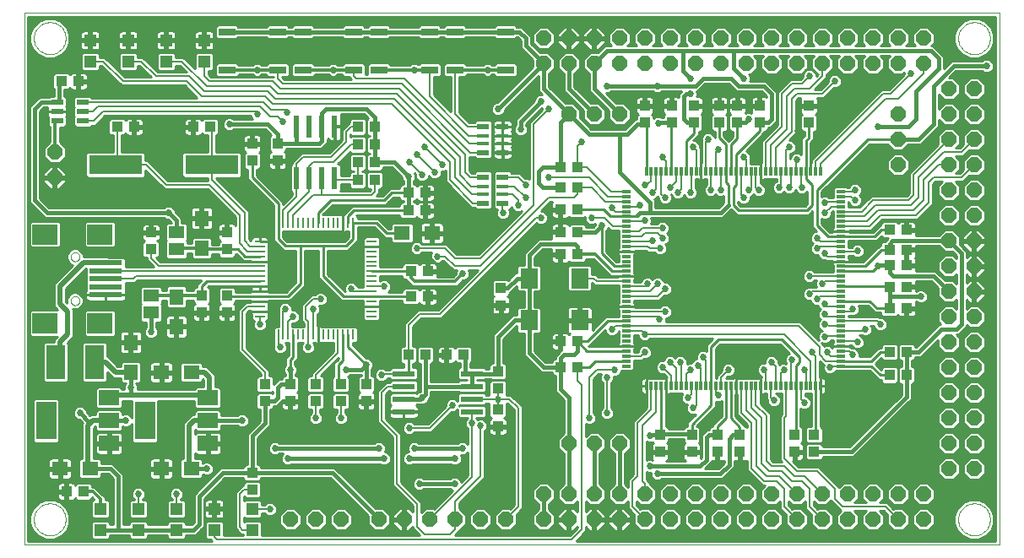
<source format=gtl>
G75*
G70*
%OFA0B0*%
%FSLAX24Y24*%
%IPPOS*%
%LPD*%
%AMOC8*
5,1,8,0,0,1.08239X$1,22.5*
%
%ADD10C,0.0000*%
%ADD11R,0.0118X0.0354*%
%ADD12R,0.0354X0.0118*%
%ADD13R,0.0394X0.0433*%
%ADD14R,0.0433X0.0394*%
%ADD15R,0.0472X0.0472*%
%ADD16R,0.0709X0.0787*%
%ADD17R,0.0866X0.0236*%
%ADD18OC8,0.0600*%
%ADD19R,0.0650X0.0300*%
%ADD20R,0.0453X0.0173*%
%ADD21R,0.0453X0.0248*%
%ADD22R,0.0106X0.0394*%
%ADD23R,0.0394X0.0106*%
%ADD24R,0.0591X0.0512*%
%ADD25R,0.0787X0.0591*%
%ADD26R,0.0787X0.1496*%
%ADD27R,0.0630X0.0551*%
%ADD28R,0.0236X0.0866*%
%ADD29R,0.0551X0.0630*%
%ADD30R,0.0984X0.0787*%
%ADD31R,0.1299X0.0197*%
%ADD32R,0.0748X0.1339*%
%ADD33R,0.2100X0.0760*%
%ADD34R,0.0472X0.0217*%
%ADD35C,0.0100*%
%ADD36C,0.0270*%
%ADD37C,0.0150*%
%ADD38C,0.0120*%
%ADD39C,0.0200*%
%ADD40C,0.0080*%
%ADD41C,0.0160*%
D10*
X000454Y000252D02*
X000454Y021252D01*
X038954Y021252D01*
X038954Y000252D01*
X000454Y000252D01*
X000824Y001252D02*
X000826Y001302D01*
X000832Y001352D01*
X000842Y001401D01*
X000856Y001449D01*
X000873Y001496D01*
X000894Y001541D01*
X000919Y001585D01*
X000947Y001626D01*
X000979Y001665D01*
X001013Y001702D01*
X001050Y001736D01*
X001090Y001766D01*
X001132Y001793D01*
X001176Y001817D01*
X001222Y001838D01*
X001269Y001854D01*
X001317Y001867D01*
X001367Y001876D01*
X001416Y001881D01*
X001467Y001882D01*
X001517Y001879D01*
X001566Y001872D01*
X001615Y001861D01*
X001663Y001846D01*
X001709Y001828D01*
X001754Y001806D01*
X001797Y001780D01*
X001838Y001751D01*
X001877Y001719D01*
X001913Y001684D01*
X001945Y001646D01*
X001975Y001606D01*
X002002Y001563D01*
X002025Y001519D01*
X002044Y001473D01*
X002060Y001425D01*
X002072Y001376D01*
X002080Y001327D01*
X002084Y001277D01*
X002084Y001227D01*
X002080Y001177D01*
X002072Y001128D01*
X002060Y001079D01*
X002044Y001031D01*
X002025Y000985D01*
X002002Y000941D01*
X001975Y000898D01*
X001945Y000858D01*
X001913Y000820D01*
X001877Y000785D01*
X001838Y000753D01*
X001797Y000724D01*
X001754Y000698D01*
X001709Y000676D01*
X001663Y000658D01*
X001615Y000643D01*
X001566Y000632D01*
X001517Y000625D01*
X001467Y000622D01*
X001416Y000623D01*
X001367Y000628D01*
X001317Y000637D01*
X001269Y000650D01*
X001222Y000666D01*
X001176Y000687D01*
X001132Y000711D01*
X001090Y000738D01*
X001050Y000768D01*
X001013Y000802D01*
X000979Y000839D01*
X000947Y000878D01*
X000919Y000919D01*
X000894Y000963D01*
X000873Y001008D01*
X000856Y001055D01*
X000842Y001103D01*
X000832Y001152D01*
X000826Y001202D01*
X000824Y001252D01*
X002277Y009886D02*
X002279Y009912D01*
X002285Y009938D01*
X002295Y009963D01*
X002308Y009986D01*
X002324Y010006D01*
X002344Y010024D01*
X002366Y010039D01*
X002389Y010051D01*
X002415Y010059D01*
X002441Y010063D01*
X002467Y010063D01*
X002493Y010059D01*
X002519Y010051D01*
X002543Y010039D01*
X002564Y010024D01*
X002584Y010006D01*
X002600Y009986D01*
X002613Y009963D01*
X002623Y009938D01*
X002629Y009912D01*
X002631Y009886D01*
X002629Y009860D01*
X002623Y009834D01*
X002613Y009809D01*
X002600Y009786D01*
X002584Y009766D01*
X002564Y009748D01*
X002542Y009733D01*
X002519Y009721D01*
X002493Y009713D01*
X002467Y009709D01*
X002441Y009709D01*
X002415Y009713D01*
X002389Y009721D01*
X002365Y009733D01*
X002344Y009748D01*
X002324Y009766D01*
X002308Y009786D01*
X002295Y009809D01*
X002285Y009834D01*
X002279Y009860D01*
X002277Y009886D01*
X002277Y011618D02*
X002279Y011644D01*
X002285Y011670D01*
X002295Y011695D01*
X002308Y011718D01*
X002324Y011738D01*
X002344Y011756D01*
X002366Y011771D01*
X002389Y011783D01*
X002415Y011791D01*
X002441Y011795D01*
X002467Y011795D01*
X002493Y011791D01*
X002519Y011783D01*
X002543Y011771D01*
X002564Y011756D01*
X002584Y011738D01*
X002600Y011718D01*
X002613Y011695D01*
X002623Y011670D01*
X002629Y011644D01*
X002631Y011618D01*
X002629Y011592D01*
X002623Y011566D01*
X002613Y011541D01*
X002600Y011518D01*
X002584Y011498D01*
X002564Y011480D01*
X002542Y011465D01*
X002519Y011453D01*
X002493Y011445D01*
X002467Y011441D01*
X002441Y011441D01*
X002415Y011445D01*
X002389Y011453D01*
X002365Y011465D01*
X002344Y011480D01*
X002324Y011498D01*
X002308Y011518D01*
X002295Y011541D01*
X002285Y011566D01*
X002279Y011592D01*
X002277Y011618D01*
X000824Y020252D02*
X000826Y020302D01*
X000832Y020352D01*
X000842Y020401D01*
X000856Y020449D01*
X000873Y020496D01*
X000894Y020541D01*
X000919Y020585D01*
X000947Y020626D01*
X000979Y020665D01*
X001013Y020702D01*
X001050Y020736D01*
X001090Y020766D01*
X001132Y020793D01*
X001176Y020817D01*
X001222Y020838D01*
X001269Y020854D01*
X001317Y020867D01*
X001367Y020876D01*
X001416Y020881D01*
X001467Y020882D01*
X001517Y020879D01*
X001566Y020872D01*
X001615Y020861D01*
X001663Y020846D01*
X001709Y020828D01*
X001754Y020806D01*
X001797Y020780D01*
X001838Y020751D01*
X001877Y020719D01*
X001913Y020684D01*
X001945Y020646D01*
X001975Y020606D01*
X002002Y020563D01*
X002025Y020519D01*
X002044Y020473D01*
X002060Y020425D01*
X002072Y020376D01*
X002080Y020327D01*
X002084Y020277D01*
X002084Y020227D01*
X002080Y020177D01*
X002072Y020128D01*
X002060Y020079D01*
X002044Y020031D01*
X002025Y019985D01*
X002002Y019941D01*
X001975Y019898D01*
X001945Y019858D01*
X001913Y019820D01*
X001877Y019785D01*
X001838Y019753D01*
X001797Y019724D01*
X001754Y019698D01*
X001709Y019676D01*
X001663Y019658D01*
X001615Y019643D01*
X001566Y019632D01*
X001517Y019625D01*
X001467Y019622D01*
X001416Y019623D01*
X001367Y019628D01*
X001317Y019637D01*
X001269Y019650D01*
X001222Y019666D01*
X001176Y019687D01*
X001132Y019711D01*
X001090Y019738D01*
X001050Y019768D01*
X001013Y019802D01*
X000979Y019839D01*
X000947Y019878D01*
X000919Y019919D01*
X000894Y019963D01*
X000873Y020008D01*
X000856Y020055D01*
X000842Y020103D01*
X000832Y020152D01*
X000826Y020202D01*
X000824Y020252D01*
X037324Y020252D02*
X037326Y020302D01*
X037332Y020352D01*
X037342Y020401D01*
X037356Y020449D01*
X037373Y020496D01*
X037394Y020541D01*
X037419Y020585D01*
X037447Y020626D01*
X037479Y020665D01*
X037513Y020702D01*
X037550Y020736D01*
X037590Y020766D01*
X037632Y020793D01*
X037676Y020817D01*
X037722Y020838D01*
X037769Y020854D01*
X037817Y020867D01*
X037867Y020876D01*
X037916Y020881D01*
X037967Y020882D01*
X038017Y020879D01*
X038066Y020872D01*
X038115Y020861D01*
X038163Y020846D01*
X038209Y020828D01*
X038254Y020806D01*
X038297Y020780D01*
X038338Y020751D01*
X038377Y020719D01*
X038413Y020684D01*
X038445Y020646D01*
X038475Y020606D01*
X038502Y020563D01*
X038525Y020519D01*
X038544Y020473D01*
X038560Y020425D01*
X038572Y020376D01*
X038580Y020327D01*
X038584Y020277D01*
X038584Y020227D01*
X038580Y020177D01*
X038572Y020128D01*
X038560Y020079D01*
X038544Y020031D01*
X038525Y019985D01*
X038502Y019941D01*
X038475Y019898D01*
X038445Y019858D01*
X038413Y019820D01*
X038377Y019785D01*
X038338Y019753D01*
X038297Y019724D01*
X038254Y019698D01*
X038209Y019676D01*
X038163Y019658D01*
X038115Y019643D01*
X038066Y019632D01*
X038017Y019625D01*
X037967Y019622D01*
X037916Y019623D01*
X037867Y019628D01*
X037817Y019637D01*
X037769Y019650D01*
X037722Y019666D01*
X037676Y019687D01*
X037632Y019711D01*
X037590Y019738D01*
X037550Y019768D01*
X037513Y019802D01*
X037479Y019839D01*
X037447Y019878D01*
X037419Y019919D01*
X037394Y019963D01*
X037373Y020008D01*
X037356Y020055D01*
X037342Y020103D01*
X037332Y020152D01*
X037326Y020202D01*
X037324Y020252D01*
X037324Y001252D02*
X037326Y001302D01*
X037332Y001352D01*
X037342Y001401D01*
X037356Y001449D01*
X037373Y001496D01*
X037394Y001541D01*
X037419Y001585D01*
X037447Y001626D01*
X037479Y001665D01*
X037513Y001702D01*
X037550Y001736D01*
X037590Y001766D01*
X037632Y001793D01*
X037676Y001817D01*
X037722Y001838D01*
X037769Y001854D01*
X037817Y001867D01*
X037867Y001876D01*
X037916Y001881D01*
X037967Y001882D01*
X038017Y001879D01*
X038066Y001872D01*
X038115Y001861D01*
X038163Y001846D01*
X038209Y001828D01*
X038254Y001806D01*
X038297Y001780D01*
X038338Y001751D01*
X038377Y001719D01*
X038413Y001684D01*
X038445Y001646D01*
X038475Y001606D01*
X038502Y001563D01*
X038525Y001519D01*
X038544Y001473D01*
X038560Y001425D01*
X038572Y001376D01*
X038580Y001327D01*
X038584Y001277D01*
X038584Y001227D01*
X038580Y001177D01*
X038572Y001128D01*
X038560Y001079D01*
X038544Y001031D01*
X038525Y000985D01*
X038502Y000941D01*
X038475Y000898D01*
X038445Y000858D01*
X038413Y000820D01*
X038377Y000785D01*
X038338Y000753D01*
X038297Y000724D01*
X038254Y000698D01*
X038209Y000676D01*
X038163Y000658D01*
X038115Y000643D01*
X038066Y000632D01*
X038017Y000625D01*
X037967Y000622D01*
X037916Y000623D01*
X037867Y000628D01*
X037817Y000637D01*
X037769Y000650D01*
X037722Y000666D01*
X037676Y000687D01*
X037632Y000711D01*
X037590Y000738D01*
X037550Y000768D01*
X037513Y000802D01*
X037479Y000839D01*
X037447Y000878D01*
X037419Y000919D01*
X037394Y000963D01*
X037373Y001008D01*
X037356Y001055D01*
X037342Y001103D01*
X037332Y001152D01*
X037326Y001202D01*
X037324Y001252D01*
D11*
X031898Y006520D03*
X031702Y006520D03*
X031505Y006520D03*
X031308Y006520D03*
X031111Y006520D03*
X030914Y006520D03*
X030717Y006520D03*
X030520Y006520D03*
X030324Y006520D03*
X030127Y006520D03*
X029930Y006520D03*
X029733Y006520D03*
X029536Y006520D03*
X029339Y006520D03*
X029143Y006520D03*
X028946Y006520D03*
X028749Y006520D03*
X028552Y006520D03*
X028355Y006520D03*
X028158Y006520D03*
X027961Y006520D03*
X027765Y006520D03*
X027568Y006520D03*
X027371Y006520D03*
X027174Y006520D03*
X026977Y006520D03*
X026780Y006520D03*
X026583Y006520D03*
X026387Y006520D03*
X026190Y006520D03*
X025993Y006520D03*
X025796Y006520D03*
X025599Y006520D03*
X025402Y006520D03*
X025206Y006520D03*
X025009Y006520D03*
X025009Y014984D03*
X025206Y014984D03*
X025402Y014984D03*
X025599Y014984D03*
X025796Y014984D03*
X025993Y014984D03*
X026190Y014984D03*
X026387Y014984D03*
X026583Y014984D03*
X026780Y014984D03*
X026977Y014984D03*
X027174Y014984D03*
X027371Y014984D03*
X027568Y014984D03*
X027765Y014984D03*
X027961Y014984D03*
X028158Y014984D03*
X028355Y014984D03*
X028552Y014984D03*
X028749Y014984D03*
X028946Y014984D03*
X029143Y014984D03*
X029339Y014984D03*
X029536Y014984D03*
X029733Y014984D03*
X029930Y014984D03*
X030127Y014984D03*
X030324Y014984D03*
X030520Y014984D03*
X030717Y014984D03*
X030914Y014984D03*
X031111Y014984D03*
X031308Y014984D03*
X031505Y014984D03*
X031702Y014984D03*
X031898Y014984D03*
D12*
X032686Y014197D03*
X032686Y014000D03*
X032686Y013803D03*
X032686Y013606D03*
X032686Y013409D03*
X032686Y013213D03*
X032686Y013016D03*
X032686Y012819D03*
X032686Y012622D03*
X032686Y012425D03*
X032686Y012228D03*
X032686Y012031D03*
X032686Y011835D03*
X032686Y011638D03*
X032686Y011441D03*
X032686Y011244D03*
X032686Y011047D03*
X032686Y010850D03*
X032686Y010654D03*
X032686Y010457D03*
X032686Y010260D03*
X032686Y010063D03*
X032686Y009866D03*
X032686Y009669D03*
X032686Y009472D03*
X032686Y009276D03*
X032686Y009079D03*
X032686Y008882D03*
X032686Y008685D03*
X032686Y008488D03*
X032686Y008291D03*
X032686Y008094D03*
X032686Y007898D03*
X032686Y007701D03*
X032686Y007504D03*
X032686Y007307D03*
X024221Y007307D03*
X024221Y007504D03*
X024221Y007701D03*
X024221Y007898D03*
X024221Y008094D03*
X024221Y008291D03*
X024221Y008488D03*
X024221Y008685D03*
X024221Y008882D03*
X024221Y009079D03*
X024221Y009276D03*
X024221Y009472D03*
X024221Y009669D03*
X024221Y009866D03*
X024221Y010063D03*
X024221Y010260D03*
X024221Y010457D03*
X024221Y010654D03*
X024221Y010850D03*
X024221Y011047D03*
X024221Y011244D03*
X024221Y011441D03*
X024221Y011638D03*
X024221Y011835D03*
X024221Y012031D03*
X024221Y012228D03*
X024221Y012425D03*
X024221Y012622D03*
X024221Y012819D03*
X024221Y013016D03*
X024221Y013213D03*
X024221Y013409D03*
X024221Y013606D03*
X024221Y013803D03*
X024221Y014000D03*
X024221Y014197D03*
D13*
X022288Y014352D03*
X021619Y014352D03*
X021619Y015152D03*
X022288Y015152D03*
X024954Y016917D03*
X024954Y017587D03*
X026013Y017587D03*
X026903Y017587D03*
X026903Y016917D03*
X026013Y016917D03*
X027893Y016917D03*
X028600Y016917D03*
X029490Y016917D03*
X029490Y017587D03*
X028600Y017587D03*
X027893Y017587D03*
X031428Y017587D03*
X031428Y016917D03*
X019261Y010380D03*
X019261Y009710D03*
X016288Y007752D03*
X015619Y007752D03*
X013954Y006587D03*
X013954Y005917D03*
X010954Y005917D03*
X010954Y006587D03*
X008454Y009417D03*
X007454Y009417D03*
X007454Y010087D03*
X008454Y010087D03*
X008454Y011917D03*
X008454Y012587D03*
X009454Y015417D03*
X010454Y015417D03*
X010454Y016087D03*
X009454Y016087D03*
X013619Y016052D03*
X014288Y016052D03*
X014288Y016752D03*
X013619Y016752D03*
X013619Y015352D03*
X014288Y015352D03*
X014288Y014652D03*
X013619Y014652D03*
X021619Y007258D03*
X022288Y007258D03*
X025554Y004587D03*
X025554Y003917D03*
X026810Y003917D03*
X026810Y004587D03*
X027817Y004587D03*
X028707Y004587D03*
X028707Y003917D03*
X027817Y003917D03*
X030863Y003917D03*
X030863Y004587D03*
X034619Y006952D03*
X035288Y006952D03*
X035288Y007860D03*
X034619Y007860D03*
X002788Y002352D03*
X002119Y002352D03*
D14*
X009454Y002417D03*
X009454Y003087D03*
X009954Y005917D03*
X009954Y006587D03*
X011954Y006587D03*
X011954Y005917D03*
X012954Y005917D03*
X012954Y006587D03*
X017119Y007752D03*
X017788Y007752D03*
X019154Y007087D03*
X019154Y006417D03*
X019154Y005587D03*
X019154Y004917D03*
X021619Y008277D03*
X022288Y008277D03*
X016388Y010052D03*
X015719Y010052D03*
X015719Y011052D03*
X016388Y011052D03*
X016288Y013452D03*
X015619Y013452D03*
X015619Y014152D03*
X016288Y014152D03*
X021619Y013480D03*
X022288Y013480D03*
X022288Y012603D03*
X021619Y012603D03*
X021619Y011713D03*
X022288Y011713D03*
X034619Y011895D03*
X035288Y011895D03*
X035288Y011288D03*
X034619Y011288D03*
X034619Y010439D03*
X035288Y010439D03*
X035288Y009591D03*
X034619Y009591D03*
X034619Y012685D03*
X035288Y012685D03*
X031636Y004587D03*
X031636Y003917D03*
X007788Y016752D03*
X007119Y016752D03*
X004788Y016752D03*
X004119Y016752D03*
X002588Y018552D03*
X001919Y018552D03*
X005454Y012587D03*
X005454Y011917D03*
D15*
X006054Y019339D03*
X006054Y020165D03*
X007554Y020165D03*
X007554Y019339D03*
X004554Y019339D03*
X004554Y020165D03*
X003054Y020165D03*
X003054Y019339D03*
X003454Y001665D03*
X003454Y000839D03*
X004954Y000839D03*
X004954Y001665D03*
X006454Y001665D03*
X006454Y000839D03*
X007954Y000839D03*
X007954Y001665D03*
X009454Y001665D03*
X009454Y000839D03*
D16*
X020382Y009118D03*
X022382Y009118D03*
X022382Y010772D03*
X020382Y010772D03*
D17*
X018127Y007002D03*
X018127Y006502D03*
X018127Y006002D03*
X018127Y005502D03*
X015430Y005502D03*
X015430Y006002D03*
X015430Y006502D03*
X015430Y007002D03*
D18*
X021954Y004252D03*
X022954Y004252D03*
X023954Y004252D03*
X023954Y002252D03*
X024954Y002252D03*
X025954Y002252D03*
X026954Y002252D03*
X027954Y002252D03*
X028954Y002252D03*
X029954Y002252D03*
X030954Y002252D03*
X031954Y002252D03*
X032954Y002252D03*
X033954Y002252D03*
X034954Y002252D03*
X035954Y002252D03*
X035954Y001252D03*
X034954Y001252D03*
X033954Y001252D03*
X032954Y001252D03*
X031954Y001252D03*
X030954Y001252D03*
X029954Y001252D03*
X028954Y001252D03*
X027954Y001252D03*
X026954Y001252D03*
X025954Y001252D03*
X024954Y001252D03*
X023954Y001252D03*
X022954Y001252D03*
X021954Y001252D03*
X020954Y001252D03*
X019454Y001252D03*
X018454Y001252D03*
X017454Y001252D03*
X016454Y001252D03*
X015454Y001252D03*
X014454Y001252D03*
X012954Y001252D03*
X011954Y001252D03*
X010954Y001252D03*
X020954Y002252D03*
X021954Y002252D03*
X022954Y002252D03*
X036954Y003252D03*
X037954Y003252D03*
X037954Y004252D03*
X036954Y004252D03*
X036954Y005252D03*
X037954Y005252D03*
X037954Y006252D03*
X036954Y006252D03*
X036954Y007252D03*
X037954Y007252D03*
X037954Y008252D03*
X036954Y008252D03*
X036954Y009252D03*
X037954Y009252D03*
X037954Y010252D03*
X036954Y010252D03*
X036954Y011252D03*
X037954Y011252D03*
X037954Y012252D03*
X036954Y012252D03*
X036954Y013252D03*
X037954Y013252D03*
X037954Y014252D03*
X036954Y014252D03*
X036954Y015252D03*
X037954Y015252D03*
X037954Y016252D03*
X036954Y016252D03*
X036954Y017252D03*
X037954Y017252D03*
X037954Y018252D03*
X036954Y018252D03*
X035954Y019252D03*
X034954Y019252D03*
X033954Y019252D03*
X032954Y019252D03*
X031954Y019252D03*
X030954Y019252D03*
X029954Y019252D03*
X028954Y019252D03*
X027954Y019252D03*
X026954Y019252D03*
X025954Y019252D03*
X024954Y019252D03*
X023954Y019252D03*
X022954Y019252D03*
X021954Y019252D03*
X020954Y019252D03*
X020954Y020252D03*
X021954Y020252D03*
X022954Y020252D03*
X023954Y020252D03*
X024954Y020252D03*
X025954Y020252D03*
X026954Y020252D03*
X027954Y020252D03*
X028954Y020252D03*
X029954Y020252D03*
X030954Y020252D03*
X031954Y020252D03*
X032954Y020252D03*
X033954Y020252D03*
X034954Y020252D03*
X035954Y020252D03*
X034954Y017252D03*
X034954Y016252D03*
X034954Y015252D03*
X023954Y017252D03*
X022954Y017252D03*
X021954Y017252D03*
X001654Y015752D03*
X001654Y014752D03*
D19*
X008454Y019002D03*
X010454Y019002D03*
X011454Y019002D03*
X013454Y019002D03*
X014454Y019002D03*
X016454Y019002D03*
X017454Y019002D03*
X019454Y019002D03*
X019454Y020502D03*
X017454Y020502D03*
X016454Y020502D03*
X014454Y020502D03*
X013454Y020502D03*
X011454Y020502D03*
X010454Y020502D03*
X008454Y020502D03*
D20*
X018570Y016409D03*
X018570Y016094D03*
X019337Y016094D03*
X019337Y016409D03*
X019337Y014409D03*
X019337Y014094D03*
X018570Y014094D03*
X018570Y014409D03*
D21*
X018570Y014762D03*
X019337Y014762D03*
X019337Y015742D03*
X018570Y015742D03*
X018570Y016762D03*
X019337Y016762D03*
X019337Y013742D03*
X018570Y013742D03*
D22*
X013430Y012957D03*
X013233Y012957D03*
X013036Y012957D03*
X012839Y012957D03*
X012643Y012957D03*
X012446Y012957D03*
X012249Y012957D03*
X012052Y012957D03*
X011855Y012957D03*
X011658Y012957D03*
X011461Y012957D03*
X011265Y012957D03*
X011068Y012957D03*
X010871Y012957D03*
X010674Y012957D03*
X010477Y012957D03*
X010477Y008547D03*
X010674Y008547D03*
X010871Y008547D03*
X011068Y008547D03*
X011265Y008547D03*
X011461Y008547D03*
X011658Y008547D03*
X011855Y008547D03*
X012052Y008547D03*
X012249Y008547D03*
X012446Y008547D03*
X012643Y008547D03*
X012839Y008547D03*
X013036Y008547D03*
X013233Y008547D03*
X013430Y008547D03*
D23*
X014158Y009276D03*
X014158Y009472D03*
X014158Y009669D03*
X014158Y009866D03*
X014158Y010063D03*
X014158Y010260D03*
X014158Y010457D03*
X014158Y010654D03*
X014158Y010850D03*
X014158Y011047D03*
X014158Y011244D03*
X014158Y011441D03*
X014158Y011638D03*
X014158Y011835D03*
X014158Y012031D03*
X014158Y012228D03*
X009749Y012228D03*
X009749Y012031D03*
X009749Y011835D03*
X009749Y011638D03*
X009749Y011441D03*
X009749Y011244D03*
X009749Y011047D03*
X009749Y010850D03*
X009749Y010654D03*
X009749Y010457D03*
X009749Y010260D03*
X009749Y010063D03*
X009749Y009866D03*
X009749Y009669D03*
X009749Y009472D03*
X009749Y009276D03*
D24*
X005454Y009417D03*
X005454Y010087D03*
X006454Y011917D03*
X006454Y012587D03*
D25*
X007694Y006057D03*
X007694Y005152D03*
X007694Y004246D03*
X003794Y004246D03*
X003794Y005152D03*
X003794Y006057D03*
D26*
X005213Y005152D03*
X001313Y005152D03*
D27*
X001863Y003252D03*
X003044Y003252D03*
X005863Y003252D03*
X007044Y003252D03*
X007044Y007052D03*
X005863Y007052D03*
X015363Y012552D03*
X016544Y012552D03*
D28*
X012704Y014728D03*
X012204Y014728D03*
X011704Y014728D03*
X011204Y014728D03*
X011204Y016776D03*
X011704Y016776D03*
X012204Y016776D03*
X012704Y016776D03*
D29*
X007454Y013143D03*
X007454Y011961D03*
X006454Y010043D03*
X006454Y008861D03*
X004654Y008243D03*
X004654Y007061D03*
D30*
X003438Y009000D03*
X001272Y009000D03*
X001272Y012504D03*
X003438Y012504D03*
D31*
X003674Y011382D03*
X003674Y011067D03*
X003674Y010752D03*
X003674Y010437D03*
X003674Y010122D03*
D32*
X003221Y007452D03*
X001686Y007452D03*
D33*
X004054Y015252D03*
X007854Y015252D03*
D34*
X002765Y016978D03*
X002765Y017352D03*
X002765Y017726D03*
X001742Y017726D03*
X001742Y017352D03*
X001742Y016978D03*
D35*
X001844Y016740D02*
X002032Y016740D01*
X002108Y016816D01*
X002108Y017140D01*
X002097Y017151D01*
X002098Y017152D01*
X002118Y017186D01*
X002128Y017224D01*
X002128Y017348D01*
X001746Y017348D01*
X001746Y017356D01*
X002128Y017356D01*
X002128Y017480D01*
X002118Y017518D01*
X002098Y017552D01*
X002097Y017553D01*
X002108Y017564D01*
X002108Y017888D01*
X002032Y017964D01*
X002029Y017964D01*
X002029Y018225D01*
X002189Y018225D01*
X002243Y018279D01*
X002252Y018263D01*
X002280Y018235D01*
X002314Y018215D01*
X002352Y018205D01*
X002540Y018205D01*
X002540Y018503D01*
X002637Y018503D01*
X002637Y018600D01*
X002955Y018600D01*
X002955Y018769D01*
X002944Y018807D01*
X002925Y018841D01*
X002897Y018869D01*
X002863Y018889D01*
X002824Y018899D01*
X002637Y018899D01*
X002637Y018601D01*
X002540Y018601D01*
X002540Y018899D01*
X002352Y018899D01*
X002314Y018889D01*
X002280Y018869D01*
X002252Y018841D01*
X002243Y018825D01*
X002189Y018879D01*
X001649Y018879D01*
X001572Y018803D01*
X001572Y018301D01*
X001619Y018255D01*
X001619Y017964D01*
X001452Y017964D01*
X001418Y017931D01*
X001212Y017931D01*
X001043Y017931D01*
X000769Y017657D01*
X000649Y017537D01*
X000649Y013937D01*
X000649Y013767D01*
X001149Y013267D01*
X001269Y013147D01*
X005984Y013147D01*
X006003Y013127D01*
X006101Y013087D01*
X006129Y013087D01*
X006243Y012972D01*
X006104Y012972D01*
X006028Y012896D01*
X006028Y012277D01*
X006053Y012252D01*
X006028Y012227D01*
X006028Y011608D01*
X006104Y011531D01*
X006803Y011531D01*
X006879Y011608D01*
X006879Y011771D01*
X007048Y011771D01*
X007048Y011593D01*
X007124Y011516D01*
X007783Y011516D01*
X007859Y011593D01*
X007859Y011727D01*
X008127Y011727D01*
X008127Y011647D01*
X008203Y011571D01*
X008704Y011571D01*
X008780Y011647D01*
X008780Y011737D01*
X008814Y011737D01*
X009093Y011458D01*
X009242Y011458D01*
X009402Y011458D01*
X009402Y011441D01*
X009748Y011441D01*
X009748Y011441D01*
X009402Y011441D01*
X009402Y011414D01*
X005832Y011414D01*
X005655Y011590D01*
X005724Y011590D01*
X005800Y011667D01*
X005800Y012168D01*
X005724Y012244D01*
X005706Y012244D01*
X005728Y012250D01*
X005762Y012270D01*
X005790Y012298D01*
X005810Y012332D01*
X005820Y012370D01*
X005820Y012538D01*
X005502Y012538D01*
X005502Y012635D01*
X005820Y012635D01*
X005820Y012803D01*
X005810Y012841D01*
X005790Y012876D01*
X005762Y012903D01*
X005728Y012923D01*
X005690Y012933D01*
X005502Y012933D01*
X005502Y012635D01*
X005405Y012635D01*
X005405Y012538D01*
X005087Y012538D01*
X005087Y012370D01*
X005097Y012332D01*
X005117Y012298D01*
X005145Y012270D01*
X005179Y012250D01*
X005201Y012244D01*
X005183Y012244D01*
X005107Y012168D01*
X005107Y011667D01*
X005183Y011590D01*
X005284Y011590D01*
X005284Y011482D01*
X005383Y011382D01*
X005548Y011217D01*
X004454Y011217D01*
X004454Y011219D01*
X004448Y011224D01*
X004454Y011230D01*
X004454Y011534D01*
X004377Y011610D01*
X003771Y011610D01*
X003769Y011612D01*
X002879Y011612D01*
X002781Y011612D01*
X002781Y011683D01*
X005107Y011683D01*
X005107Y011782D02*
X002740Y011782D01*
X002731Y011803D02*
X002639Y011895D01*
X002519Y011945D01*
X002388Y011945D01*
X002268Y011895D01*
X002176Y011803D01*
X002126Y011683D01*
X000604Y011683D01*
X000604Y011782D02*
X002167Y011782D01*
X002126Y011683D02*
X002126Y011553D01*
X002176Y011433D01*
X002268Y011341D01*
X002374Y011297D01*
X001758Y010682D01*
X001624Y010547D01*
X001624Y009847D01*
X001624Y009657D01*
X001757Y009524D01*
X000726Y009524D01*
X000650Y009448D01*
X000650Y008552D01*
X000726Y008476D01*
X001753Y008476D01*
X001624Y008347D01*
X001624Y008251D01*
X001258Y008251D01*
X001182Y008175D01*
X001182Y006729D01*
X001258Y006653D01*
X002114Y006653D01*
X002190Y006729D01*
X002190Y008175D01*
X002146Y008219D01*
X002249Y008322D01*
X002384Y008457D01*
X002384Y009547D01*
X002360Y009570D01*
X002388Y009559D01*
X002519Y009559D01*
X002639Y009608D01*
X002731Y009700D01*
X002781Y009821D01*
X002781Y009951D01*
X002731Y010071D01*
X002639Y010163D01*
X002519Y010213D01*
X002388Y010213D01*
X002268Y010163D01*
X002176Y010071D01*
X002126Y009951D01*
X002126Y009821D01*
X002138Y009793D01*
X002084Y009847D01*
X002084Y010357D01*
X002879Y011152D01*
X002894Y011152D01*
X002894Y010915D01*
X002900Y010909D01*
X002894Y010904D01*
X002894Y010600D01*
X002900Y010594D01*
X002894Y010589D01*
X002894Y010295D01*
X002885Y010278D01*
X002874Y010240D01*
X002874Y010122D01*
X002874Y010004D01*
X002885Y009966D01*
X002904Y009931D01*
X002932Y009904D01*
X002966Y009884D01*
X003005Y009874D01*
X003674Y009874D01*
X004343Y009874D01*
X004381Y009884D01*
X004416Y009904D01*
X004444Y009931D01*
X004463Y009966D01*
X004474Y010004D01*
X004474Y010122D01*
X004474Y010240D01*
X004463Y010278D01*
X004454Y010295D01*
X004454Y010582D01*
X004824Y010582D01*
X004922Y010680D01*
X007427Y010680D01*
X007379Y010632D01*
X007274Y010526D01*
X007274Y010433D01*
X007203Y010433D01*
X007127Y010357D01*
X007127Y010277D01*
X006859Y010277D01*
X006859Y010411D01*
X006783Y010487D01*
X006124Y010487D01*
X006048Y010411D01*
X006048Y010277D01*
X005879Y010277D01*
X005879Y010396D01*
X005803Y010472D01*
X005104Y010472D01*
X005028Y010396D01*
X005028Y009777D01*
X005053Y009752D01*
X005028Y009727D01*
X005028Y009108D01*
X005104Y009031D01*
X005249Y009031D01*
X005249Y008822D01*
X005229Y008802D01*
X005189Y008705D01*
X005189Y008599D01*
X005229Y008502D01*
X005303Y008427D01*
X005401Y008387D01*
X005506Y008387D01*
X005604Y008427D01*
X005678Y008502D01*
X005719Y008599D01*
X005719Y008705D01*
X005678Y008802D01*
X005659Y008822D01*
X005659Y009031D01*
X005803Y009031D01*
X005879Y009108D01*
X005879Y009727D01*
X005854Y009752D01*
X005879Y009777D01*
X005879Y009897D01*
X006048Y009897D01*
X006048Y009674D01*
X006124Y009598D01*
X006783Y009598D01*
X006859Y009674D01*
X006859Y009897D01*
X007127Y009897D01*
X007127Y009816D01*
X007180Y009763D01*
X007165Y009754D01*
X007137Y009726D01*
X007117Y009692D01*
X007107Y009654D01*
X007107Y009466D01*
X007405Y009466D01*
X007405Y009369D01*
X007107Y009369D01*
X007107Y009181D01*
X007117Y009143D01*
X007137Y009109D01*
X007165Y009081D01*
X007199Y009061D01*
X007237Y009051D01*
X007405Y009051D01*
X007405Y009369D01*
X007502Y009369D01*
X007502Y009466D01*
X007800Y009466D01*
X007800Y009654D01*
X007790Y009692D01*
X007770Y009726D01*
X007742Y009754D01*
X007727Y009763D01*
X007780Y009816D01*
X007780Y010357D01*
X007704Y010433D01*
X007689Y010433D01*
X007730Y010474D01*
X009402Y010474D01*
X009402Y010457D01*
X009510Y010457D01*
X009508Y010456D01*
X009402Y010456D01*
X009402Y010384D01*
X009409Y010358D01*
X009402Y010333D01*
X009402Y010260D01*
X009508Y010260D01*
X009510Y010260D01*
X009402Y010260D01*
X009402Y010243D01*
X008780Y010243D01*
X008780Y010357D01*
X008704Y010433D01*
X008203Y010433D01*
X008127Y010357D01*
X008127Y009816D01*
X008180Y009763D01*
X008165Y009754D01*
X008137Y009726D01*
X008117Y009692D01*
X008107Y009654D01*
X008107Y009466D01*
X008405Y009466D01*
X008405Y009369D01*
X008107Y009369D01*
X008107Y009181D01*
X008117Y009143D01*
X008137Y009109D01*
X008165Y009081D01*
X008199Y009061D01*
X008237Y009051D01*
X008405Y009051D01*
X008405Y009369D01*
X008502Y009369D01*
X008502Y009466D01*
X008800Y009466D01*
X008800Y009654D01*
X008790Y009692D01*
X008770Y009726D01*
X008742Y009754D01*
X008727Y009763D01*
X008780Y009816D01*
X008780Y009883D01*
X009402Y009883D01*
X009402Y009866D01*
X009402Y009839D01*
X009341Y009839D01*
X009200Y009839D01*
X008983Y009622D01*
X008884Y009522D01*
X008884Y008022D01*
X008884Y007882D01*
X009784Y006982D01*
X009784Y006913D01*
X009683Y006913D01*
X009607Y006837D01*
X009607Y006336D01*
X009683Y006260D01*
X010224Y006260D01*
X010249Y006284D01*
X010249Y006219D01*
X010224Y006244D01*
X009683Y006244D01*
X009607Y006168D01*
X009607Y005667D01*
X009683Y005590D01*
X009749Y005590D01*
X009749Y005137D01*
X009249Y004637D01*
X009249Y004467D01*
X009249Y003413D01*
X009183Y003413D01*
X009107Y003337D01*
X009107Y003292D01*
X008373Y003292D01*
X008203Y003292D01*
X007149Y002237D01*
X007149Y002067D01*
X007149Y001137D01*
X007055Y001044D01*
X006820Y001044D01*
X006820Y001129D01*
X006744Y001205D01*
X006163Y001205D01*
X006087Y001129D01*
X006087Y001044D01*
X005320Y001044D01*
X005320Y001129D01*
X005244Y001205D01*
X004663Y001205D01*
X004587Y001129D01*
X004587Y001044D01*
X004359Y001044D01*
X004359Y003037D01*
X004238Y003157D01*
X003938Y003457D01*
X003769Y003457D01*
X003489Y003457D01*
X003489Y003581D01*
X003413Y003658D01*
X003184Y003658D01*
X003184Y004857D01*
X003199Y004872D01*
X003249Y004922D01*
X003270Y004922D01*
X003270Y004803D01*
X003346Y004727D01*
X004241Y004727D01*
X004317Y004803D01*
X004317Y004922D01*
X004401Y004887D01*
X004506Y004887D01*
X004604Y004927D01*
X004678Y005002D01*
X004690Y005030D01*
X004690Y004350D01*
X004766Y004274D01*
X005661Y004274D01*
X005737Y004350D01*
X005737Y005922D01*
X007170Y005922D01*
X007170Y005708D01*
X007246Y005632D01*
X008141Y005632D01*
X008217Y005708D01*
X008217Y006407D01*
X008141Y006483D01*
X007984Y006483D01*
X007984Y006947D01*
X007849Y007082D01*
X007649Y007282D01*
X007489Y007282D01*
X007489Y007381D01*
X007413Y007458D01*
X006675Y007458D01*
X006599Y007381D01*
X006599Y006723D01*
X006675Y006646D01*
X007413Y006646D01*
X007489Y006723D01*
X007489Y006791D01*
X007524Y006757D01*
X007524Y006483D01*
X007246Y006483D01*
X007170Y006407D01*
X007170Y006382D01*
X004911Y006382D01*
X004919Y006399D01*
X004919Y006505D01*
X004878Y006602D01*
X004864Y006616D01*
X004983Y006616D01*
X005059Y006693D01*
X005059Y007430D01*
X004983Y007506D01*
X004324Y007506D01*
X004248Y007430D01*
X004248Y007291D01*
X004139Y007291D01*
X003749Y007682D01*
X003725Y007682D01*
X003725Y008175D01*
X003649Y008251D01*
X002793Y008251D01*
X002717Y008175D01*
X002717Y006729D01*
X002793Y006653D01*
X003649Y006653D01*
X003725Y006729D01*
X003725Y007055D01*
X003814Y006966D01*
X003949Y006831D01*
X004248Y006831D01*
X004248Y006693D01*
X004324Y006616D01*
X004443Y006616D01*
X004429Y006602D01*
X004389Y006505D01*
X004389Y006399D01*
X004396Y006382D01*
X004317Y006382D01*
X004317Y006407D01*
X004241Y006483D01*
X003346Y006483D01*
X003270Y006407D01*
X003270Y005708D01*
X003346Y005632D01*
X004241Y005632D01*
X004317Y005708D01*
X004317Y005922D01*
X004558Y005922D01*
X004690Y005922D01*
X004690Y005274D01*
X004678Y005302D01*
X004604Y005377D01*
X004506Y005417D01*
X004401Y005417D01*
X004317Y005382D01*
X004317Y005501D01*
X004241Y005577D01*
X003346Y005577D01*
X003270Y005501D01*
X003270Y005382D01*
X003249Y005382D01*
X003058Y005382D01*
X003036Y005359D01*
X002919Y005477D01*
X002919Y005505D01*
X002878Y005602D01*
X002804Y005677D01*
X002706Y005717D01*
X002601Y005717D01*
X002503Y005677D01*
X002429Y005602D01*
X002389Y005505D01*
X002389Y005399D01*
X002429Y005302D01*
X002503Y005227D01*
X002601Y005187D01*
X002629Y005187D01*
X002746Y005070D01*
X002724Y005047D01*
X002724Y003658D01*
X002675Y003658D01*
X002599Y003581D01*
X002599Y002923D01*
X002675Y002846D01*
X003413Y002846D01*
X003489Y002923D01*
X003489Y003047D01*
X003769Y003047D01*
X003949Y002867D01*
X003949Y001044D01*
X003820Y001044D01*
X003820Y001129D01*
X003744Y001205D01*
X003163Y001205D01*
X003087Y001129D01*
X003087Y000549D01*
X003163Y000472D01*
X003744Y000472D01*
X003820Y000549D01*
X003820Y000634D01*
X004069Y000634D01*
X004238Y000634D01*
X004587Y000634D01*
X004587Y000549D01*
X004663Y000472D01*
X005244Y000472D01*
X005320Y000549D01*
X005320Y000634D01*
X006087Y000634D01*
X006087Y000549D01*
X006163Y000472D01*
X006744Y000472D01*
X006820Y000549D01*
X006820Y000634D01*
X007055Y000634D01*
X007225Y000634D01*
X007438Y000847D01*
X007559Y000967D01*
X007559Y002067D01*
X008373Y002882D01*
X009107Y002882D01*
X009107Y002836D01*
X009183Y002760D01*
X009724Y002760D01*
X009800Y002836D01*
X009800Y002882D01*
X012534Y002882D01*
X014024Y001392D01*
X014024Y001074D01*
X014275Y000822D01*
X014632Y000822D01*
X014884Y001074D01*
X014884Y001430D01*
X014632Y001682D01*
X014313Y001682D01*
X012704Y003292D01*
X012534Y003292D01*
X009800Y003292D01*
X009800Y003337D01*
X009724Y003413D01*
X009659Y003413D01*
X009659Y004467D01*
X010159Y004967D01*
X010159Y005137D01*
X010159Y005590D01*
X010224Y005590D01*
X010300Y005667D01*
X010300Y005712D01*
X010404Y005712D01*
X010524Y005832D01*
X010524Y005832D01*
X010538Y005847D01*
X010538Y005847D01*
X010657Y005966D01*
X010905Y005966D01*
X010905Y005869D01*
X010560Y005869D01*
X010607Y005869D02*
X010607Y005681D01*
X010617Y005643D01*
X010637Y005609D01*
X010665Y005581D01*
X010699Y005561D01*
X010737Y005551D01*
X010905Y005551D01*
X010905Y005869D01*
X010607Y005869D01*
X010607Y005770D02*
X010462Y005770D01*
X010609Y005672D02*
X010300Y005672D01*
X010159Y005573D02*
X010677Y005573D01*
X010905Y005573D02*
X011002Y005573D01*
X011002Y005551D02*
X011170Y005551D01*
X011208Y005561D01*
X011242Y005581D01*
X011270Y005609D01*
X011290Y005643D01*
X011300Y005681D01*
X011300Y005869D01*
X011002Y005869D01*
X011607Y005869D01*
X011607Y005967D02*
X011300Y005967D01*
X011300Y005966D02*
X011300Y006154D01*
X011290Y006192D01*
X011270Y006226D01*
X011242Y006254D01*
X011227Y006263D01*
X011680Y006263D01*
X011683Y006260D02*
X012224Y006260D01*
X012300Y006336D01*
X012300Y006837D01*
X012224Y006913D01*
X012155Y006913D01*
X012856Y007614D01*
X012856Y007609D01*
X012779Y007532D01*
X012674Y007426D01*
X012674Y006904D01*
X012607Y006837D01*
X012607Y006336D01*
X012683Y006260D01*
X013224Y006260D01*
X013300Y006336D01*
X013300Y006837D01*
X013237Y006900D01*
X013304Y006927D01*
X013323Y006947D01*
X013669Y006947D01*
X013749Y006947D01*
X013749Y006933D01*
X013703Y006933D01*
X013627Y006857D01*
X013627Y006316D01*
X013680Y006263D01*
X013227Y006263D01*
X013224Y006244D02*
X012683Y006244D01*
X012607Y006168D01*
X012607Y005667D01*
X012683Y005590D01*
X012784Y005590D01*
X012784Y005457D01*
X012729Y005402D01*
X012689Y005305D01*
X012689Y005199D01*
X012729Y005102D01*
X012803Y005027D01*
X012901Y004987D01*
X013006Y004987D01*
X013104Y005027D01*
X013178Y005102D01*
X013219Y005199D01*
X013219Y005305D01*
X013178Y005402D01*
X013124Y005457D01*
X013124Y005590D01*
X013224Y005590D01*
X013300Y005667D01*
X013300Y006168D01*
X013224Y006244D01*
X013300Y006165D02*
X013610Y006165D01*
X013607Y006154D02*
X013607Y005966D01*
X013905Y005966D01*
X013905Y005869D01*
X013300Y005869D01*
X013300Y005967D02*
X013607Y005967D01*
X013607Y005869D02*
X013607Y005681D01*
X013617Y005643D01*
X013637Y005609D01*
X013665Y005581D01*
X013699Y005561D01*
X013737Y005551D01*
X013905Y005551D01*
X013905Y005869D01*
X013607Y005869D01*
X013607Y005770D02*
X013300Y005770D01*
X013300Y005672D02*
X013609Y005672D01*
X013677Y005573D02*
X013124Y005573D01*
X013124Y005475D02*
X014384Y005475D01*
X014384Y005573D02*
X014230Y005573D01*
X014242Y005581D02*
X014270Y005609D01*
X014290Y005643D01*
X014300Y005681D01*
X014300Y005869D01*
X014002Y005869D01*
X014384Y005869D01*
X014384Y005967D02*
X014300Y005967D01*
X014300Y005966D02*
X014300Y006154D01*
X014290Y006192D01*
X014270Y006226D01*
X014242Y006254D01*
X014227Y006263D01*
X014280Y006316D01*
X014280Y006857D01*
X014204Y006933D01*
X014159Y006933D01*
X014159Y007182D01*
X014178Y007202D01*
X014219Y007299D01*
X014219Y007405D01*
X014178Y007502D01*
X014104Y007577D01*
X014006Y007617D01*
X013943Y007617D01*
X013413Y008147D01*
X013413Y008220D01*
X013537Y008220D01*
X013613Y008297D01*
X013613Y008798D01*
X013537Y008874D01*
X013323Y008874D01*
X013126Y008874D01*
X012929Y008874D01*
X012732Y008874D01*
X012536Y008874D01*
X012339Y008874D01*
X012180Y008874D01*
X012163Y008884D01*
X012125Y008894D01*
X012052Y008894D01*
X012052Y008548D01*
X012052Y008548D01*
X012052Y008894D01*
X012025Y008894D01*
X012025Y009349D01*
X012078Y009402D01*
X012119Y009499D01*
X012119Y009605D01*
X012081Y009695D01*
X012101Y009687D01*
X012206Y009687D01*
X012304Y009727D01*
X012378Y009802D01*
X012419Y009899D01*
X012419Y010005D01*
X012378Y010102D01*
X012304Y010177D01*
X012206Y010217D01*
X012101Y010217D01*
X012003Y010177D01*
X011949Y010122D01*
X011924Y010122D01*
X011783Y010122D01*
X011483Y009822D01*
X011384Y009722D01*
X011384Y009222D01*
X011384Y009082D01*
X011488Y008977D01*
X011488Y008874D01*
X011354Y008874D01*
X011158Y008874D01*
X011041Y008874D01*
X011041Y008987D01*
X011106Y008987D01*
X011204Y009027D01*
X011278Y009102D01*
X011319Y009199D01*
X011319Y009305D01*
X011278Y009402D01*
X011204Y009477D01*
X011106Y009517D01*
X011019Y009517D01*
X011019Y009605D01*
X010978Y009702D01*
X010904Y009777D01*
X010806Y009817D01*
X010701Y009817D01*
X010603Y009777D01*
X010529Y009702D01*
X010489Y009605D01*
X010489Y009499D01*
X010504Y009462D01*
X010504Y009402D01*
X010504Y008874D01*
X010370Y008874D01*
X010294Y008798D01*
X010294Y008297D01*
X010307Y008283D01*
X010307Y008199D01*
X010307Y008150D01*
X010289Y008105D01*
X010289Y007999D01*
X010329Y007902D01*
X010403Y007827D01*
X010501Y007787D01*
X010606Y007787D01*
X010704Y007827D01*
X010778Y007902D01*
X010819Y007999D01*
X010819Y008105D01*
X010778Y008202D01*
X010760Y008220D01*
X010764Y008220D01*
X010888Y008220D01*
X010888Y007741D01*
X009505Y007741D01*
X009603Y007643D02*
X010790Y007643D01*
X010774Y007626D02*
X010774Y007347D01*
X009899Y007347D01*
X009997Y007249D02*
X010707Y007249D01*
X010689Y007205D02*
X010689Y007099D01*
X010729Y007002D01*
X010749Y006982D01*
X010749Y006933D01*
X010703Y006933D01*
X010627Y006857D01*
X010627Y006792D01*
X010503Y006792D01*
X010300Y006588D01*
X010300Y006837D01*
X010224Y006913D01*
X010124Y006913D01*
X010124Y007122D01*
X010024Y007222D01*
X009224Y008022D01*
X009224Y009382D01*
X009341Y009499D01*
X009402Y009499D01*
X009402Y009473D01*
X009748Y009473D01*
X009748Y009472D01*
X009402Y009472D01*
X009402Y009400D01*
X009412Y009361D01*
X009422Y009344D01*
X009422Y009169D01*
X009498Y009092D01*
X009525Y009092D01*
X009489Y009005D01*
X009489Y008899D01*
X009529Y008802D01*
X009603Y008727D01*
X009701Y008687D01*
X009806Y008687D01*
X009904Y008727D01*
X009978Y008802D01*
X010019Y008899D01*
X010019Y009005D01*
X009982Y009092D01*
X009999Y009092D01*
X010076Y009169D01*
X010076Y009344D01*
X010085Y009361D01*
X010096Y009400D01*
X010096Y009472D01*
X009749Y009472D01*
X009749Y009473D01*
X010096Y009473D01*
X010096Y009545D01*
X010085Y009583D01*
X010076Y009600D01*
X010076Y009738D01*
X010085Y009755D01*
X010096Y009793D01*
X010096Y009866D01*
X009749Y009866D01*
X009749Y009866D01*
X010096Y009866D01*
X010096Y009883D01*
X010790Y009883D01*
X010939Y009883D01*
X011428Y010372D01*
X011534Y010477D01*
X011534Y011872D01*
X012074Y011872D01*
X012074Y010777D01*
X012179Y010672D01*
X012968Y009883D01*
X013117Y009883D01*
X013831Y009883D01*
X013831Y009797D01*
X013822Y009780D01*
X013811Y009742D01*
X013811Y009669D01*
X013811Y009596D01*
X013822Y009558D01*
X013831Y009541D01*
X013831Y009365D01*
X013831Y009169D01*
X013908Y009092D01*
X014409Y009092D01*
X014485Y009169D01*
X014485Y009365D01*
X014485Y009541D01*
X014495Y009558D01*
X014505Y009596D01*
X014505Y009669D01*
X014159Y009669D01*
X014159Y009669D01*
X014505Y009669D01*
X014505Y009742D01*
X014495Y009780D01*
X014485Y009797D01*
X014485Y009883D01*
X015372Y009883D01*
X015372Y009801D01*
X015449Y009725D01*
X015989Y009725D01*
X016043Y009779D01*
X016052Y009763D01*
X016080Y009735D01*
X016114Y009715D01*
X016152Y009705D01*
X016340Y009705D01*
X016340Y010003D01*
X016437Y010003D01*
X016437Y010100D01*
X016755Y010100D01*
X016755Y010269D01*
X016744Y010307D01*
X016725Y010341D01*
X016697Y010369D01*
X016663Y010389D01*
X016624Y010399D01*
X016437Y010399D01*
X016437Y010101D01*
X016340Y010101D01*
X016340Y010399D01*
X016152Y010399D01*
X016114Y010389D01*
X016080Y010369D01*
X016052Y010341D01*
X016043Y010325D01*
X015989Y010379D01*
X015449Y010379D01*
X015372Y010303D01*
X015372Y010243D01*
X014819Y010243D01*
X014878Y010302D01*
X014919Y010399D01*
X014919Y010505D01*
X014878Y010602D01*
X014804Y010677D01*
X014706Y010717D01*
X014601Y010717D01*
X014503Y010677D01*
X014485Y010658D01*
X014485Y010743D01*
X014485Y010867D01*
X015372Y010867D01*
X015372Y010801D01*
X015449Y010725D01*
X015529Y010725D01*
X015529Y010708D01*
X015664Y010573D01*
X015775Y010462D01*
X017532Y010462D01*
X017644Y010573D01*
X017757Y010687D01*
X017806Y010687D01*
X017904Y010727D01*
X017978Y010802D01*
X018019Y010899D01*
X018019Y011005D01*
X017986Y011082D01*
X018343Y011082D01*
X016783Y009522D01*
X016124Y009522D01*
X015983Y009522D01*
X015548Y009087D01*
X015449Y008988D01*
X015449Y008098D01*
X015368Y008098D01*
X015292Y008022D01*
X015292Y007482D01*
X015368Y007405D01*
X015439Y007405D01*
X015439Y007250D01*
X014943Y007250D01*
X014867Y007174D01*
X014867Y007172D01*
X014708Y007172D01*
X014704Y007177D01*
X014606Y007217D01*
X014501Y007217D01*
X014403Y007177D01*
X014329Y007102D01*
X014289Y007005D01*
X014289Y006899D01*
X014329Y006802D01*
X014403Y006727D01*
X014501Y006687D01*
X014606Y006687D01*
X014704Y006727D01*
X014778Y006802D01*
X014791Y006832D01*
X014867Y006832D01*
X014867Y006830D01*
X014943Y006754D01*
X015917Y006754D01*
X015993Y006830D01*
X015993Y007174D01*
X015917Y007250D01*
X015799Y007250D01*
X015799Y007405D01*
X015870Y007405D01*
X015946Y007482D01*
X015946Y008022D01*
X015870Y008098D01*
X015789Y008098D01*
X015789Y008847D01*
X016124Y009182D01*
X016783Y009182D01*
X016924Y009182D01*
X020686Y012944D01*
X020703Y012927D01*
X020801Y012887D01*
X020906Y012887D01*
X021004Y012927D01*
X021078Y013002D01*
X021119Y013099D01*
X021119Y013205D01*
X021078Y013302D01*
X021004Y013377D01*
X020906Y013417D01*
X020859Y013417D01*
X021224Y013782D01*
X021295Y013782D01*
X021282Y013769D01*
X021263Y013735D01*
X021252Y013697D01*
X021252Y013529D01*
X021570Y013529D01*
X021570Y013432D01*
X021252Y013432D01*
X021252Y013264D01*
X021263Y013226D01*
X021282Y013191D01*
X021310Y013164D01*
X021344Y013144D01*
X021383Y013134D01*
X021570Y013134D01*
X021570Y013432D01*
X021667Y013432D01*
X021667Y013134D01*
X021855Y013134D01*
X021893Y013144D01*
X021928Y013164D01*
X021955Y013191D01*
X021964Y013207D01*
X022018Y013154D01*
X022559Y013154D01*
X022589Y013184D01*
X022589Y013099D01*
X022629Y013002D01*
X022703Y012927D01*
X022801Y012887D01*
X022906Y012887D01*
X022997Y012924D01*
X022989Y012905D01*
X022989Y012877D01*
X022919Y012808D01*
X022635Y012808D01*
X022635Y012853D01*
X022559Y012929D01*
X022018Y012929D01*
X021964Y012876D01*
X021955Y012892D01*
X021928Y012919D01*
X021893Y012939D01*
X021855Y012949D01*
X021667Y012949D01*
X021667Y012651D01*
X021570Y012651D01*
X021570Y012554D01*
X021252Y012554D01*
X021252Y012386D01*
X021263Y012348D01*
X021269Y012337D01*
X020918Y012337D01*
X020748Y012337D01*
X020177Y011766D01*
X020177Y011596D01*
X020177Y011295D01*
X019974Y011295D01*
X019898Y011219D01*
X019898Y010977D01*
X019823Y010977D01*
X019542Y010696D01*
X019512Y010726D01*
X019010Y010726D01*
X018934Y010650D01*
X018934Y010109D01*
X018988Y010056D01*
X018972Y010047D01*
X018944Y010019D01*
X018925Y009985D01*
X018914Y009946D01*
X018914Y009759D01*
X019212Y009759D01*
X019212Y009662D01*
X018914Y009662D01*
X018914Y009474D01*
X018925Y009436D01*
X018944Y009402D01*
X018972Y009374D01*
X019006Y009354D01*
X019045Y009344D01*
X019213Y009344D01*
X019213Y009662D01*
X019310Y009662D01*
X019310Y009759D01*
X019608Y009759D01*
X019608Y009946D01*
X019598Y009985D01*
X019578Y010019D01*
X019550Y010047D01*
X019535Y010056D01*
X019588Y010109D01*
X019588Y010175D01*
X019601Y010175D01*
X019898Y010472D01*
X019898Y010324D01*
X019974Y010248D01*
X020177Y010248D01*
X020177Y009642D01*
X019974Y009642D01*
X019898Y009566D01*
X019898Y009323D01*
X019735Y009323D01*
X019069Y008657D01*
X018949Y008537D01*
X018949Y007413D01*
X018883Y007413D01*
X018807Y007337D01*
X018807Y007207D01*
X018657Y007207D01*
X018614Y007250D01*
X018059Y007250D01*
X018059Y007425D01*
X018135Y007501D01*
X018135Y008003D01*
X018059Y008079D01*
X017518Y008079D01*
X017464Y008025D01*
X017455Y008041D01*
X017428Y008069D01*
X017393Y008089D01*
X017355Y008099D01*
X017167Y008099D01*
X017167Y007801D01*
X017070Y007801D01*
X017070Y008099D01*
X016883Y008099D01*
X016844Y008089D01*
X016810Y008069D01*
X016782Y008041D01*
X016763Y008007D01*
X016752Y007969D01*
X016752Y007800D01*
X017070Y007800D01*
X017070Y007703D01*
X017167Y007703D01*
X017167Y007405D01*
X017355Y007405D01*
X017393Y007415D01*
X017428Y007435D01*
X017455Y007463D01*
X017464Y007479D01*
X017518Y007425D01*
X017649Y007425D01*
X017649Y007250D01*
X017640Y007250D01*
X017564Y007174D01*
X017564Y006830D01*
X017640Y006754D01*
X017922Y006754D01*
X017922Y006750D01*
X017640Y006750D01*
X017597Y006707D01*
X016493Y006707D01*
X016493Y007405D01*
X016539Y007405D01*
X016615Y007482D01*
X016615Y008022D01*
X016539Y008098D01*
X016037Y008098D01*
X015961Y008022D01*
X015961Y007482D01*
X016037Y007405D01*
X016083Y007405D01*
X016083Y006537D01*
X016083Y006367D01*
X016083Y006310D01*
X016003Y006277D01*
X015947Y006220D01*
X015917Y006250D01*
X014943Y006250D01*
X014867Y006174D01*
X014867Y005830D01*
X014938Y005759D01*
X014905Y005740D01*
X014877Y005712D01*
X014857Y005678D01*
X014847Y005640D01*
X014847Y005511D01*
X015421Y005511D01*
X015421Y005493D01*
X015439Y005493D01*
X015439Y005511D01*
X016013Y005511D01*
X016013Y005640D01*
X016003Y005678D01*
X015983Y005712D01*
X015955Y005740D01*
X015922Y005759D01*
X015960Y005797D01*
X016019Y005797D01*
X016077Y005797D01*
X016101Y005787D01*
X016206Y005787D01*
X016304Y005827D01*
X016378Y005902D01*
X016419Y005999D01*
X016419Y006027D01*
X016493Y006102D01*
X016493Y006271D01*
X016493Y006297D01*
X017597Y006297D01*
X017640Y006254D01*
X018614Y006254D01*
X018690Y006330D01*
X018690Y006674D01*
X018614Y006750D01*
X018332Y006750D01*
X018332Y006754D01*
X018614Y006754D01*
X018657Y006797D01*
X018846Y006797D01*
X018883Y006760D01*
X019424Y006760D01*
X019500Y006836D01*
X019500Y007337D01*
X019424Y007413D01*
X019359Y007413D01*
X019359Y008367D01*
X019898Y008907D01*
X019898Y008671D01*
X019974Y008594D01*
X020177Y008594D01*
X020177Y007908D01*
X020177Y007738D01*
X020869Y007047D01*
X021038Y007047D01*
X021292Y007047D01*
X021292Y006988D01*
X021368Y006912D01*
X021414Y006912D01*
X021414Y006471D01*
X021414Y006302D01*
X021749Y005967D01*
X021749Y004655D01*
X021524Y004430D01*
X021524Y004074D01*
X021749Y003849D01*
X021749Y002655D01*
X021524Y002430D01*
X021524Y002074D01*
X021775Y001822D01*
X022132Y001822D01*
X022284Y001974D01*
X022284Y001558D01*
X022140Y001702D01*
X022003Y001702D01*
X022003Y001302D01*
X021904Y001302D01*
X021904Y001702D01*
X021767Y001702D01*
X021504Y001438D01*
X021504Y001302D01*
X021903Y001302D01*
X021903Y001202D01*
X021504Y001202D01*
X021504Y001066D01*
X021767Y000802D01*
X021904Y000802D01*
X021904Y001202D01*
X022003Y001202D01*
X022003Y000802D01*
X022140Y000802D01*
X022284Y000946D01*
X022284Y000922D01*
X021983Y000622D01*
X017464Y000622D01*
X017524Y000682D01*
X017624Y000782D01*
X017624Y000822D01*
X017632Y000822D01*
X017884Y001074D01*
X017884Y001430D01*
X017632Y001682D01*
X017624Y001682D01*
X017624Y001882D01*
X018624Y002882D01*
X018624Y003022D01*
X018624Y004747D01*
X018678Y004802D01*
X018719Y004899D01*
X018719Y005005D01*
X018678Y005102D01*
X018604Y005177D01*
X018506Y005217D01*
X018401Y005217D01*
X018354Y005197D01*
X018352Y005202D01*
X018300Y005254D01*
X018614Y005254D01*
X018690Y005330D01*
X018690Y005674D01*
X018614Y005750D01*
X017640Y005750D01*
X017619Y005728D01*
X017619Y005776D01*
X017640Y005754D01*
X018614Y005754D01*
X018690Y005830D01*
X018690Y005832D01*
X018807Y005832D01*
X018807Y005336D01*
X018883Y005260D01*
X018901Y005260D01*
X018879Y005254D01*
X018845Y005234D01*
X018817Y005206D01*
X018797Y005172D01*
X018787Y005134D01*
X018787Y004966D01*
X019105Y004966D01*
X019105Y004869D01*
X018787Y004869D01*
X018787Y004701D01*
X018797Y004663D01*
X018817Y004628D01*
X018845Y004600D01*
X018879Y004581D01*
X018917Y004570D01*
X019105Y004570D01*
X019105Y004869D01*
X019202Y004869D01*
X019202Y004966D01*
X019520Y004966D01*
X019520Y005134D01*
X019510Y005172D01*
X019490Y005206D01*
X019462Y005234D01*
X019428Y005254D01*
X019406Y005260D01*
X019424Y005260D01*
X019500Y005336D01*
X019500Y005832D01*
X019533Y005832D01*
X019784Y005582D01*
X019784Y001822D01*
X019637Y001676D01*
X019632Y001682D01*
X019275Y001682D01*
X019024Y001430D01*
X019024Y001074D01*
X019275Y000822D01*
X019632Y000822D01*
X019884Y001074D01*
X019884Y001430D01*
X019878Y001436D01*
X020024Y001582D01*
X020124Y001682D01*
X020124Y005582D01*
X020124Y005722D01*
X019774Y006072D01*
X019674Y006172D01*
X019500Y006172D01*
X019500Y006668D01*
X019424Y006744D01*
X018883Y006744D01*
X018807Y006668D01*
X018807Y006172D01*
X018690Y006172D01*
X018690Y006174D01*
X018614Y006250D01*
X017640Y006250D01*
X017564Y006174D01*
X017564Y005916D01*
X017504Y005977D01*
X017406Y006017D01*
X017301Y006017D01*
X017203Y005977D01*
X017129Y005902D01*
X017089Y005805D01*
X017089Y005727D01*
X016383Y005022D01*
X015858Y005022D01*
X015804Y005077D01*
X015706Y005117D01*
X015601Y005117D01*
X015503Y005077D01*
X015429Y005002D01*
X015389Y004905D01*
X015389Y004799D01*
X015429Y004702D01*
X015503Y004627D01*
X015601Y004587D01*
X015706Y004587D01*
X015804Y004627D01*
X015858Y004682D01*
X016524Y004682D01*
X016624Y004782D01*
X017329Y005487D01*
X017406Y005487D01*
X017504Y005527D01*
X017564Y005588D01*
X017564Y005330D01*
X017640Y005254D01*
X017954Y005254D01*
X017903Y005202D01*
X017862Y005105D01*
X017862Y004999D01*
X017903Y004902D01*
X017957Y004847D01*
X017957Y004223D01*
X017904Y004277D01*
X017806Y004317D01*
X017701Y004317D01*
X017603Y004277D01*
X017584Y004257D01*
X016023Y004257D01*
X016004Y004277D01*
X015906Y004317D01*
X015801Y004317D01*
X015703Y004277D01*
X015629Y004202D01*
X015589Y004105D01*
X015589Y003999D01*
X015623Y003917D01*
X015601Y003917D01*
X015503Y003877D01*
X015429Y003802D01*
X015389Y003705D01*
X015389Y003599D01*
X015429Y003502D01*
X015503Y003427D01*
X015601Y003387D01*
X015706Y003387D01*
X015804Y003427D01*
X015818Y003442D01*
X017289Y003442D01*
X017303Y003427D01*
X017401Y003387D01*
X017506Y003387D01*
X017604Y003427D01*
X017678Y003502D01*
X017719Y003599D01*
X017719Y003705D01*
X017681Y003795D01*
X017701Y003787D01*
X017806Y003787D01*
X017904Y003827D01*
X017957Y003881D01*
X017957Y002996D01*
X017703Y002742D01*
X017678Y002802D01*
X017604Y002877D01*
X017506Y002917D01*
X017401Y002917D01*
X017303Y002877D01*
X017284Y002857D01*
X016223Y002857D01*
X016204Y002877D01*
X016106Y002917D01*
X016001Y002917D01*
X015903Y002877D01*
X015829Y002802D01*
X015789Y002705D01*
X015789Y002599D01*
X015829Y002502D01*
X015903Y002427D01*
X016001Y002387D01*
X016106Y002387D01*
X016204Y002427D01*
X016223Y002447D01*
X017284Y002447D01*
X017303Y002427D01*
X017364Y002402D01*
X016637Y001676D01*
X016632Y001682D01*
X016275Y001682D01*
X016124Y001530D01*
X016124Y001922D01*
X016024Y002022D01*
X015324Y002722D01*
X015324Y004622D01*
X015224Y004722D01*
X014724Y005222D01*
X014724Y006182D01*
X014869Y006327D01*
X014943Y006254D01*
X015917Y006254D01*
X015993Y006330D01*
X015993Y006674D01*
X015917Y006750D01*
X014943Y006750D01*
X014867Y006674D01*
X014867Y006672D01*
X014733Y006672D01*
X014384Y006322D01*
X014384Y006182D01*
X014384Y005222D01*
X014384Y005082D01*
X014984Y004482D01*
X014984Y002722D01*
X014984Y002582D01*
X015784Y001782D01*
X015784Y001558D01*
X015640Y001702D01*
X015503Y001702D01*
X015503Y001302D01*
X015404Y001302D01*
X015404Y001702D01*
X015267Y001702D01*
X015004Y001438D01*
X015004Y001302D01*
X015403Y001302D01*
X015403Y001202D01*
X015004Y001202D01*
X015004Y001066D01*
X015267Y000802D01*
X015404Y000802D01*
X015404Y001202D01*
X015503Y001202D01*
X015503Y000802D01*
X015640Y000802D01*
X015784Y000946D01*
X015784Y000882D01*
X015883Y000782D01*
X015883Y000782D01*
X016043Y000622D01*
X009820Y000622D01*
X009820Y001129D01*
X009744Y001205D01*
X009163Y001205D01*
X009124Y001165D01*
X009124Y001339D01*
X009163Y001299D01*
X009744Y001299D01*
X009820Y001375D01*
X009820Y001482D01*
X009949Y001482D01*
X010003Y001427D01*
X010101Y001387D01*
X010206Y001387D01*
X010304Y001427D01*
X010378Y001502D01*
X010419Y001599D01*
X010419Y001705D01*
X010378Y001802D01*
X010304Y001877D01*
X010206Y001917D01*
X010101Y001917D01*
X010003Y001877D01*
X009949Y001822D01*
X009820Y001822D01*
X009820Y001955D01*
X009744Y002032D01*
X009163Y002032D01*
X009124Y001992D01*
X009124Y002150D01*
X009183Y002090D01*
X009724Y002090D01*
X009800Y002167D01*
X009800Y002668D01*
X009724Y002744D01*
X009183Y002744D01*
X009107Y002668D01*
X009107Y002587D01*
X009048Y002587D01*
X008883Y002422D01*
X008784Y002322D01*
X008784Y000882D01*
X008883Y000782D01*
X008883Y000782D01*
X008897Y000768D01*
X008996Y000669D01*
X009087Y000669D01*
X009087Y000622D01*
X008320Y000622D01*
X008320Y001129D01*
X008244Y001205D01*
X007663Y001205D01*
X007587Y001129D01*
X007587Y000549D01*
X007663Y000472D01*
X007793Y000472D01*
X007863Y000402D01*
X000604Y000402D01*
X000604Y021102D01*
X038804Y021102D01*
X038804Y000402D01*
X022244Y000402D01*
X022524Y000682D01*
X022624Y000782D01*
X022624Y000946D01*
X022767Y000802D01*
X022904Y000802D01*
X022904Y001202D01*
X023003Y001202D01*
X023003Y000802D01*
X023140Y000802D01*
X023404Y001066D01*
X023404Y001202D01*
X023004Y001202D01*
X023004Y001302D01*
X023404Y001302D01*
X023404Y001438D01*
X023140Y001702D01*
X023003Y001702D01*
X023003Y001302D01*
X022904Y001302D01*
X022904Y001702D01*
X022767Y001702D01*
X022624Y001558D01*
X022624Y001974D01*
X022775Y001822D01*
X023132Y001822D01*
X023384Y002074D01*
X023384Y002430D01*
X023159Y002655D01*
X023159Y003849D01*
X023384Y004074D01*
X023384Y004430D01*
X023132Y004682D01*
X022775Y004682D01*
X022624Y004530D01*
X022624Y005019D01*
X022701Y004987D01*
X022806Y004987D01*
X022904Y005027D01*
X022978Y005102D01*
X023019Y005199D01*
X023019Y005305D01*
X022978Y005402D01*
X022924Y005457D01*
X022924Y006782D01*
X023124Y006982D01*
X023221Y006982D01*
X023189Y006905D01*
X023189Y006799D01*
X023229Y006702D01*
X023284Y006647D01*
X023284Y005657D01*
X023229Y005602D01*
X023189Y005505D01*
X023189Y005399D01*
X023229Y005302D01*
X023303Y005227D01*
X023401Y005187D01*
X023506Y005187D01*
X023604Y005227D01*
X023678Y005302D01*
X023719Y005399D01*
X023719Y005505D01*
X023678Y005602D01*
X023624Y005657D01*
X023624Y006647D01*
X023678Y006702D01*
X023719Y006799D01*
X023719Y006887D01*
X023806Y006887D01*
X023904Y006927D01*
X023978Y007002D01*
X024019Y007099D01*
X024019Y007118D01*
X024452Y007118D01*
X024528Y007194D01*
X024528Y007420D01*
X024528Y007531D01*
X024732Y007531D01*
X024873Y007531D01*
X024929Y007587D01*
X025006Y007587D01*
X025104Y007627D01*
X025178Y007702D01*
X025219Y007799D01*
X025219Y007905D01*
X025178Y008002D01*
X025104Y008077D01*
X025006Y008117D01*
X024901Y008117D01*
X024803Y008077D01*
X024729Y008002D01*
X024689Y007905D01*
X024689Y007871D01*
X024528Y007871D01*
X024528Y007961D01*
X024538Y007978D01*
X024548Y008016D01*
X024548Y008094D01*
X024222Y008094D01*
X024222Y008095D01*
X024548Y008095D01*
X024548Y008173D01*
X024538Y008211D01*
X024528Y008228D01*
X024528Y008404D01*
X024528Y008515D01*
X024689Y008515D01*
X024689Y008499D01*
X024729Y008402D01*
X024803Y008327D01*
X024901Y008287D01*
X025006Y008287D01*
X025104Y008327D01*
X025158Y008382D01*
X027629Y008382D01*
X027493Y008246D01*
X027388Y008141D01*
X027388Y007883D01*
X027306Y007917D01*
X027201Y007917D01*
X027103Y007877D01*
X027029Y007802D01*
X026989Y007705D01*
X026989Y007599D01*
X026905Y007564D01*
X026831Y007490D01*
X026801Y007417D01*
X026701Y007417D01*
X026610Y007379D01*
X026619Y007399D01*
X026619Y007505D01*
X026578Y007602D01*
X026504Y007677D01*
X026406Y007717D01*
X026301Y007717D01*
X026203Y007677D01*
X026154Y007627D01*
X026104Y007677D01*
X026006Y007717D01*
X025901Y007717D01*
X025803Y007677D01*
X025729Y007602D01*
X025694Y007517D01*
X025601Y007517D01*
X025503Y007477D01*
X025429Y007402D01*
X025389Y007305D01*
X025389Y007199D01*
X025429Y007102D01*
X025503Y007027D01*
X025601Y006987D01*
X025678Y006987D01*
X025818Y006847D01*
X025796Y006847D01*
X025717Y006847D01*
X025679Y006837D01*
X025662Y006827D01*
X025486Y006827D01*
X025289Y006827D01*
X025143Y006827D01*
X025126Y006837D01*
X025087Y006847D01*
X025009Y006847D01*
X025009Y006520D01*
X025008Y006520D01*
X025008Y006519D01*
X025009Y006519D01*
X025009Y006193D01*
X025036Y006193D01*
X025036Y005674D01*
X024583Y005222D01*
X024484Y005122D01*
X024484Y003022D01*
X024383Y002922D01*
X024284Y002822D01*
X024284Y002530D01*
X024159Y002655D01*
X024159Y003849D01*
X024384Y004074D01*
X024384Y004430D01*
X024132Y004682D01*
X023775Y004682D01*
X023524Y004430D01*
X023524Y004074D01*
X023749Y003849D01*
X023749Y002655D01*
X023524Y002430D01*
X023524Y002074D01*
X023775Y001822D01*
X024132Y001822D01*
X024284Y001974D01*
X024284Y001682D01*
X024383Y001582D01*
X024529Y001436D01*
X024524Y001430D01*
X024524Y001074D01*
X024775Y000822D01*
X025132Y000822D01*
X025384Y001074D01*
X025384Y001430D01*
X025132Y001682D01*
X024775Y001682D01*
X024770Y001676D01*
X024624Y001822D01*
X024624Y001974D01*
X024775Y001822D01*
X025132Y001822D01*
X025384Y002074D01*
X025384Y002430D01*
X025132Y002682D01*
X025124Y002682D01*
X025124Y002722D01*
X025024Y002822D01*
X025024Y002822D01*
X025024Y003119D01*
X025101Y003087D01*
X025189Y003087D01*
X025189Y002999D01*
X025229Y002902D01*
X025303Y002827D01*
X025401Y002787D01*
X025506Y002787D01*
X025604Y002827D01*
X025623Y002847D01*
X027847Y002847D01*
X028016Y002847D01*
X028366Y003196D01*
X028486Y003316D01*
X028486Y003552D01*
X028490Y003551D01*
X028659Y003551D01*
X028659Y003869D01*
X028756Y003869D01*
X028756Y003551D01*
X028924Y003551D01*
X028962Y003561D01*
X028984Y003574D01*
X028984Y003322D01*
X028984Y003182D01*
X029484Y002682D01*
X029583Y002582D01*
X029676Y002582D01*
X029524Y002430D01*
X029524Y002074D01*
X029775Y001822D01*
X030132Y001822D01*
X030284Y001974D01*
X030284Y001822D01*
X030284Y001682D01*
X030529Y001436D01*
X030524Y001430D01*
X030524Y001074D01*
X030775Y000822D01*
X031132Y000822D01*
X031384Y001074D01*
X031384Y001430D01*
X031132Y001682D01*
X030775Y001682D01*
X030770Y001676D01*
X030624Y001822D01*
X030624Y001974D01*
X030775Y001822D01*
X031132Y001822D01*
X031284Y001974D01*
X031284Y001822D01*
X031284Y001682D01*
X031529Y001436D01*
X031524Y001430D01*
X031524Y001074D01*
X031775Y000822D01*
X032132Y000822D01*
X032384Y001074D01*
X032384Y001430D01*
X032132Y001682D01*
X031775Y001682D01*
X031770Y001676D01*
X031624Y001822D01*
X031624Y001974D01*
X031775Y001822D01*
X032132Y001822D01*
X032287Y001978D01*
X032584Y001682D01*
X032679Y001586D01*
X032524Y001430D01*
X032524Y001074D01*
X032775Y000822D01*
X033132Y000822D01*
X033384Y001074D01*
X033384Y001430D01*
X033232Y001582D01*
X033676Y001582D01*
X033524Y001430D01*
X033524Y001074D01*
X033775Y000822D01*
X034132Y000822D01*
X034384Y001074D01*
X034384Y001430D01*
X034232Y001582D01*
X034383Y001582D01*
X034529Y001436D01*
X034524Y001430D01*
X034524Y001074D01*
X034775Y000822D01*
X035132Y000822D01*
X035384Y001074D01*
X035384Y001430D01*
X035132Y001682D01*
X034775Y001682D01*
X034770Y001676D01*
X034524Y001922D01*
X034383Y001922D01*
X034232Y001922D01*
X034384Y002074D01*
X034384Y002430D01*
X034132Y002682D01*
X033775Y002682D01*
X033524Y002430D01*
X033524Y002074D01*
X033676Y001922D01*
X033232Y001922D01*
X033384Y002074D01*
X033384Y002430D01*
X033132Y002682D01*
X032775Y002682D01*
X032620Y002526D01*
X032524Y002622D01*
X031824Y003322D01*
X031683Y003322D01*
X031024Y003322D01*
X030795Y003551D01*
X030814Y003551D01*
X030814Y003869D01*
X030911Y003869D01*
X030911Y003551D01*
X031079Y003551D01*
X031117Y003561D01*
X031152Y003581D01*
X031180Y003609D01*
X031199Y003643D01*
X031210Y003681D01*
X031210Y003869D01*
X030911Y003869D01*
X030911Y003966D01*
X031210Y003966D01*
X031210Y004154D01*
X031199Y004192D01*
X031180Y004226D01*
X031152Y004254D01*
X031136Y004263D01*
X031190Y004316D01*
X031190Y004857D01*
X031113Y004933D01*
X031094Y004933D01*
X031094Y005637D01*
X031103Y005627D01*
X031201Y005587D01*
X031306Y005587D01*
X031404Y005627D01*
X031478Y005702D01*
X031519Y005799D01*
X031519Y005905D01*
X031478Y006002D01*
X031404Y006077D01*
X031306Y006117D01*
X031281Y006117D01*
X031281Y006213D01*
X031392Y006213D01*
X031522Y006213D01*
X031522Y006177D01*
X031522Y004913D01*
X031365Y004913D01*
X031289Y004837D01*
X031289Y004336D01*
X031365Y004260D01*
X031906Y004260D01*
X031982Y004336D01*
X031982Y004837D01*
X031906Y004913D01*
X031882Y004913D01*
X031882Y006177D01*
X031882Y006193D01*
X031898Y006193D01*
X031898Y006519D01*
X031899Y006519D01*
X031899Y006520D01*
X032107Y006520D01*
X032107Y006717D01*
X032097Y006755D01*
X032077Y006789D01*
X032050Y006817D01*
X032015Y006837D01*
X031977Y006847D01*
X031899Y006847D01*
X031899Y006520D01*
X031898Y006520D01*
X031898Y006847D01*
X031872Y006847D01*
X031872Y007494D01*
X032010Y007355D01*
X031989Y007305D01*
X031989Y007199D01*
X032029Y007102D01*
X032103Y007027D01*
X032201Y006987D01*
X032306Y006987D01*
X032404Y007027D01*
X032478Y007102D01*
X032485Y007118D01*
X032917Y007118D01*
X032926Y007127D01*
X033824Y007127D01*
X034074Y006877D01*
X034179Y006772D01*
X034292Y006772D01*
X034292Y006682D01*
X034368Y006606D01*
X034870Y006606D01*
X034946Y006682D01*
X034946Y007223D01*
X034870Y007299D01*
X034368Y007299D01*
X034292Y007223D01*
X034292Y007168D01*
X034058Y007402D01*
X034292Y007636D01*
X034292Y007589D01*
X034368Y007513D01*
X034870Y007513D01*
X034946Y007589D01*
X034946Y008130D01*
X034870Y008206D01*
X034368Y008206D01*
X034292Y008130D01*
X034292Y008040D01*
X034187Y008040D01*
X033831Y007684D01*
X033412Y007684D01*
X033419Y007699D01*
X033419Y007805D01*
X033378Y007902D01*
X033304Y007977D01*
X033206Y008017D01*
X033129Y008017D01*
X033078Y008068D01*
X033013Y008068D01*
X033013Y008094D01*
X032686Y008094D01*
X032686Y008095D01*
X033013Y008095D01*
X033013Y008121D01*
X033121Y008121D01*
X033129Y008102D01*
X033203Y008027D01*
X033301Y007987D01*
X033406Y007987D01*
X033504Y008027D01*
X033578Y008102D01*
X033619Y008199D01*
X033619Y008305D01*
X033578Y008402D01*
X033504Y008477D01*
X033411Y008515D01*
X033516Y008515D01*
X033533Y008515D01*
X033601Y008487D01*
X033706Y008487D01*
X033804Y008527D01*
X033878Y008602D01*
X033919Y008699D01*
X033919Y008805D01*
X033878Y008902D01*
X033871Y008909D01*
X033989Y008909D01*
X033989Y008899D01*
X034029Y008802D01*
X034103Y008727D01*
X034201Y008687D01*
X034306Y008687D01*
X034404Y008727D01*
X034478Y008802D01*
X034519Y008899D01*
X034519Y009005D01*
X034478Y009102D01*
X034404Y009177D01*
X034306Y009217D01*
X034229Y009217D01*
X034197Y009249D01*
X034056Y009249D01*
X032993Y009249D01*
X032993Y009302D01*
X033004Y009302D01*
X033063Y009302D01*
X033101Y009287D01*
X033206Y009287D01*
X033304Y009327D01*
X033378Y009402D01*
X033419Y009499D01*
X033419Y009605D01*
X033385Y009686D01*
X033765Y009686D01*
X033935Y009516D01*
X034040Y009411D01*
X034272Y009411D01*
X034272Y009340D01*
X034349Y009264D01*
X034889Y009264D01*
X034943Y009318D01*
X034952Y009302D01*
X034980Y009274D01*
X035014Y009254D01*
X035052Y009244D01*
X035240Y009244D01*
X035240Y009542D01*
X035337Y009542D01*
X035337Y009639D01*
X035655Y009639D01*
X035655Y009808D01*
X035644Y009846D01*
X035644Y009847D01*
X035684Y009847D01*
X035703Y009827D01*
X035801Y009787D01*
X035906Y009787D01*
X036004Y009827D01*
X036078Y009902D01*
X036119Y009999D01*
X036119Y010105D01*
X036078Y010202D01*
X036004Y010277D01*
X035906Y010317D01*
X035801Y010317D01*
X035703Y010277D01*
X035684Y010257D01*
X035655Y010257D01*
X035655Y010391D01*
X035337Y010391D01*
X035337Y010488D01*
X035655Y010488D01*
X035655Y010647D01*
X036269Y010647D01*
X036524Y010392D01*
X036524Y010074D01*
X036775Y009822D01*
X037132Y009822D01*
X037249Y009939D01*
X037249Y009565D01*
X037132Y009682D01*
X036775Y009682D01*
X036524Y009430D01*
X036524Y009074D01*
X036641Y008957D01*
X036569Y008957D01*
X035669Y008057D01*
X035615Y008057D01*
X035615Y008130D01*
X035539Y008206D01*
X035037Y008206D01*
X034961Y008130D01*
X034961Y007589D01*
X035037Y007513D01*
X035091Y007513D01*
X035091Y007299D01*
X035037Y007299D01*
X034961Y007223D01*
X034961Y006682D01*
X035037Y006606D01*
X035083Y006606D01*
X035083Y006171D01*
X033034Y004122D01*
X031982Y004122D01*
X031982Y004168D01*
X031906Y004244D01*
X031365Y004244D01*
X031289Y004168D01*
X031289Y003667D01*
X031365Y003590D01*
X031906Y003590D01*
X031982Y003667D01*
X031982Y003712D01*
X033034Y003712D01*
X033204Y003712D01*
X035373Y005882D01*
X035493Y006002D01*
X035493Y006606D01*
X035539Y006606D01*
X035615Y006682D01*
X035615Y007223D01*
X035539Y007299D01*
X035501Y007299D01*
X035501Y007513D01*
X035539Y007513D01*
X035615Y007589D01*
X035615Y007647D01*
X035838Y007647D01*
X035959Y007767D01*
X036524Y008332D01*
X036524Y008074D01*
X036775Y007822D01*
X037132Y007822D01*
X037384Y008074D01*
X037384Y008430D01*
X037267Y008547D01*
X037338Y008547D01*
X037459Y008667D01*
X037659Y008867D01*
X037659Y008939D01*
X037775Y008822D01*
X038132Y008822D01*
X038384Y009074D01*
X038384Y009430D01*
X038132Y009682D01*
X037775Y009682D01*
X037659Y009565D01*
X037659Y009911D01*
X037767Y009802D01*
X037904Y009802D01*
X037904Y010202D01*
X038003Y010202D01*
X038003Y009802D01*
X038140Y009802D01*
X038404Y010066D01*
X038404Y010202D01*
X038004Y010202D01*
X038004Y010302D01*
X038404Y010302D01*
X038404Y010438D01*
X038140Y010702D01*
X038003Y010702D01*
X038003Y010302D01*
X037904Y010302D01*
X037904Y010702D01*
X037767Y010702D01*
X037659Y010593D01*
X037659Y010911D01*
X037767Y010802D01*
X037904Y010802D01*
X037904Y011202D01*
X038003Y011202D01*
X038003Y010802D01*
X038140Y010802D01*
X038404Y011066D01*
X038404Y011202D01*
X038004Y011202D01*
X038004Y011302D01*
X038404Y011302D01*
X038404Y011438D01*
X038140Y011702D01*
X038003Y011702D01*
X038003Y011302D01*
X037904Y011302D01*
X037904Y011702D01*
X037767Y011702D01*
X037659Y011593D01*
X037659Y011837D01*
X037538Y011957D01*
X037384Y012112D01*
X037384Y012430D01*
X037132Y012682D01*
X036775Y012682D01*
X036550Y012457D01*
X035652Y012457D01*
X035655Y012468D01*
X035655Y012637D01*
X035337Y012637D01*
X035337Y012734D01*
X035240Y012734D01*
X035240Y013032D01*
X035052Y013032D01*
X035014Y013022D01*
X034980Y013002D01*
X034952Y012974D01*
X034943Y012958D01*
X034889Y013012D01*
X034349Y013012D01*
X034272Y012936D01*
X034272Y012865D01*
X034212Y012865D01*
X033952Y012605D01*
X033013Y012605D01*
X033013Y012622D01*
X033013Y012649D01*
X033750Y012649D01*
X033891Y012649D01*
X034324Y013082D01*
X035583Y013082D01*
X035724Y013082D01*
X036224Y013582D01*
X036324Y013682D01*
X036324Y014482D01*
X036424Y014582D01*
X036676Y014582D01*
X036524Y014430D01*
X036524Y014074D01*
X036775Y013822D01*
X037132Y013822D01*
X037384Y014074D01*
X037384Y014430D01*
X037232Y014582D01*
X037383Y014582D01*
X037524Y014582D01*
X037770Y014828D01*
X037775Y014822D01*
X038132Y014822D01*
X038384Y015074D01*
X038384Y015430D01*
X038132Y015682D01*
X037775Y015682D01*
X037524Y015430D01*
X037524Y015074D01*
X037529Y015068D01*
X037383Y014922D01*
X037232Y014922D01*
X037384Y015074D01*
X037384Y015430D01*
X037232Y015582D01*
X037383Y015582D01*
X037524Y015582D01*
X037770Y015828D01*
X037775Y015822D01*
X038132Y015822D01*
X038384Y016074D01*
X038384Y016430D01*
X038132Y016682D01*
X037775Y016682D01*
X037524Y016430D01*
X037524Y016074D01*
X037529Y016068D01*
X037383Y015922D01*
X037232Y015922D01*
X037384Y016074D01*
X037384Y016430D01*
X037132Y016682D01*
X036775Y016682D01*
X036524Y016430D01*
X036524Y016074D01*
X036529Y016068D01*
X035384Y014922D01*
X035384Y014782D01*
X035384Y014122D01*
X035283Y014022D01*
X033883Y014022D01*
X033784Y013922D01*
X033441Y013579D01*
X032993Y013579D01*
X032993Y013690D01*
X032993Y013789D01*
X033029Y013702D01*
X033103Y013627D01*
X033201Y013587D01*
X033306Y013587D01*
X033404Y013627D01*
X033478Y013702D01*
X033519Y013799D01*
X033519Y013905D01*
X033478Y014002D01*
X033428Y014052D01*
X033478Y014102D01*
X033519Y014199D01*
X033519Y014305D01*
X033478Y014402D01*
X033404Y014477D01*
X033306Y014517D01*
X033201Y014517D01*
X033103Y014477D01*
X033029Y014402D01*
X033014Y014367D01*
X032936Y014367D01*
X032917Y014386D01*
X032455Y014386D01*
X032379Y014310D01*
X032379Y014084D01*
X032379Y013973D01*
X032207Y013973D01*
X032204Y013977D01*
X032106Y014017D01*
X032001Y014017D01*
X031934Y013989D01*
X031934Y014177D01*
X033828Y016072D01*
X034525Y016072D01*
X034775Y015822D01*
X035132Y015822D01*
X035357Y016047D01*
X035838Y016047D01*
X035959Y016167D01*
X036559Y016767D01*
X036559Y016937D01*
X036559Y017039D01*
X036775Y016822D01*
X037132Y016822D01*
X037384Y017074D01*
X037384Y017430D01*
X037132Y017682D01*
X036775Y017682D01*
X036559Y017465D01*
X036559Y018039D01*
X036775Y017822D01*
X037132Y017822D01*
X037384Y018074D01*
X037384Y018430D01*
X037132Y018682D01*
X036973Y018682D01*
X037238Y018947D01*
X038284Y018947D01*
X038303Y018927D01*
X038401Y018887D01*
X038506Y018887D01*
X038604Y018927D01*
X038678Y019002D01*
X038719Y019099D01*
X038719Y019205D01*
X038678Y019302D01*
X038604Y019377D01*
X038506Y019417D01*
X038401Y019417D01*
X038303Y019377D01*
X038284Y019357D01*
X037238Y019357D01*
X037069Y019357D01*
X036759Y019047D01*
X036759Y019137D01*
X036759Y019537D01*
X036638Y019657D01*
X036338Y019957D01*
X036267Y019957D01*
X036384Y020074D01*
X036384Y020430D01*
X036132Y020682D01*
X035775Y020682D01*
X035524Y020430D01*
X035524Y020074D01*
X035641Y019957D01*
X035267Y019957D01*
X035384Y020074D01*
X035384Y020430D01*
X035132Y020682D01*
X034775Y020682D01*
X034524Y020430D01*
X034524Y020074D01*
X034641Y019957D01*
X034267Y019957D01*
X034384Y020074D01*
X034384Y020430D01*
X034132Y020682D01*
X033775Y020682D01*
X033524Y020430D01*
X033524Y020074D01*
X033641Y019957D01*
X033267Y019957D01*
X033384Y020074D01*
X033384Y020430D01*
X033132Y020682D01*
X032775Y020682D01*
X032524Y020430D01*
X032524Y020074D01*
X032641Y019957D01*
X032267Y019957D01*
X032384Y020074D01*
X032384Y020430D01*
X032132Y020682D01*
X031775Y020682D01*
X031524Y020430D01*
X031524Y020074D01*
X031641Y019957D01*
X031267Y019957D01*
X031384Y020074D01*
X031384Y020430D01*
X031132Y020682D01*
X030775Y020682D01*
X030524Y020430D01*
X030524Y020074D01*
X030641Y019957D01*
X030267Y019957D01*
X030384Y020074D01*
X030384Y020430D01*
X030132Y020682D01*
X029775Y020682D01*
X029524Y020430D01*
X029524Y020074D01*
X029641Y019957D01*
X029267Y019957D01*
X029384Y020074D01*
X029384Y020430D01*
X029132Y020682D01*
X028775Y020682D01*
X028524Y020430D01*
X028524Y020074D01*
X028641Y019957D01*
X028369Y019957D01*
X028267Y019957D01*
X028384Y020074D01*
X028384Y020430D01*
X028132Y020682D01*
X027775Y020682D01*
X027524Y020430D01*
X027524Y020074D01*
X027641Y019957D01*
X027267Y019957D01*
X027384Y020074D01*
X027384Y020430D01*
X027132Y020682D01*
X026775Y020682D01*
X026524Y020430D01*
X026524Y020074D01*
X026641Y019957D01*
X026369Y019957D01*
X026267Y019957D01*
X026384Y020074D01*
X026384Y020430D01*
X026132Y020682D01*
X025775Y020682D01*
X025524Y020430D01*
X025524Y020074D01*
X025641Y019957D01*
X025267Y019957D01*
X025384Y020074D01*
X025384Y020430D01*
X025132Y020682D01*
X024775Y020682D01*
X024524Y020430D01*
X024524Y020074D01*
X024641Y019957D01*
X024267Y019957D01*
X024384Y020074D01*
X024384Y020430D01*
X024132Y020682D01*
X023775Y020682D01*
X023524Y020430D01*
X023524Y020074D01*
X023641Y019957D01*
X023538Y019957D01*
X023369Y019957D01*
X023094Y019682D01*
X022775Y019682D01*
X022524Y019430D01*
X022524Y019074D01*
X022383Y019074D01*
X022384Y019074D02*
X022159Y018849D01*
X022159Y018337D01*
X022813Y017682D01*
X023132Y017682D01*
X023384Y017430D01*
X023384Y017074D01*
X023132Y016822D01*
X022775Y016822D01*
X022524Y017074D01*
X022524Y017392D01*
X021749Y018167D01*
X021749Y018337D01*
X021749Y018849D01*
X021524Y019074D01*
X021383Y019074D01*
X021384Y019074D02*
X021384Y019430D01*
X021132Y019682D01*
X020813Y019682D01*
X020459Y020037D01*
X020459Y020337D01*
X020338Y020457D01*
X020088Y020707D01*
X019919Y020707D01*
X019907Y020707D01*
X019832Y020782D01*
X019075Y020782D01*
X019000Y020707D01*
X017907Y020707D01*
X017832Y020782D01*
X017075Y020782D01*
X017000Y020707D01*
X016907Y020707D01*
X016832Y020782D01*
X016075Y020782D01*
X016000Y020707D01*
X014907Y020707D01*
X014832Y020782D01*
X014075Y020782D01*
X014000Y020707D01*
X013907Y020707D01*
X013832Y020782D01*
X013075Y020782D01*
X013000Y020707D01*
X011907Y020707D01*
X011832Y020782D01*
X011075Y020782D01*
X011000Y020707D01*
X010907Y020707D01*
X010832Y020782D01*
X010075Y020782D01*
X010000Y020707D01*
X008907Y020707D01*
X008832Y020782D01*
X008075Y020782D01*
X007999Y020706D01*
X007999Y020298D01*
X008075Y020222D01*
X008832Y020222D01*
X008907Y020297D01*
X010000Y020297D01*
X010075Y020222D01*
X010832Y020222D01*
X010907Y020297D01*
X011000Y020297D01*
X011075Y020222D01*
X011832Y020222D01*
X011907Y020297D01*
X013000Y020297D01*
X013075Y020222D01*
X013832Y020222D01*
X013907Y020297D01*
X014000Y020297D01*
X014075Y020222D01*
X014832Y020222D01*
X014907Y020297D01*
X016000Y020297D01*
X016075Y020222D01*
X016832Y020222D01*
X016907Y020297D01*
X017000Y020297D01*
X017075Y020222D01*
X017832Y020222D01*
X017907Y020297D01*
X019000Y020297D01*
X019075Y020222D01*
X019832Y020222D01*
X019907Y020297D01*
X019919Y020297D01*
X020049Y020167D01*
X020049Y019867D01*
X020169Y019747D01*
X020524Y019392D01*
X020524Y019112D01*
X019129Y017717D01*
X019101Y017717D01*
X019003Y017677D01*
X018929Y017602D01*
X018889Y017505D01*
X018889Y017399D01*
X017624Y017399D01*
X017624Y017322D02*
X017624Y018722D01*
X017832Y018722D01*
X017909Y018798D01*
X017909Y018812D01*
X018569Y018812D01*
X018603Y018777D01*
X018701Y018737D01*
X018806Y018737D01*
X018904Y018777D01*
X018938Y018812D01*
X018999Y018812D01*
X018999Y018798D01*
X019075Y018722D01*
X019832Y018722D01*
X019909Y018798D01*
X019909Y019206D01*
X019832Y019282D01*
X019075Y019282D01*
X018999Y019206D01*
X018999Y019192D01*
X018938Y019192D01*
X018904Y019227D01*
X018806Y019267D01*
X018701Y019267D01*
X018603Y019227D01*
X018569Y019192D01*
X017909Y019192D01*
X017909Y019206D01*
X017832Y019282D01*
X017075Y019282D01*
X016999Y019206D01*
X016999Y018798D01*
X017075Y018722D01*
X017284Y018722D01*
X017284Y017362D01*
X016624Y018022D01*
X016624Y018722D01*
X016832Y018722D01*
X016909Y018798D01*
X016909Y019206D01*
X016832Y019282D01*
X016075Y019282D01*
X016011Y019219D01*
X016004Y019227D01*
X015906Y019267D01*
X015801Y019267D01*
X015703Y019227D01*
X015669Y019192D01*
X014909Y019192D01*
X014909Y019206D01*
X014832Y019282D01*
X014075Y019282D01*
X013999Y019206D01*
X013999Y018822D01*
X013909Y018822D01*
X013909Y019206D01*
X013832Y019282D01*
X013075Y019282D01*
X012999Y019206D01*
X012999Y019192D01*
X012838Y019192D01*
X012804Y019227D01*
X012706Y019267D01*
X012601Y019267D01*
X012503Y019227D01*
X012469Y019192D01*
X011909Y019192D01*
X011909Y019206D01*
X011832Y019282D01*
X011075Y019282D01*
X010999Y019206D01*
X010999Y018798D01*
X011075Y018722D01*
X011832Y018722D01*
X011909Y018798D01*
X011909Y018812D01*
X012469Y018812D01*
X012503Y018777D01*
X012601Y018737D01*
X012706Y018737D01*
X012804Y018777D01*
X012838Y018812D01*
X012999Y018812D01*
X012999Y018798D01*
X013075Y018722D01*
X013284Y018722D01*
X013284Y018682D01*
X013343Y018622D01*
X010724Y018622D01*
X010624Y018722D01*
X010832Y018722D01*
X010909Y018798D01*
X010909Y019206D01*
X010832Y019282D01*
X010075Y019282D01*
X009999Y019206D01*
X009999Y019192D01*
X009838Y019192D01*
X009804Y019227D01*
X009706Y019267D01*
X009601Y019267D01*
X009503Y019227D01*
X009469Y019192D01*
X008909Y019192D01*
X008909Y019206D01*
X008832Y019282D01*
X008075Y019282D01*
X007999Y019206D01*
X007999Y018798D01*
X008075Y018722D01*
X008832Y018722D01*
X008909Y018798D01*
X008909Y018812D01*
X009469Y018812D01*
X009503Y018777D01*
X009601Y018737D01*
X009706Y018737D01*
X009804Y018777D01*
X009838Y018812D01*
X009999Y018812D01*
X009999Y018798D01*
X010075Y018722D01*
X010284Y018722D01*
X007824Y018722D01*
X007724Y018822D01*
X007724Y018972D01*
X007844Y018972D01*
X007920Y019049D01*
X007920Y019629D01*
X007844Y019705D01*
X007263Y019705D01*
X007187Y019629D01*
X007187Y019059D01*
X006737Y019509D01*
X006596Y019509D01*
X006420Y019509D01*
X006420Y019629D01*
X006344Y019705D01*
X005763Y019705D01*
X005687Y019629D01*
X005687Y019049D01*
X005763Y018972D01*
X006344Y018972D01*
X006420Y019049D01*
X006420Y019169D01*
X006596Y019169D01*
X006843Y018922D01*
X005724Y018922D01*
X005137Y019509D01*
X004996Y019509D01*
X004920Y019509D01*
X004920Y019629D01*
X004844Y019705D01*
X004263Y019705D01*
X004187Y019629D01*
X004187Y019049D01*
X004263Y018972D01*
X004844Y018972D01*
X004920Y019049D01*
X004920Y019169D01*
X004996Y019169D01*
X005443Y018722D01*
X004424Y018722D01*
X003637Y019509D01*
X003496Y019509D01*
X003420Y019509D01*
X003420Y019629D01*
X003344Y019705D01*
X002763Y019705D01*
X002687Y019629D01*
X002687Y019049D01*
X002763Y018972D01*
X003344Y018972D01*
X003420Y019049D01*
X003420Y019169D01*
X003496Y019169D01*
X004283Y018382D01*
X004424Y018382D01*
X006783Y018382D01*
X007269Y017896D01*
X003124Y017896D01*
X003055Y017964D01*
X002475Y017964D01*
X002399Y017888D01*
X002399Y017564D01*
X002424Y017539D01*
X002399Y017514D01*
X002399Y017190D01*
X002424Y017165D01*
X002399Y017140D01*
X002399Y016816D01*
X002475Y016740D01*
X003055Y016740D01*
X003124Y016808D01*
X003250Y016808D01*
X003349Y016908D01*
X003624Y017182D01*
X009396Y017182D01*
X009429Y017102D01*
X009474Y017057D01*
X008723Y017057D01*
X008704Y017077D01*
X008606Y017117D01*
X008501Y017117D01*
X008403Y017077D01*
X008329Y017002D01*
X008289Y016905D01*
X008289Y016799D01*
X008329Y016702D01*
X008403Y016627D01*
X008501Y016587D01*
X008606Y016587D01*
X008704Y016627D01*
X008723Y016647D01*
X009969Y016647D01*
X010193Y016423D01*
X010127Y016357D01*
X010127Y015816D01*
X010180Y015763D01*
X010165Y015754D01*
X010137Y015726D01*
X010117Y015692D01*
X010107Y015654D01*
X010107Y015466D01*
X010405Y015466D01*
X010405Y015369D01*
X010107Y015369D01*
X010107Y015181D01*
X010117Y015143D01*
X010137Y015109D01*
X010165Y015081D01*
X010199Y015061D01*
X010237Y015051D01*
X010405Y015051D01*
X010405Y015369D01*
X010502Y015369D01*
X010502Y015466D01*
X010800Y015466D01*
X010800Y015654D01*
X010790Y015692D01*
X010770Y015726D01*
X010742Y015754D01*
X010727Y015763D01*
X010780Y015816D01*
X010780Y015882D01*
X011120Y015882D01*
X012003Y015882D01*
X012173Y015882D01*
X012409Y016117D01*
X012409Y016246D01*
X012446Y016283D01*
X012465Y016250D01*
X012493Y016222D01*
X012528Y016203D01*
X012566Y016193D01*
X012694Y016193D01*
X012694Y016766D01*
X012713Y016766D01*
X012713Y016785D01*
X012972Y016785D01*
X012972Y017228D01*
X012967Y017247D01*
X013869Y017247D01*
X014027Y017088D01*
X013961Y017022D01*
X013961Y016482D01*
X014037Y016405D01*
X014083Y016405D01*
X014083Y016398D01*
X014037Y016398D01*
X013961Y016322D01*
X013961Y015782D01*
X014037Y015705D01*
X014083Y015705D01*
X014083Y015698D01*
X014037Y015698D01*
X013961Y015622D01*
X013961Y015082D01*
X014037Y015005D01*
X014539Y015005D01*
X014615Y015082D01*
X014615Y015147D01*
X014969Y015147D01*
X015354Y014762D01*
X015354Y014734D01*
X015394Y014636D01*
X015414Y014617D01*
X015414Y014479D01*
X015349Y014479D01*
X015272Y014403D01*
X015272Y014332D01*
X015028Y014332D01*
X014879Y014332D01*
X014579Y014032D01*
X014374Y014032D01*
X014458Y014116D01*
X014458Y014257D01*
X014458Y014305D01*
X014539Y014305D01*
X014615Y014382D01*
X014615Y014922D01*
X014539Y014998D01*
X014037Y014998D01*
X013961Y014922D01*
X013961Y014382D01*
X014037Y014305D01*
X014118Y014305D01*
X014118Y014257D01*
X014083Y014222D01*
X012932Y014222D01*
X012952Y014241D01*
X012952Y014482D01*
X013292Y014482D01*
X013292Y014382D01*
X013368Y014305D01*
X013870Y014305D01*
X013946Y014382D01*
X013946Y014922D01*
X013870Y014998D01*
X013789Y014998D01*
X013789Y015005D01*
X013870Y015005D01*
X013946Y015082D01*
X013946Y015622D01*
X013870Y015698D01*
X013368Y015698D01*
X013292Y015622D01*
X013292Y015082D01*
X013368Y015005D01*
X013449Y015005D01*
X013449Y014998D01*
X013368Y014998D01*
X013292Y014922D01*
X013292Y014822D01*
X012952Y014822D01*
X012952Y015215D01*
X012875Y015291D01*
X012833Y015291D01*
X013308Y015766D01*
X013368Y015705D01*
X013870Y015705D01*
X013946Y015782D01*
X013946Y016322D01*
X013870Y016398D01*
X013368Y016398D01*
X013324Y016354D01*
X013324Y016450D01*
X013368Y016405D01*
X013870Y016405D01*
X013946Y016482D01*
X013946Y017022D01*
X013870Y017098D01*
X013368Y017098D01*
X013292Y017022D01*
X013292Y016922D01*
X013283Y016922D01*
X013083Y016722D01*
X012984Y016622D01*
X012984Y016222D01*
X012483Y015722D01*
X011524Y015722D01*
X011383Y015722D01*
X011034Y015372D01*
X011034Y015291D01*
X011032Y015291D01*
X010955Y015215D01*
X010955Y014241D01*
X011032Y014165D01*
X011034Y014165D01*
X011034Y014072D01*
X010657Y013696D01*
X010657Y013803D01*
X009634Y014826D01*
X009634Y015071D01*
X009704Y015071D01*
X009780Y015147D01*
X009780Y015688D01*
X009727Y015741D01*
X009742Y015750D01*
X009770Y015778D01*
X009790Y015812D01*
X009800Y015850D01*
X009800Y016038D01*
X009502Y016038D01*
X009502Y016135D01*
X009800Y016135D01*
X009800Y016323D01*
X009790Y016361D01*
X009770Y016395D01*
X009742Y016423D01*
X009708Y016443D01*
X009670Y016453D01*
X009502Y016453D01*
X009502Y016135D01*
X009405Y016135D01*
X009405Y016038D01*
X009107Y016038D01*
X009107Y015850D01*
X009117Y015812D01*
X009137Y015778D01*
X009165Y015750D01*
X009180Y015741D01*
X009127Y015688D01*
X009127Y015147D01*
X009203Y015071D01*
X009274Y015071D01*
X009274Y014677D01*
X009379Y014572D01*
X010297Y013654D01*
X009092Y013654D01*
X008993Y013752D02*
X010199Y013752D01*
X010297Y013654D02*
X010297Y013211D01*
X010294Y013207D01*
X010294Y012706D01*
X010297Y012703D01*
X010297Y012403D01*
X010297Y012254D01*
X010574Y011977D01*
X010679Y011872D01*
X011174Y011872D01*
X011174Y010626D01*
X010790Y010243D01*
X010096Y010243D01*
X010096Y010260D01*
X010096Y010333D01*
X010089Y010358D01*
X010096Y010384D01*
X010096Y010456D01*
X009990Y010456D01*
X009988Y010457D01*
X010096Y010457D01*
X010096Y010530D01*
X010085Y010568D01*
X010076Y010585D01*
X010076Y010743D01*
X010076Y010940D01*
X010076Y011137D01*
X010076Y011313D01*
X010085Y011330D01*
X010096Y011368D01*
X010096Y011441D01*
X010096Y011514D01*
X010085Y011552D01*
X010076Y011569D01*
X010076Y011728D01*
X010076Y011924D01*
X010076Y012100D01*
X010085Y012117D01*
X010096Y012155D01*
X010096Y012228D01*
X009749Y012228D01*
X009749Y012229D01*
X009749Y012229D01*
X009749Y012431D01*
X009965Y012431D01*
X010004Y012421D01*
X010038Y012401D01*
X010066Y012374D01*
X010085Y012339D01*
X010096Y012301D01*
X010096Y012229D01*
X009749Y012229D01*
X009749Y012431D01*
X009532Y012431D01*
X009494Y012421D01*
X009460Y012401D01*
X009432Y012374D01*
X009412Y012339D01*
X009402Y012301D01*
X009402Y012244D01*
X009324Y012322D01*
X009324Y013422D01*
X009224Y013522D01*
X008024Y014722D01*
X008024Y014742D01*
X008957Y014742D01*
X009034Y014818D01*
X009034Y015686D01*
X008957Y015762D01*
X008024Y015762D01*
X008024Y016425D01*
X008059Y016425D01*
X008135Y016501D01*
X008135Y017003D01*
X008059Y017079D01*
X007518Y017079D01*
X007464Y017025D01*
X007455Y017041D01*
X007428Y017069D01*
X007393Y017089D01*
X007355Y017099D01*
X007167Y017099D01*
X007167Y016801D01*
X007070Y016801D01*
X007070Y017099D01*
X006883Y017099D01*
X006844Y017089D01*
X006810Y017069D01*
X006782Y017041D01*
X006763Y017007D01*
X006752Y016969D01*
X006752Y016800D01*
X007070Y016800D01*
X007070Y016703D01*
X007167Y016703D01*
X007167Y016405D01*
X007355Y016405D01*
X007393Y016415D01*
X007428Y016435D01*
X007455Y016463D01*
X007464Y016479D01*
X007518Y016425D01*
X007684Y016425D01*
X007684Y015762D01*
X006750Y015762D01*
X006674Y015686D01*
X006674Y014818D01*
X006750Y014742D01*
X007684Y014742D01*
X007684Y014722D01*
X007684Y014622D01*
X007683Y014622D01*
X006124Y014622D01*
X005324Y015422D01*
X005234Y015422D01*
X005234Y015686D01*
X005157Y015762D01*
X004289Y015762D01*
X004289Y016425D01*
X004389Y016425D01*
X004443Y016479D01*
X004452Y016463D01*
X004480Y016435D01*
X004514Y016415D01*
X004552Y016405D01*
X004740Y016405D01*
X004740Y016703D01*
X004837Y016703D01*
X004837Y016800D01*
X005155Y016800D01*
X005155Y016969D01*
X005144Y017007D01*
X005125Y017041D01*
X005097Y017069D01*
X005063Y017089D01*
X005024Y017099D01*
X004837Y017099D01*
X004837Y016801D01*
X004740Y016801D01*
X004740Y017099D01*
X004552Y017099D01*
X004514Y017089D01*
X004480Y017069D01*
X004452Y017041D01*
X004443Y017025D01*
X004389Y017079D01*
X003849Y017079D01*
X003772Y017003D01*
X003772Y016501D01*
X003849Y016425D01*
X003949Y016425D01*
X003949Y015762D01*
X002950Y015762D01*
X002874Y015686D01*
X002874Y014818D01*
X002950Y014742D01*
X005157Y014742D01*
X005234Y014818D01*
X005234Y015032D01*
X005884Y014382D01*
X005983Y014282D01*
X007683Y014282D01*
X008784Y013182D01*
X008784Y012872D01*
X008770Y012895D01*
X008742Y012923D01*
X008708Y012943D01*
X008670Y012953D01*
X008502Y012953D01*
X008502Y012635D01*
X008405Y012635D01*
X008405Y012538D01*
X008107Y012538D01*
X008107Y012350D01*
X008117Y012312D01*
X008137Y012278D01*
X008165Y012250D01*
X008180Y012241D01*
X008127Y012188D01*
X008127Y012107D01*
X007859Y012107D01*
X007859Y012330D01*
X007783Y012406D01*
X007124Y012406D01*
X007048Y012330D01*
X007048Y012151D01*
X006879Y012151D01*
X006879Y012227D01*
X006854Y012252D01*
X006879Y012277D01*
X006879Y012896D01*
X006803Y012972D01*
X006659Y012972D01*
X006659Y013137D01*
X006419Y013377D01*
X006419Y013405D01*
X006378Y013502D01*
X006304Y013577D01*
X006206Y013617D01*
X006101Y013617D01*
X006003Y013577D01*
X005984Y013557D01*
X001438Y013557D01*
X001059Y013937D01*
X001059Y017367D01*
X001212Y017521D01*
X001367Y017521D01*
X001366Y017518D01*
X001356Y017480D01*
X001356Y017356D01*
X001737Y017356D01*
X001737Y017348D01*
X001356Y017348D01*
X001356Y017224D01*
X001366Y017186D01*
X001385Y017152D01*
X001386Y017151D01*
X001376Y017140D01*
X001376Y016816D01*
X001452Y016740D01*
X001464Y016740D01*
X001464Y016170D01*
X001224Y015930D01*
X001224Y015574D01*
X001475Y015322D01*
X001832Y015322D01*
X002084Y015574D01*
X002084Y015930D01*
X001844Y016170D01*
X001844Y016740D01*
X001844Y016709D02*
X003772Y016709D01*
X003772Y016807D02*
X003123Y016807D01*
X003348Y016906D02*
X003772Y016906D01*
X003774Y017004D02*
X003446Y017004D01*
X003349Y016908D02*
X003349Y016908D01*
X003545Y017103D02*
X008467Y017103D01*
X008331Y017004D02*
X008133Y017004D01*
X008135Y016906D02*
X008289Y016906D01*
X008289Y016807D02*
X008135Y016807D01*
X008135Y016709D02*
X008326Y016709D01*
X008445Y016610D02*
X008135Y016610D01*
X008135Y016512D02*
X010104Y016512D01*
X010183Y016413D02*
X009753Y016413D01*
X009800Y016315D02*
X010127Y016315D01*
X010127Y016216D02*
X009800Y016216D01*
X009800Y016019D02*
X010127Y016019D01*
X010127Y016117D02*
X009502Y016117D01*
X009405Y016117D02*
X008024Y016117D01*
X008024Y016019D02*
X009107Y016019D01*
X009107Y015920D02*
X008024Y015920D01*
X008024Y015822D02*
X009114Y015822D01*
X009162Y015723D02*
X008996Y015723D01*
X009034Y015625D02*
X009127Y015625D01*
X009127Y015526D02*
X009034Y015526D01*
X009034Y015428D02*
X009127Y015428D01*
X009127Y015329D02*
X009034Y015329D01*
X009034Y015231D02*
X009127Y015231D01*
X009142Y015132D02*
X009034Y015132D01*
X009034Y015033D02*
X009274Y015033D01*
X009274Y014935D02*
X009034Y014935D01*
X009034Y014836D02*
X009274Y014836D01*
X009274Y014738D02*
X008024Y014738D01*
X008107Y014639D02*
X009312Y014639D01*
X009410Y014541D02*
X008205Y014541D01*
X008304Y014442D02*
X009509Y014442D01*
X009607Y014344D02*
X008402Y014344D01*
X008501Y014245D02*
X009706Y014245D01*
X009804Y014147D02*
X008599Y014147D01*
X008698Y014048D02*
X009903Y014048D01*
X010001Y013949D02*
X008796Y013949D01*
X008895Y013851D02*
X010100Y013851D01*
X010297Y013555D02*
X009191Y013555D01*
X009289Y013457D02*
X010297Y013457D01*
X010297Y013358D02*
X009324Y013358D01*
X009324Y013260D02*
X010297Y013260D01*
X010294Y013161D02*
X009324Y013161D01*
X009324Y013063D02*
X010294Y013063D01*
X010294Y012964D02*
X009324Y012964D01*
X009324Y012866D02*
X010294Y012866D01*
X010294Y012767D02*
X009324Y012767D01*
X009324Y012668D02*
X010297Y012668D01*
X010297Y012570D02*
X009324Y012570D01*
X009324Y012471D02*
X010297Y012471D01*
X010297Y012373D02*
X010066Y012373D01*
X010096Y012274D02*
X010297Y012274D01*
X010375Y012176D02*
X010096Y012176D01*
X010076Y012077D02*
X010474Y012077D01*
X010572Y011979D02*
X010076Y011979D01*
X010076Y011880D02*
X010671Y011880D01*
X010754Y012052D02*
X011354Y012052D01*
X011354Y010552D01*
X010865Y010063D01*
X009749Y010063D01*
X008477Y010063D01*
X008454Y010087D01*
X008127Y010106D02*
X007780Y010106D01*
X007780Y010008D02*
X008127Y010008D01*
X008127Y009909D02*
X007780Y009909D01*
X007775Y009811D02*
X008132Y009811D01*
X008129Y009712D02*
X007778Y009712D01*
X007800Y009614D02*
X008107Y009614D01*
X008107Y009515D02*
X007800Y009515D01*
X007800Y009369D02*
X007502Y009369D01*
X007502Y009051D01*
X007670Y009051D01*
X007708Y009061D01*
X007742Y009081D01*
X007770Y009109D01*
X007790Y009143D01*
X007800Y009181D01*
X007800Y009369D01*
X007800Y009318D02*
X008107Y009318D01*
X008107Y009219D02*
X007800Y009219D01*
X007777Y009121D02*
X008130Y009121D01*
X008405Y009121D02*
X008502Y009121D01*
X008502Y009051D02*
X008670Y009051D01*
X008708Y009061D01*
X008742Y009081D01*
X008770Y009109D01*
X008790Y009143D01*
X008800Y009181D01*
X008800Y009369D01*
X008502Y009369D01*
X008502Y009051D01*
X008502Y009219D02*
X008405Y009219D01*
X008405Y009318D02*
X008502Y009318D01*
X008502Y009416D02*
X008884Y009416D01*
X008884Y009318D02*
X008800Y009318D01*
X008800Y009219D02*
X008884Y009219D01*
X008884Y009121D02*
X008777Y009121D01*
X008884Y009022D02*
X006879Y009022D01*
X006879Y008924D02*
X008884Y008924D01*
X008884Y008825D02*
X006504Y008825D01*
X006504Y008811D02*
X006504Y008911D01*
X006879Y008911D01*
X006879Y009196D01*
X006869Y009234D01*
X006849Y009268D01*
X006821Y009296D01*
X006787Y009316D01*
X006749Y009326D01*
X006503Y009326D01*
X006503Y008912D01*
X006404Y008912D01*
X006404Y009326D01*
X006158Y009326D01*
X006120Y009316D01*
X006086Y009296D01*
X006058Y009268D01*
X006038Y009234D01*
X006028Y009196D01*
X006028Y008911D01*
X006403Y008911D01*
X006403Y008811D01*
X006028Y008811D01*
X006028Y008527D01*
X006038Y008489D01*
X006058Y008454D01*
X006086Y008426D01*
X006120Y008407D01*
X006158Y008396D01*
X006404Y008396D01*
X006404Y008811D01*
X006503Y008811D01*
X006503Y008396D01*
X006749Y008396D01*
X006787Y008407D01*
X006821Y008426D01*
X006849Y008454D01*
X006869Y008489D01*
X006879Y008527D01*
X006879Y008811D01*
X006504Y008811D01*
X006503Y008727D02*
X006404Y008727D01*
X006403Y008825D02*
X005659Y008825D01*
X005659Y008924D02*
X006028Y008924D01*
X006028Y009022D02*
X005659Y009022D01*
X005879Y009121D02*
X006028Y009121D01*
X006034Y009219D02*
X005879Y009219D01*
X005879Y009318D02*
X006127Y009318D01*
X005879Y009416D02*
X007405Y009416D01*
X007502Y009416D02*
X008405Y009416D01*
X008800Y009515D02*
X008884Y009515D01*
X008800Y009614D02*
X008975Y009614D01*
X009073Y009712D02*
X008778Y009712D01*
X008775Y009811D02*
X009172Y009811D01*
X009402Y009866D02*
X009748Y009866D01*
X009748Y009866D01*
X009402Y009866D01*
X010076Y009712D02*
X010539Y009712D01*
X010492Y009614D02*
X010076Y009614D01*
X010096Y009515D02*
X010489Y009515D01*
X010504Y009416D02*
X010096Y009416D01*
X010076Y009318D02*
X010504Y009318D01*
X010504Y009219D02*
X010076Y009219D01*
X010028Y009121D02*
X010504Y009121D01*
X010504Y009022D02*
X010011Y009022D01*
X010019Y008924D02*
X010504Y008924D01*
X010321Y008825D02*
X009988Y008825D01*
X009902Y008727D02*
X010294Y008727D01*
X010294Y008628D02*
X009224Y008628D01*
X009224Y008530D02*
X010294Y008530D01*
X010294Y008431D02*
X009224Y008431D01*
X009224Y008333D02*
X010294Y008333D01*
X010307Y008234D02*
X009224Y008234D01*
X009224Y008135D02*
X010301Y008135D01*
X010289Y008037D02*
X009224Y008037D01*
X009308Y007938D02*
X010314Y007938D01*
X010391Y007840D02*
X009406Y007840D01*
X009122Y007643D02*
X003788Y007643D01*
X003725Y007741D02*
X009024Y007741D01*
X008925Y007840D02*
X005052Y007840D01*
X005049Y007835D02*
X005069Y007870D01*
X005079Y007908D01*
X005079Y008193D01*
X004704Y008193D01*
X004704Y008292D01*
X005079Y008292D01*
X005079Y008577D01*
X005069Y008615D01*
X005049Y008650D01*
X005021Y008677D01*
X004987Y008697D01*
X004949Y008707D01*
X004703Y008707D01*
X004703Y008293D01*
X004604Y008293D01*
X004604Y008707D01*
X004358Y008707D01*
X004320Y008697D01*
X004286Y008677D01*
X004258Y008650D01*
X004238Y008615D01*
X004228Y008577D01*
X004228Y008292D01*
X004603Y008292D01*
X004603Y008193D01*
X004228Y008193D01*
X004228Y007908D01*
X004238Y007870D01*
X004258Y007835D01*
X004286Y007808D01*
X004320Y007788D01*
X004358Y007778D01*
X004604Y007778D01*
X004604Y008192D01*
X004703Y008192D01*
X004703Y007778D01*
X004949Y007778D01*
X004987Y007788D01*
X005021Y007808D01*
X005049Y007835D01*
X005079Y007938D02*
X008884Y007938D01*
X008884Y008037D02*
X005079Y008037D01*
X005079Y008135D02*
X008884Y008135D01*
X008884Y008234D02*
X004704Y008234D01*
X004703Y008333D02*
X004604Y008333D01*
X004604Y008431D02*
X004703Y008431D01*
X004703Y008530D02*
X004604Y008530D01*
X004604Y008628D02*
X004703Y008628D01*
X005061Y008628D02*
X005189Y008628D01*
X005198Y008727D02*
X004060Y008727D01*
X004060Y008825D02*
X005249Y008825D01*
X005249Y008924D02*
X004060Y008924D01*
X004060Y009022D02*
X005249Y009022D01*
X005028Y009121D02*
X004060Y009121D01*
X004060Y009219D02*
X005028Y009219D01*
X005028Y009318D02*
X004060Y009318D01*
X004060Y009416D02*
X005028Y009416D01*
X005028Y009515D02*
X003992Y009515D01*
X003984Y009524D02*
X002892Y009524D01*
X002816Y009448D01*
X002816Y008552D01*
X002892Y008476D01*
X003984Y008476D01*
X004060Y008552D01*
X004060Y009448D01*
X003984Y009524D01*
X003674Y009874D02*
X003674Y010122D01*
X003674Y010122D01*
X004474Y010122D01*
X003674Y010122D01*
X003674Y010122D01*
X003674Y009874D01*
X003674Y009909D02*
X003674Y009909D01*
X003674Y010008D02*
X003674Y010008D01*
X003674Y010106D02*
X003674Y010106D01*
X003674Y010122D02*
X002874Y010122D01*
X003674Y010122D01*
X003674Y010122D01*
X004421Y009909D02*
X005028Y009909D01*
X005028Y009811D02*
X002776Y009811D01*
X002781Y009909D02*
X002927Y009909D01*
X002874Y010008D02*
X002757Y010008D01*
X002696Y010106D02*
X002874Y010106D01*
X002874Y010205D02*
X002538Y010205D01*
X002369Y010205D02*
X002084Y010205D01*
X002084Y010303D02*
X002894Y010303D01*
X002894Y010402D02*
X002129Y010402D01*
X002227Y010500D02*
X002894Y010500D01*
X002895Y010599D02*
X002326Y010599D01*
X002424Y010698D02*
X002894Y010698D01*
X002894Y010796D02*
X002523Y010796D01*
X002621Y010895D02*
X002894Y010895D01*
X002894Y010993D02*
X002720Y010993D01*
X002819Y011092D02*
X002894Y011092D01*
X002365Y011289D02*
X000604Y011289D01*
X000604Y011387D02*
X002222Y011387D01*
X002154Y011486D02*
X000604Y011486D01*
X000604Y011584D02*
X002126Y011584D01*
X002267Y011190D02*
X000604Y011190D01*
X000604Y011092D02*
X002168Y011092D01*
X002070Y010993D02*
X000604Y010993D01*
X000604Y010895D02*
X001971Y010895D01*
X001872Y010796D02*
X000604Y010796D01*
X000604Y010698D02*
X001774Y010698D01*
X001675Y010599D02*
X000604Y010599D01*
X000604Y010500D02*
X001624Y010500D01*
X001624Y010402D02*
X000604Y010402D01*
X000604Y010303D02*
X001624Y010303D01*
X001624Y010205D02*
X000604Y010205D01*
X000604Y010106D02*
X001624Y010106D01*
X001624Y010008D02*
X000604Y010008D01*
X000604Y009909D02*
X001624Y009909D01*
X001624Y009811D02*
X000604Y009811D01*
X000604Y009712D02*
X001624Y009712D01*
X001667Y009614D02*
X000604Y009614D01*
X000604Y009515D02*
X000718Y009515D01*
X000650Y009416D02*
X000604Y009416D01*
X000604Y009318D02*
X000650Y009318D01*
X000650Y009219D02*
X000604Y009219D01*
X000604Y009121D02*
X000650Y009121D01*
X000650Y009022D02*
X000604Y009022D01*
X000604Y008924D02*
X000650Y008924D01*
X000650Y008825D02*
X000604Y008825D01*
X000604Y008727D02*
X000650Y008727D01*
X000650Y008628D02*
X000604Y008628D01*
X000604Y008530D02*
X000673Y008530D01*
X000604Y008431D02*
X001707Y008431D01*
X001624Y008333D02*
X000604Y008333D01*
X000604Y008234D02*
X001241Y008234D01*
X001182Y008135D02*
X000604Y008135D01*
X000604Y008037D02*
X001182Y008037D01*
X001182Y007938D02*
X000604Y007938D01*
X000604Y007840D02*
X001182Y007840D01*
X001182Y007741D02*
X000604Y007741D01*
X000604Y007643D02*
X001182Y007643D01*
X001182Y007544D02*
X000604Y007544D01*
X000604Y007446D02*
X001182Y007446D01*
X001182Y007347D02*
X000604Y007347D01*
X000604Y007249D02*
X001182Y007249D01*
X001182Y007150D02*
X000604Y007150D01*
X000604Y007051D02*
X001182Y007051D01*
X001182Y006953D02*
X000604Y006953D01*
X000604Y006854D02*
X001182Y006854D01*
X001182Y006756D02*
X000604Y006756D01*
X000604Y006657D02*
X001253Y006657D01*
X000604Y006559D02*
X004411Y006559D01*
X004389Y006460D02*
X004264Y006460D01*
X004283Y006657D02*
X003654Y006657D01*
X003725Y006756D02*
X004248Y006756D01*
X003926Y006854D02*
X003725Y006854D01*
X003725Y006953D02*
X003827Y006953D01*
X003729Y007051D02*
X003725Y007051D01*
X004084Y007347D02*
X004248Y007347D01*
X004263Y007446D02*
X003985Y007446D01*
X003887Y007544D02*
X009221Y007544D01*
X009319Y007446D02*
X007425Y007446D01*
X007489Y007347D02*
X009418Y007347D01*
X009517Y007249D02*
X007682Y007249D01*
X007781Y007150D02*
X009615Y007150D01*
X009714Y007051D02*
X007879Y007051D01*
X007978Y006953D02*
X009784Y006953D01*
X009624Y006854D02*
X007984Y006854D01*
X007984Y006756D02*
X009607Y006756D01*
X009607Y006657D02*
X007984Y006657D01*
X007984Y006559D02*
X009607Y006559D01*
X009607Y006460D02*
X008164Y006460D01*
X008217Y006362D02*
X009607Y006362D01*
X009680Y006263D02*
X008217Y006263D01*
X008217Y006165D02*
X009607Y006165D01*
X009607Y006066D02*
X008217Y006066D01*
X008217Y005967D02*
X009607Y005967D01*
X009607Y005869D02*
X008217Y005869D01*
X008217Y005770D02*
X009607Y005770D01*
X009607Y005672D02*
X008181Y005672D01*
X008141Y005577D02*
X007246Y005577D01*
X007170Y005501D01*
X007170Y005382D01*
X007058Y005382D01*
X006858Y005182D01*
X006724Y005047D01*
X006724Y003658D01*
X006675Y003658D01*
X006599Y003581D01*
X006599Y002923D01*
X006675Y002846D01*
X007413Y002846D01*
X007489Y002923D01*
X007489Y003042D01*
X007503Y003027D01*
X007601Y002987D01*
X007706Y002987D01*
X007804Y003027D01*
X007878Y003102D01*
X007919Y003199D01*
X007919Y003305D01*
X007878Y003402D01*
X007804Y003477D01*
X007706Y003517D01*
X007601Y003517D01*
X007503Y003477D01*
X007489Y003462D01*
X007489Y003581D01*
X007413Y003658D01*
X007184Y003658D01*
X007184Y003856D01*
X007208Y003831D01*
X007242Y003811D01*
X007280Y003801D01*
X007644Y003801D01*
X007644Y004196D01*
X007744Y004196D01*
X007744Y004296D01*
X008237Y004296D01*
X008237Y004561D01*
X008227Y004600D01*
X008207Y004634D01*
X008179Y004662D01*
X008145Y004681D01*
X008107Y004692D01*
X007744Y004692D01*
X007744Y004297D01*
X007644Y004297D01*
X007644Y004692D01*
X007280Y004692D01*
X007242Y004681D01*
X007208Y004662D01*
X007184Y004637D01*
X007184Y004789D01*
X007246Y004727D01*
X008141Y004727D01*
X008217Y004803D01*
X008217Y004947D01*
X008884Y004947D01*
X008903Y004927D01*
X009001Y004887D01*
X009106Y004887D01*
X009204Y004927D01*
X009278Y005002D01*
X009319Y005099D01*
X009319Y005205D01*
X009278Y005302D01*
X009204Y005377D01*
X009106Y005417D01*
X009001Y005417D01*
X008903Y005377D01*
X008884Y005357D01*
X008217Y005357D01*
X008217Y005501D01*
X008141Y005577D01*
X008145Y005573D02*
X009749Y005573D01*
X009749Y005475D02*
X008217Y005475D01*
X008217Y005376D02*
X008903Y005376D01*
X009204Y005376D02*
X009749Y005376D01*
X009749Y005278D02*
X009288Y005278D01*
X009319Y005179D02*
X009749Y005179D01*
X009692Y005081D02*
X009311Y005081D01*
X009258Y004982D02*
X009594Y004982D01*
X009495Y004884D02*
X008217Y004884D01*
X008199Y004785D02*
X009397Y004785D01*
X009298Y004686D02*
X008127Y004686D01*
X008230Y004588D02*
X009249Y004588D01*
X009249Y004489D02*
X008237Y004489D01*
X008237Y004391D02*
X009249Y004391D01*
X009249Y004292D02*
X007744Y004292D01*
X007744Y004196D02*
X008237Y004196D01*
X008237Y003931D01*
X008227Y003893D01*
X008207Y003859D01*
X008179Y003831D01*
X008145Y003811D01*
X008107Y003801D01*
X007744Y003801D01*
X007744Y004196D01*
X007744Y004194D02*
X007644Y004194D01*
X007644Y004095D02*
X007744Y004095D01*
X007744Y003997D02*
X007644Y003997D01*
X007644Y003898D02*
X007744Y003898D01*
X007184Y003800D02*
X009249Y003800D01*
X009249Y003898D02*
X008228Y003898D01*
X008237Y003997D02*
X009249Y003997D01*
X009249Y004095D02*
X008237Y004095D01*
X008237Y004194D02*
X009249Y004194D01*
X009659Y004194D02*
X010125Y004194D01*
X010129Y004202D02*
X010089Y004105D01*
X010089Y003999D01*
X010129Y003902D01*
X010203Y003827D01*
X010301Y003787D01*
X010406Y003787D01*
X010504Y003827D01*
X010523Y003847D01*
X010674Y003847D01*
X010629Y003802D01*
X010589Y003705D01*
X010589Y003599D01*
X010629Y003502D01*
X010703Y003427D01*
X010801Y003387D01*
X010906Y003387D01*
X011004Y003427D01*
X011018Y003442D01*
X014489Y003442D01*
X014503Y003427D01*
X014601Y003387D01*
X014706Y003387D01*
X014804Y003427D01*
X014878Y003502D01*
X014919Y003599D01*
X014919Y003705D01*
X014878Y003802D01*
X014804Y003877D01*
X014706Y003917D01*
X014684Y003917D01*
X014719Y003999D01*
X014719Y004105D01*
X014678Y004202D01*
X014604Y004277D01*
X014506Y004317D01*
X014401Y004317D01*
X014303Y004277D01*
X014284Y004257D01*
X010523Y004257D01*
X010504Y004277D01*
X010406Y004317D01*
X010301Y004317D01*
X010203Y004277D01*
X010129Y004202D01*
X010089Y004095D02*
X009659Y004095D01*
X009659Y003997D02*
X010090Y003997D01*
X010133Y003898D02*
X009659Y003898D01*
X009659Y003800D02*
X010270Y003800D01*
X010437Y003800D02*
X010628Y003800D01*
X010589Y003701D02*
X009659Y003701D01*
X009659Y003602D02*
X010589Y003602D01*
X010628Y003504D02*
X009659Y003504D01*
X009732Y003405D02*
X010756Y003405D01*
X010951Y003405D02*
X014556Y003405D01*
X014751Y003405D02*
X014984Y003405D01*
X014984Y003307D02*
X009800Y003307D01*
X009778Y002814D02*
X012601Y002814D01*
X012700Y002716D02*
X009752Y002716D01*
X009800Y002617D02*
X012799Y002617D01*
X012897Y002518D02*
X009800Y002518D01*
X009800Y002420D02*
X012996Y002420D01*
X013094Y002321D02*
X009800Y002321D01*
X009800Y002223D02*
X013193Y002223D01*
X013291Y002124D02*
X009758Y002124D01*
X009749Y002026D02*
X013390Y002026D01*
X013488Y001927D02*
X009820Y001927D01*
X009820Y001829D02*
X009956Y001829D01*
X010352Y001829D02*
X013587Y001829D01*
X013685Y001730D02*
X010408Y001730D01*
X010419Y001632D02*
X010725Y001632D01*
X010775Y001682D02*
X010524Y001430D01*
X010524Y001074D01*
X010775Y000822D01*
X011132Y000822D01*
X011384Y001074D01*
X011384Y001430D01*
X011132Y001682D01*
X010775Y001682D01*
X010627Y001533D02*
X010391Y001533D01*
X010311Y001434D02*
X010528Y001434D01*
X010524Y001336D02*
X009780Y001336D01*
X009820Y001434D02*
X009996Y001434D01*
X009809Y001139D02*
X010524Y001139D01*
X010524Y001237D02*
X009124Y001237D01*
X009124Y001336D02*
X009127Y001336D01*
X008784Y001336D02*
X008309Y001336D01*
X008310Y001337D02*
X008329Y001371D01*
X008340Y001409D01*
X008340Y001615D01*
X008004Y001615D01*
X008004Y001715D01*
X008340Y001715D01*
X008340Y001921D01*
X008329Y001959D01*
X008310Y001994D01*
X008282Y002022D01*
X008248Y002041D01*
X008209Y002052D01*
X008003Y002052D01*
X008003Y001715D01*
X007904Y001715D01*
X007904Y002052D01*
X007698Y002052D01*
X007659Y002041D01*
X007625Y002022D01*
X007597Y001994D01*
X007578Y001959D01*
X007567Y001921D01*
X007567Y001715D01*
X007903Y001715D01*
X007903Y001615D01*
X007567Y001615D01*
X007567Y001409D01*
X007578Y001371D01*
X007597Y001337D01*
X007625Y001309D01*
X007659Y001289D01*
X007698Y001279D01*
X007904Y001279D01*
X007904Y001615D01*
X008003Y001615D01*
X008003Y001279D01*
X008209Y001279D01*
X008248Y001289D01*
X008282Y001309D01*
X008310Y001337D01*
X008340Y001434D02*
X008784Y001434D01*
X008784Y001533D02*
X008340Y001533D01*
X008340Y001730D02*
X008784Y001730D01*
X008784Y001632D02*
X008004Y001632D01*
X008003Y001730D02*
X007904Y001730D01*
X007903Y001632D02*
X007559Y001632D01*
X007559Y001730D02*
X007567Y001730D01*
X007559Y001829D02*
X007567Y001829D01*
X007559Y001927D02*
X007569Y001927D01*
X007559Y002026D02*
X007632Y002026D01*
X007616Y002124D02*
X008784Y002124D01*
X008784Y002026D02*
X008275Y002026D01*
X008338Y001927D02*
X008784Y001927D01*
X008784Y001829D02*
X008340Y001829D01*
X008003Y001829D02*
X007904Y001829D01*
X007904Y001927D02*
X008003Y001927D01*
X008003Y002026D02*
X007904Y002026D01*
X007714Y002223D02*
X008784Y002223D01*
X008784Y002321D02*
X007813Y002321D01*
X007911Y002420D02*
X008881Y002420D01*
X008980Y002518D02*
X008010Y002518D01*
X008108Y002617D02*
X009107Y002617D01*
X009155Y002716D02*
X008207Y002716D01*
X008306Y002814D02*
X009129Y002814D01*
X009107Y003307D02*
X007918Y003307D01*
X007919Y003208D02*
X008120Y003208D01*
X008021Y003110D02*
X007881Y003110D01*
X007923Y003011D02*
X007765Y003011D01*
X007824Y002913D02*
X007479Y002913D01*
X007489Y003011D02*
X007542Y003011D01*
X007726Y002814D02*
X004359Y002814D01*
X004359Y002716D02*
X007627Y002716D01*
X007529Y002617D02*
X004359Y002617D01*
X004359Y002518D02*
X007430Y002518D01*
X007332Y002420D02*
X006660Y002420D01*
X006678Y002402D02*
X006604Y002477D01*
X006506Y002517D01*
X006401Y002517D01*
X006303Y002477D01*
X006229Y002402D01*
X006189Y002305D01*
X006189Y002199D01*
X006229Y002102D01*
X006284Y002047D01*
X006284Y002032D01*
X006163Y002032D01*
X006087Y001955D01*
X006087Y001375D01*
X006163Y001299D01*
X006744Y001299D01*
X006820Y001375D01*
X006820Y001955D01*
X006744Y002032D01*
X006624Y002032D01*
X006624Y002047D01*
X006678Y002102D01*
X006719Y002199D01*
X006719Y002305D01*
X006678Y002402D01*
X006712Y002321D02*
X007233Y002321D01*
X007149Y002223D02*
X006719Y002223D01*
X006687Y002124D02*
X007149Y002124D01*
X007149Y002026D02*
X006749Y002026D01*
X006820Y001927D02*
X007149Y001927D01*
X007149Y001829D02*
X006820Y001829D01*
X006820Y001730D02*
X007149Y001730D01*
X007149Y001632D02*
X006820Y001632D01*
X006820Y001533D02*
X007149Y001533D01*
X007149Y001434D02*
X006820Y001434D01*
X006780Y001336D02*
X007149Y001336D01*
X007149Y001237D02*
X004359Y001237D01*
X004359Y001139D02*
X004598Y001139D01*
X004663Y001299D02*
X005244Y001299D01*
X005320Y001375D01*
X005320Y001955D01*
X005244Y002032D01*
X005124Y002032D01*
X005124Y002047D01*
X005178Y002102D01*
X005219Y002199D01*
X005219Y002305D01*
X005178Y002402D01*
X005104Y002477D01*
X005006Y002517D01*
X004901Y002517D01*
X004803Y002477D01*
X004729Y002402D01*
X004689Y002305D01*
X004689Y002199D01*
X004729Y002102D01*
X004784Y002047D01*
X004784Y002032D01*
X004663Y002032D01*
X004587Y001955D01*
X004587Y001375D01*
X004663Y001299D01*
X004627Y001336D02*
X004359Y001336D01*
X004359Y001434D02*
X004587Y001434D01*
X004587Y001533D02*
X004359Y001533D01*
X004359Y001632D02*
X004587Y001632D01*
X004587Y001730D02*
X004359Y001730D01*
X004359Y001829D02*
X004587Y001829D01*
X004587Y001927D02*
X004359Y001927D01*
X004359Y002026D02*
X004658Y002026D01*
X004720Y002124D02*
X004359Y002124D01*
X004359Y002223D02*
X004689Y002223D01*
X004695Y002321D02*
X004359Y002321D01*
X004359Y002420D02*
X004747Y002420D01*
X005160Y002420D02*
X006247Y002420D01*
X006195Y002321D02*
X005212Y002321D01*
X005219Y002223D02*
X006189Y002223D01*
X006220Y002124D02*
X005187Y002124D01*
X005249Y002026D02*
X006158Y002026D01*
X006087Y001927D02*
X005320Y001927D01*
X005320Y001829D02*
X006087Y001829D01*
X006087Y001730D02*
X005320Y001730D01*
X005320Y001632D02*
X006087Y001632D01*
X006087Y001533D02*
X005320Y001533D01*
X005320Y001434D02*
X006087Y001434D01*
X006127Y001336D02*
X005280Y001336D01*
X005309Y001139D02*
X006098Y001139D01*
X006809Y001139D02*
X007149Y001139D01*
X007559Y001139D02*
X007598Y001139D01*
X007587Y001040D02*
X007559Y001040D01*
X007533Y000942D02*
X007587Y000942D01*
X007587Y000843D02*
X007435Y000843D01*
X007336Y000745D02*
X007587Y000745D01*
X007587Y000646D02*
X007238Y000646D01*
X007588Y000548D02*
X006819Y000548D01*
X006088Y000548D02*
X005319Y000548D01*
X004588Y000548D02*
X003819Y000548D01*
X003088Y000548D02*
X001791Y000548D01*
X001895Y000591D02*
X002115Y000810D01*
X002233Y001097D01*
X002233Y001407D01*
X002115Y001694D01*
X001895Y001913D01*
X001609Y002032D01*
X001298Y002032D01*
X001012Y001913D01*
X000792Y001694D01*
X000674Y001407D01*
X000674Y001097D01*
X000792Y000810D01*
X001012Y000591D01*
X001298Y000472D01*
X001609Y000472D01*
X001895Y000591D01*
X001951Y000646D02*
X003087Y000646D01*
X003087Y000745D02*
X002049Y000745D01*
X002128Y000843D02*
X003087Y000843D01*
X003087Y000942D02*
X002169Y000942D01*
X002210Y001040D02*
X003087Y001040D01*
X003098Y001139D02*
X002233Y001139D01*
X002233Y001237D02*
X003949Y001237D01*
X003949Y001139D02*
X003809Y001139D01*
X003744Y001299D02*
X003163Y001299D01*
X003087Y001375D01*
X003087Y001955D01*
X003163Y002032D01*
X003205Y002032D01*
X003115Y002122D01*
X003115Y002082D01*
X003039Y002005D01*
X002537Y002005D01*
X002461Y002082D01*
X002461Y002099D01*
X002455Y002078D01*
X002436Y002043D01*
X002408Y002015D01*
X002374Y001996D01*
X002335Y001985D01*
X002167Y001985D01*
X002167Y002303D01*
X002070Y002303D01*
X002070Y001985D01*
X001902Y001985D01*
X001864Y001996D01*
X001830Y002015D01*
X001802Y002043D01*
X001782Y002078D01*
X001772Y002116D01*
X001772Y002303D01*
X002070Y002303D01*
X002070Y002400D01*
X001772Y002400D01*
X001772Y002588D01*
X001782Y002626D01*
X001802Y002661D01*
X001830Y002689D01*
X001864Y002708D01*
X001902Y002718D01*
X002070Y002718D01*
X002070Y002401D01*
X002167Y002401D01*
X002167Y002718D01*
X002335Y002718D01*
X002374Y002708D01*
X002408Y002689D01*
X002436Y002661D01*
X002455Y002626D01*
X002461Y002604D01*
X002461Y002622D01*
X002537Y002698D01*
X003039Y002698D01*
X003115Y002622D01*
X003115Y002542D01*
X003232Y002542D01*
X003532Y002242D01*
X003644Y002131D01*
X003644Y002032D01*
X003744Y002032D01*
X003820Y001955D01*
X003820Y001375D01*
X003744Y001299D01*
X003780Y001336D02*
X003949Y001336D01*
X003949Y001434D02*
X003820Y001434D01*
X003820Y001533D02*
X003949Y001533D01*
X003949Y001632D02*
X003820Y001632D01*
X003820Y001730D02*
X003949Y001730D01*
X003949Y001829D02*
X003820Y001829D01*
X003820Y001927D02*
X003949Y001927D01*
X003949Y002026D02*
X003749Y002026D01*
X003644Y002124D02*
X003949Y002124D01*
X003949Y002223D02*
X003551Y002223D01*
X003453Y002321D02*
X003949Y002321D01*
X003949Y002420D02*
X003354Y002420D01*
X003256Y002518D02*
X003949Y002518D01*
X003949Y002617D02*
X003115Y002617D01*
X003479Y002913D02*
X003903Y002913D01*
X003949Y002814D02*
X000604Y002814D01*
X000604Y002716D02*
X001891Y002716D01*
X001913Y002826D02*
X002198Y002826D01*
X002236Y002837D01*
X002270Y002856D01*
X002298Y002884D01*
X002318Y002918D01*
X002328Y002957D01*
X002328Y003202D01*
X001913Y003202D01*
X001913Y003302D01*
X001813Y003302D01*
X001813Y003678D01*
X001528Y003678D01*
X001490Y003667D01*
X001456Y003648D01*
X001428Y003620D01*
X001408Y003585D01*
X001398Y003547D01*
X001398Y003302D01*
X001813Y003302D01*
X001813Y003202D01*
X001398Y003202D01*
X001398Y002957D01*
X001408Y002918D01*
X001428Y002884D01*
X001456Y002856D01*
X001490Y002837D01*
X001528Y002826D01*
X001813Y002826D01*
X001813Y003202D01*
X001913Y003202D01*
X001913Y002826D01*
X001913Y002913D02*
X001813Y002913D01*
X001813Y003011D02*
X001913Y003011D01*
X001913Y003110D02*
X001813Y003110D01*
X001813Y003208D02*
X000604Y003208D01*
X000604Y003110D02*
X001398Y003110D01*
X001398Y003011D02*
X000604Y003011D01*
X000604Y002913D02*
X001412Y002913D01*
X001780Y002617D02*
X000604Y002617D01*
X000604Y002518D02*
X001772Y002518D01*
X001772Y002420D02*
X000604Y002420D01*
X000604Y002321D02*
X002070Y002321D01*
X002070Y002223D02*
X002167Y002223D01*
X002167Y002124D02*
X002070Y002124D01*
X002070Y002026D02*
X002167Y002026D01*
X002418Y002026D02*
X002517Y002026D01*
X002078Y001730D02*
X003087Y001730D01*
X003087Y001632D02*
X002140Y001632D01*
X002181Y001533D02*
X003087Y001533D01*
X003087Y001434D02*
X002222Y001434D01*
X002233Y001336D02*
X003127Y001336D01*
X003087Y001829D02*
X001980Y001829D01*
X001861Y001927D02*
X003087Y001927D01*
X003059Y002026D02*
X003158Y002026D01*
X002461Y002617D02*
X002458Y002617D01*
X002346Y002716D02*
X003949Y002716D01*
X004359Y002913D02*
X005412Y002913D01*
X005408Y002918D02*
X005428Y002884D01*
X005456Y002856D01*
X005490Y002837D01*
X005528Y002826D01*
X005813Y002826D01*
X005813Y003202D01*
X005398Y003202D01*
X005398Y002957D01*
X005408Y002918D01*
X005398Y003011D02*
X004359Y003011D01*
X004286Y003110D02*
X005398Y003110D01*
X005398Y003302D02*
X005813Y003302D01*
X005813Y003678D01*
X005528Y003678D01*
X005490Y003667D01*
X005456Y003648D01*
X005428Y003620D01*
X005408Y003585D01*
X005398Y003547D01*
X005398Y003302D01*
X005398Y003307D02*
X004089Y003307D01*
X004187Y003208D02*
X005813Y003208D01*
X005813Y003202D02*
X005813Y003302D01*
X005913Y003302D01*
X005913Y003678D01*
X006198Y003678D01*
X006236Y003667D01*
X006270Y003648D01*
X006298Y003620D01*
X006318Y003585D01*
X006328Y003547D01*
X006328Y003302D01*
X005913Y003302D01*
X005913Y003202D01*
X006328Y003202D01*
X006328Y002957D01*
X006318Y002918D01*
X006298Y002884D01*
X006270Y002856D01*
X006236Y002837D01*
X006198Y002826D01*
X005913Y002826D01*
X005913Y003202D01*
X005813Y003202D01*
X005813Y003110D02*
X005913Y003110D01*
X005913Y003208D02*
X006599Y003208D01*
X006599Y003110D02*
X006328Y003110D01*
X006328Y003011D02*
X006599Y003011D01*
X006609Y002913D02*
X006314Y002913D01*
X005913Y002913D02*
X005813Y002913D01*
X005813Y003011D02*
X005913Y003011D01*
X005913Y003307D02*
X005813Y003307D01*
X005813Y003405D02*
X005913Y003405D01*
X005913Y003504D02*
X005813Y003504D01*
X005813Y003602D02*
X005913Y003602D01*
X006308Y003602D02*
X006620Y003602D01*
X006599Y003504D02*
X006328Y003504D01*
X006328Y003405D02*
X006599Y003405D01*
X006599Y003307D02*
X006328Y003307D01*
X006724Y003701D02*
X003184Y003701D01*
X003184Y003800D02*
X006724Y003800D01*
X006724Y003898D02*
X004328Y003898D01*
X004327Y003893D02*
X004337Y003931D01*
X004337Y004196D01*
X003844Y004196D01*
X003844Y004296D01*
X004337Y004296D01*
X004337Y004561D01*
X004327Y004600D01*
X004307Y004634D01*
X004279Y004662D01*
X004245Y004681D01*
X004207Y004692D01*
X003844Y004692D01*
X003844Y004297D01*
X003744Y004297D01*
X003744Y004692D01*
X003380Y004692D01*
X003342Y004681D01*
X003308Y004662D01*
X003280Y004634D01*
X003260Y004600D01*
X003250Y004561D01*
X003250Y004296D01*
X003744Y004296D01*
X003744Y004196D01*
X003844Y004196D01*
X003844Y003801D01*
X004207Y003801D01*
X004245Y003811D01*
X004279Y003831D01*
X004307Y003859D01*
X004327Y003893D01*
X004337Y003997D02*
X006724Y003997D01*
X006724Y004095D02*
X004337Y004095D01*
X004337Y004194D02*
X006724Y004194D01*
X006724Y004292D02*
X005679Y004292D01*
X005737Y004391D02*
X006724Y004391D01*
X006724Y004489D02*
X005737Y004489D01*
X005737Y004588D02*
X006724Y004588D01*
X006724Y004686D02*
X005737Y004686D01*
X005737Y004785D02*
X006724Y004785D01*
X006724Y004884D02*
X005737Y004884D01*
X005737Y004982D02*
X006724Y004982D01*
X006757Y005081D02*
X005737Y005081D01*
X005737Y005179D02*
X006855Y005179D01*
X006954Y005278D02*
X005737Y005278D01*
X005737Y005376D02*
X007053Y005376D01*
X007170Y005475D02*
X005737Y005475D01*
X005737Y005573D02*
X007242Y005573D01*
X007206Y005672D02*
X005737Y005672D01*
X005737Y005770D02*
X007170Y005770D01*
X007170Y005869D02*
X005737Y005869D01*
X005813Y006626D02*
X005813Y007002D01*
X005398Y007002D01*
X005398Y006757D01*
X005408Y006718D01*
X005428Y006684D01*
X005456Y006656D01*
X005490Y006637D01*
X005528Y006626D01*
X005813Y006626D01*
X005813Y006657D02*
X005913Y006657D01*
X005913Y006626D02*
X006198Y006626D01*
X006236Y006637D01*
X006270Y006656D01*
X006298Y006684D01*
X006318Y006718D01*
X006328Y006757D01*
X006328Y007002D01*
X005913Y007002D01*
X005913Y007102D01*
X005813Y007102D01*
X005813Y007478D01*
X005528Y007478D01*
X005490Y007467D01*
X005456Y007448D01*
X005428Y007420D01*
X005408Y007385D01*
X005398Y007347D01*
X005059Y007347D01*
X005059Y007249D02*
X005398Y007249D01*
X005398Y007347D02*
X005398Y007102D01*
X005813Y007102D01*
X005813Y007002D01*
X005913Y007002D01*
X005913Y006626D01*
X005913Y006756D02*
X005813Y006756D01*
X005813Y006854D02*
X005913Y006854D01*
X005913Y006953D02*
X005813Y006953D01*
X005813Y007051D02*
X005059Y007051D01*
X005059Y006953D02*
X005398Y006953D01*
X005398Y006854D02*
X005059Y006854D01*
X005059Y006756D02*
X005398Y006756D01*
X005455Y006657D02*
X005024Y006657D01*
X004896Y006559D02*
X007524Y006559D01*
X007524Y006657D02*
X007424Y006657D01*
X007489Y006756D02*
X007524Y006756D01*
X007224Y006460D02*
X004919Y006460D01*
X004690Y005869D02*
X004317Y005869D01*
X004317Y005770D02*
X004690Y005770D01*
X004690Y005672D02*
X004281Y005672D01*
X004245Y005573D02*
X004690Y005573D01*
X004690Y005475D02*
X004317Y005475D01*
X004604Y005376D02*
X004690Y005376D01*
X004688Y005278D02*
X004690Y005278D01*
X004690Y004982D02*
X004658Y004982D01*
X004690Y004884D02*
X004317Y004884D01*
X004299Y004785D02*
X004690Y004785D01*
X004690Y004686D02*
X004227Y004686D01*
X004330Y004588D02*
X004690Y004588D01*
X004690Y004489D02*
X004337Y004489D01*
X004337Y004391D02*
X004690Y004391D01*
X004748Y004292D02*
X003844Y004292D01*
X003844Y004194D02*
X003744Y004194D01*
X003744Y004196D02*
X003744Y003801D01*
X003380Y003801D01*
X003342Y003811D01*
X003308Y003831D01*
X003280Y003859D01*
X003260Y003893D01*
X003250Y003931D01*
X003250Y004196D01*
X003744Y004196D01*
X003744Y004292D02*
X003184Y004292D01*
X003184Y004194D02*
X003250Y004194D01*
X003250Y004095D02*
X003184Y004095D01*
X003184Y003997D02*
X003250Y003997D01*
X003259Y003898D02*
X003184Y003898D01*
X003744Y003898D02*
X003844Y003898D01*
X003844Y003997D02*
X003744Y003997D01*
X003744Y004095D02*
X003844Y004095D01*
X003844Y004391D02*
X003744Y004391D01*
X003744Y004489D02*
X003844Y004489D01*
X003844Y004588D02*
X003744Y004588D01*
X003744Y004686D02*
X003844Y004686D01*
X003361Y004686D02*
X003184Y004686D01*
X003184Y004588D02*
X003257Y004588D01*
X003250Y004489D02*
X003184Y004489D01*
X003184Y004391D02*
X003250Y004391D01*
X003288Y004785D02*
X003184Y004785D01*
X003210Y004884D02*
X003270Y004884D01*
X003053Y005376D02*
X003019Y005376D01*
X002921Y005475D02*
X003270Y005475D01*
X003342Y005573D02*
X002890Y005573D01*
X002808Y005672D02*
X003306Y005672D01*
X003270Y005770D02*
X001837Y005770D01*
X001837Y005672D02*
X002499Y005672D01*
X002417Y005573D02*
X001837Y005573D01*
X001837Y005475D02*
X002389Y005475D01*
X002398Y005376D02*
X001837Y005376D01*
X001837Y005278D02*
X002453Y005278D01*
X002636Y005179D02*
X001837Y005179D01*
X001837Y005081D02*
X002735Y005081D01*
X002724Y004982D02*
X001837Y004982D01*
X001837Y004884D02*
X002724Y004884D01*
X002724Y004785D02*
X001837Y004785D01*
X001837Y004686D02*
X002724Y004686D01*
X002724Y004588D02*
X001837Y004588D01*
X001837Y004489D02*
X002724Y004489D01*
X002724Y004391D02*
X001837Y004391D01*
X001837Y004350D02*
X001837Y005954D01*
X001761Y006030D01*
X000866Y006030D01*
X000790Y005954D01*
X000790Y004350D01*
X000866Y004274D01*
X001761Y004274D01*
X001837Y004350D01*
X001779Y004292D02*
X002724Y004292D01*
X002724Y004194D02*
X000604Y004194D01*
X000604Y004292D02*
X000848Y004292D01*
X000790Y004391D02*
X000604Y004391D01*
X000604Y004489D02*
X000790Y004489D01*
X000790Y004588D02*
X000604Y004588D01*
X000604Y004686D02*
X000790Y004686D01*
X000790Y004785D02*
X000604Y004785D01*
X000604Y004884D02*
X000790Y004884D01*
X000790Y004982D02*
X000604Y004982D01*
X000604Y005081D02*
X000790Y005081D01*
X000790Y005179D02*
X000604Y005179D01*
X000604Y005278D02*
X000790Y005278D01*
X000790Y005376D02*
X000604Y005376D01*
X000604Y005475D02*
X000790Y005475D01*
X000790Y005573D02*
X000604Y005573D01*
X000604Y005672D02*
X000790Y005672D01*
X000790Y005770D02*
X000604Y005770D01*
X000604Y005869D02*
X000790Y005869D01*
X000803Y005967D02*
X000604Y005967D01*
X000604Y006066D02*
X003270Y006066D01*
X003270Y005967D02*
X001823Y005967D01*
X001837Y005869D02*
X003270Y005869D01*
X003270Y006165D02*
X000604Y006165D01*
X000604Y006263D02*
X003270Y006263D01*
X003270Y006362D02*
X000604Y006362D01*
X000604Y006460D02*
X003324Y006460D01*
X002789Y006657D02*
X002118Y006657D01*
X002190Y006756D02*
X002717Y006756D01*
X002717Y006854D02*
X002190Y006854D01*
X002190Y006953D02*
X002717Y006953D01*
X002717Y007051D02*
X002190Y007051D01*
X002190Y007150D02*
X002717Y007150D01*
X002717Y007249D02*
X002190Y007249D01*
X002190Y007347D02*
X002717Y007347D01*
X002717Y007446D02*
X002190Y007446D01*
X002190Y007544D02*
X002717Y007544D01*
X002717Y007643D02*
X002190Y007643D01*
X002190Y007741D02*
X002717Y007741D01*
X002717Y007840D02*
X002190Y007840D01*
X002190Y007938D02*
X002717Y007938D01*
X002717Y008037D02*
X002190Y008037D01*
X002190Y008135D02*
X002717Y008135D01*
X002776Y008234D02*
X002161Y008234D01*
X002249Y008322D02*
X002249Y008322D01*
X002259Y008333D02*
X004228Y008333D01*
X004228Y008431D02*
X002358Y008431D01*
X002384Y008530D02*
X002839Y008530D01*
X002816Y008628D02*
X002384Y008628D01*
X002384Y008727D02*
X002816Y008727D01*
X002816Y008825D02*
X002384Y008825D01*
X002384Y008924D02*
X002816Y008924D01*
X002816Y009022D02*
X002384Y009022D01*
X002384Y009121D02*
X002816Y009121D01*
X002816Y009219D02*
X002384Y009219D01*
X002384Y009318D02*
X002816Y009318D01*
X002816Y009416D02*
X002384Y009416D01*
X002384Y009515D02*
X002883Y009515D01*
X002736Y009712D02*
X005028Y009712D01*
X005028Y009614D02*
X002644Y009614D01*
X002131Y009811D02*
X002120Y009811D01*
X002126Y009909D02*
X002084Y009909D01*
X002084Y010008D02*
X002150Y010008D01*
X002211Y010106D02*
X002084Y010106D01*
X004454Y010303D02*
X005028Y010303D01*
X005028Y010205D02*
X004474Y010205D01*
X004474Y010106D02*
X005028Y010106D01*
X005028Y010008D02*
X004474Y010008D01*
X004454Y010402D02*
X005034Y010402D01*
X004841Y010599D02*
X007346Y010599D01*
X007274Y010500D02*
X004454Y010500D01*
X005873Y010402D02*
X006048Y010402D01*
X006048Y010303D02*
X005879Y010303D01*
X005879Y009811D02*
X006048Y009811D01*
X006048Y009712D02*
X005879Y009712D01*
X005879Y009614D02*
X006108Y009614D01*
X005879Y009515D02*
X007107Y009515D01*
X007107Y009614D02*
X006799Y009614D01*
X006859Y009712D02*
X007129Y009712D01*
X007132Y009811D02*
X006859Y009811D01*
X006859Y010303D02*
X007127Y010303D01*
X007172Y010402D02*
X006859Y010402D01*
X007454Y010452D02*
X007454Y010087D01*
X007780Y010205D02*
X008127Y010205D01*
X008127Y010303D02*
X007780Y010303D01*
X007735Y010402D02*
X008172Y010402D01*
X007655Y010654D02*
X007454Y010452D01*
X007655Y010654D02*
X009749Y010654D01*
X009749Y010457D02*
X009058Y010457D01*
X008954Y010352D01*
X009046Y010260D01*
X009749Y010260D01*
X009749Y010456D01*
X009749Y010456D01*
X009749Y010260D01*
X009749Y010260D01*
X009749Y010303D02*
X009749Y010303D01*
X009749Y010402D02*
X009749Y010402D01*
X009988Y010260D02*
X009989Y010260D01*
X010096Y010260D01*
X009988Y010260D01*
X010067Y010260D02*
X009362Y010260D01*
X009402Y010303D02*
X008780Y010303D01*
X008735Y010402D02*
X009402Y010402D01*
X009370Y010456D02*
X010075Y010456D01*
X010078Y010459D01*
X010096Y010500D02*
X011048Y010500D01*
X011146Y010599D02*
X010076Y010599D01*
X010076Y010698D02*
X011174Y010698D01*
X011174Y010796D02*
X010076Y010796D01*
X010076Y010895D02*
X011174Y010895D01*
X011174Y010993D02*
X010076Y010993D01*
X010076Y011092D02*
X011174Y011092D01*
X011174Y011190D02*
X010076Y011190D01*
X010076Y011289D02*
X011174Y011289D01*
X011174Y011387D02*
X010096Y011387D01*
X010096Y011441D02*
X009749Y011441D01*
X010096Y011441D01*
X010096Y011486D02*
X011174Y011486D01*
X011174Y011584D02*
X010076Y011584D01*
X010076Y011683D02*
X011174Y011683D01*
X011174Y011782D02*
X010076Y011782D01*
X009749Y011638D02*
X009168Y011638D01*
X008888Y011917D01*
X008454Y011917D01*
X008780Y011683D02*
X008868Y011683D01*
X008966Y011584D02*
X008718Y011584D01*
X009065Y011486D02*
X005760Y011486D01*
X005661Y011584D02*
X006051Y011584D01*
X006028Y011683D02*
X005800Y011683D01*
X005800Y011782D02*
X006028Y011782D01*
X006028Y011880D02*
X005800Y011880D01*
X005800Y011979D02*
X006028Y011979D01*
X006028Y012077D02*
X005800Y012077D01*
X005792Y012176D02*
X006028Y012176D01*
X006031Y012274D02*
X005767Y012274D01*
X005820Y012373D02*
X006028Y012373D01*
X006028Y012471D02*
X005820Y012471D01*
X005820Y012668D02*
X006028Y012668D01*
X006028Y012570D02*
X005502Y012570D01*
X005405Y012570D02*
X004060Y012570D01*
X004060Y012668D02*
X005087Y012668D01*
X005087Y012635D02*
X005405Y012635D01*
X005405Y012933D01*
X005217Y012933D01*
X005179Y012923D01*
X005145Y012903D01*
X005117Y012876D01*
X005097Y012841D01*
X005087Y012803D01*
X005087Y012635D01*
X005087Y012767D02*
X004060Y012767D01*
X004060Y012866D02*
X005111Y012866D01*
X005405Y012866D02*
X005502Y012866D01*
X005502Y012767D02*
X005405Y012767D01*
X005405Y012668D02*
X005502Y012668D01*
X005820Y012767D02*
X006028Y012767D01*
X006028Y012866D02*
X005796Y012866D01*
X006096Y012964D02*
X004047Y012964D01*
X004060Y012951D02*
X003984Y013028D01*
X002892Y013028D01*
X002816Y012951D01*
X002816Y012056D01*
X002892Y011980D01*
X003984Y011980D01*
X004060Y012056D01*
X004060Y012951D01*
X004060Y012471D02*
X005087Y012471D01*
X005087Y012373D02*
X004060Y012373D01*
X004060Y012274D02*
X005140Y012274D01*
X005115Y012176D02*
X004060Y012176D01*
X004060Y012077D02*
X005107Y012077D01*
X005107Y011979D02*
X000604Y011979D01*
X000650Y012056D02*
X000726Y011980D01*
X001818Y011980D01*
X001895Y012056D01*
X001895Y012951D01*
X001818Y013028D01*
X000726Y013028D01*
X000650Y012951D01*
X000650Y012056D01*
X000650Y012077D02*
X000604Y012077D01*
X000604Y012176D02*
X000650Y012176D01*
X000650Y012274D02*
X000604Y012274D01*
X000604Y012373D02*
X000650Y012373D01*
X000650Y012471D02*
X000604Y012471D01*
X000604Y012570D02*
X000650Y012570D01*
X000650Y012668D02*
X000604Y012668D01*
X000604Y012767D02*
X000650Y012767D01*
X000650Y012866D02*
X000604Y012866D01*
X000604Y012964D02*
X000663Y012964D01*
X000604Y013063D02*
X006153Y013063D01*
X006536Y013260D02*
X007028Y013260D01*
X007028Y013192D02*
X007403Y013192D01*
X007403Y013093D01*
X007028Y013093D01*
X007028Y012808D01*
X007038Y012770D01*
X007058Y012735D01*
X007086Y012708D01*
X007120Y012688D01*
X007158Y012678D01*
X007404Y012678D01*
X007404Y013092D01*
X007503Y013092D01*
X007503Y012678D01*
X007749Y012678D01*
X007787Y012688D01*
X007821Y012708D01*
X007849Y012735D01*
X007869Y012770D01*
X007879Y012808D01*
X007879Y013093D01*
X007504Y013093D01*
X007504Y013192D01*
X007879Y013192D01*
X007879Y013477D01*
X007869Y013515D01*
X007849Y013550D01*
X007821Y013577D01*
X007787Y013597D01*
X007749Y013607D01*
X007503Y013607D01*
X007503Y013193D01*
X007404Y013193D01*
X007404Y013607D01*
X007158Y013607D01*
X007120Y013597D01*
X007086Y013577D01*
X007058Y013550D01*
X007038Y013515D01*
X007028Y013477D01*
X007028Y013192D01*
X007028Y013063D02*
X006659Y013063D01*
X006634Y013161D02*
X007403Y013161D01*
X007404Y013063D02*
X007503Y013063D01*
X007504Y013161D02*
X008784Y013161D01*
X008784Y013063D02*
X007879Y013063D01*
X007879Y012964D02*
X008784Y012964D01*
X008502Y012866D02*
X008405Y012866D01*
X008405Y012953D02*
X008405Y012635D01*
X008107Y012635D01*
X008107Y012823D01*
X008117Y012861D01*
X008137Y012895D01*
X008165Y012923D01*
X008199Y012943D01*
X008237Y012953D01*
X008405Y012953D01*
X008405Y012767D02*
X008502Y012767D01*
X008502Y012668D02*
X008405Y012668D01*
X008405Y012570D02*
X006879Y012570D01*
X006879Y012668D02*
X008107Y012668D01*
X008107Y012767D02*
X007867Y012767D01*
X007879Y012866D02*
X008120Y012866D01*
X007503Y012866D02*
X007404Y012866D01*
X007404Y012964D02*
X007503Y012964D01*
X007503Y012767D02*
X007404Y012767D01*
X007040Y012767D02*
X006879Y012767D01*
X006879Y012866D02*
X007028Y012866D01*
X007028Y012964D02*
X006811Y012964D01*
X007404Y013260D02*
X007503Y013260D01*
X007503Y013358D02*
X007404Y013358D01*
X007404Y013457D02*
X007503Y013457D01*
X007503Y013555D02*
X007404Y013555D01*
X007064Y013555D02*
X006325Y013555D01*
X006397Y013457D02*
X007028Y013457D01*
X007028Y013358D02*
X006437Y013358D01*
X007819Y014147D02*
X001059Y014147D01*
X001059Y014245D02*
X007720Y014245D01*
X007917Y014048D02*
X001059Y014048D01*
X001059Y013949D02*
X008016Y013949D01*
X008114Y013851D02*
X001144Y013851D01*
X001243Y013752D02*
X008213Y013752D01*
X008311Y013654D02*
X001341Y013654D01*
X001057Y013358D02*
X000604Y013358D01*
X000604Y013260D02*
X001156Y013260D01*
X001254Y013161D02*
X000604Y013161D01*
X000604Y013457D02*
X000959Y013457D01*
X000860Y013555D02*
X000604Y013555D01*
X000604Y013654D02*
X000762Y013654D01*
X000663Y013752D02*
X000604Y013752D01*
X000604Y013851D02*
X000649Y013851D01*
X000649Y013949D02*
X000604Y013949D01*
X000604Y014048D02*
X000649Y014048D01*
X000649Y014147D02*
X000604Y014147D01*
X000604Y014245D02*
X000649Y014245D01*
X000649Y014344D02*
X000604Y014344D01*
X000604Y014442D02*
X000649Y014442D01*
X000649Y014541D02*
X000604Y014541D01*
X000604Y014639D02*
X000649Y014639D01*
X000649Y014738D02*
X000604Y014738D01*
X000604Y014836D02*
X000649Y014836D01*
X000649Y014935D02*
X000604Y014935D01*
X000604Y015033D02*
X000649Y015033D01*
X000649Y015132D02*
X000604Y015132D01*
X000604Y015231D02*
X000649Y015231D01*
X000649Y015329D02*
X000604Y015329D01*
X000604Y015428D02*
X000649Y015428D01*
X000649Y015526D02*
X000604Y015526D01*
X000604Y015625D02*
X000649Y015625D01*
X000649Y015723D02*
X000604Y015723D01*
X000604Y015822D02*
X000649Y015822D01*
X000649Y015920D02*
X000604Y015920D01*
X000604Y016019D02*
X000649Y016019D01*
X000649Y016117D02*
X000604Y016117D01*
X000604Y016216D02*
X000649Y016216D01*
X000649Y016315D02*
X000604Y016315D01*
X000604Y016413D02*
X000649Y016413D01*
X000649Y016512D02*
X000604Y016512D01*
X000604Y016610D02*
X000649Y016610D01*
X000649Y016709D02*
X000604Y016709D01*
X000604Y016807D02*
X000649Y016807D01*
X000649Y016906D02*
X000604Y016906D01*
X000604Y017004D02*
X000649Y017004D01*
X000649Y017103D02*
X000604Y017103D01*
X000604Y017201D02*
X000649Y017201D01*
X000649Y017300D02*
X000604Y017300D01*
X000604Y017399D02*
X000649Y017399D01*
X000649Y017497D02*
X000604Y017497D01*
X000604Y017596D02*
X000707Y017596D01*
X000806Y017694D02*
X000604Y017694D01*
X000604Y017793D02*
X000904Y017793D01*
X001003Y017891D02*
X000604Y017891D01*
X000604Y017990D02*
X001619Y017990D01*
X001619Y018088D02*
X000604Y018088D01*
X000604Y018187D02*
X001619Y018187D01*
X001588Y018285D02*
X000604Y018285D01*
X000604Y018384D02*
X001572Y018384D01*
X001572Y018482D02*
X000604Y018482D01*
X000604Y018581D02*
X001572Y018581D01*
X001572Y018680D02*
X000604Y018680D01*
X000604Y018778D02*
X001572Y018778D01*
X001646Y018877D02*
X000604Y018877D01*
X000604Y018975D02*
X002761Y018975D01*
X002687Y019074D02*
X000604Y019074D01*
X000604Y019172D02*
X002687Y019172D01*
X002687Y019271D02*
X000604Y019271D01*
X000604Y019369D02*
X002687Y019369D01*
X002687Y019468D02*
X000604Y019468D01*
X000604Y019566D02*
X001070Y019566D01*
X001012Y019591D02*
X001298Y019472D01*
X001609Y019472D01*
X001895Y019591D01*
X002115Y019810D01*
X002233Y020097D01*
X002233Y020407D01*
X002115Y020694D01*
X001895Y020913D01*
X001609Y021032D01*
X001298Y021032D01*
X001012Y020913D01*
X000792Y020694D01*
X000674Y020407D01*
X000674Y020097D01*
X000792Y019810D01*
X001012Y019591D01*
X000938Y019665D02*
X000604Y019665D01*
X000604Y019764D02*
X000839Y019764D01*
X000771Y019862D02*
X000604Y019862D01*
X000604Y019961D02*
X000730Y019961D01*
X000689Y020059D02*
X000604Y020059D01*
X000604Y020158D02*
X000674Y020158D01*
X000674Y020256D02*
X000604Y020256D01*
X000604Y020355D02*
X000674Y020355D01*
X000693Y020453D02*
X000604Y020453D01*
X000604Y020552D02*
X000734Y020552D01*
X000774Y020650D02*
X000604Y020650D01*
X000604Y020749D02*
X000848Y020749D01*
X000946Y020848D02*
X000604Y020848D01*
X000604Y020946D02*
X001091Y020946D01*
X000604Y021045D02*
X038804Y021045D01*
X038804Y020946D02*
X038316Y020946D01*
X038395Y020913D02*
X038109Y021032D01*
X037798Y021032D01*
X037512Y020913D01*
X037292Y020694D01*
X037174Y020407D01*
X037174Y020097D01*
X037292Y019810D01*
X037512Y019591D01*
X037798Y019472D01*
X038109Y019472D01*
X038395Y019591D01*
X038615Y019810D01*
X038733Y020097D01*
X038733Y020407D01*
X038615Y020694D01*
X038395Y020913D01*
X038461Y020848D02*
X038804Y020848D01*
X038804Y020749D02*
X038559Y020749D01*
X038633Y020650D02*
X038804Y020650D01*
X038804Y020552D02*
X038673Y020552D01*
X038714Y020453D02*
X038804Y020453D01*
X038804Y020355D02*
X038733Y020355D01*
X038733Y020256D02*
X038804Y020256D01*
X038804Y020158D02*
X038733Y020158D01*
X038718Y020059D02*
X038804Y020059D01*
X038804Y019961D02*
X038677Y019961D01*
X038636Y019862D02*
X038804Y019862D01*
X038804Y019764D02*
X038568Y019764D01*
X038470Y019665D02*
X038804Y019665D01*
X038804Y019566D02*
X038337Y019566D01*
X038296Y019369D02*
X036759Y019369D01*
X036759Y019271D02*
X036983Y019271D01*
X036884Y019172D02*
X036759Y019172D01*
X036759Y019074D02*
X036785Y019074D01*
X037070Y018778D02*
X038804Y018778D01*
X038804Y018680D02*
X038134Y018680D01*
X038132Y018682D02*
X037775Y018682D01*
X037524Y018430D01*
X037524Y018074D01*
X037775Y017822D01*
X038132Y017822D01*
X038384Y018074D01*
X038384Y018430D01*
X038132Y018682D01*
X038233Y018581D02*
X038804Y018581D01*
X038804Y018482D02*
X038331Y018482D01*
X038384Y018384D02*
X038804Y018384D01*
X038804Y018285D02*
X038384Y018285D01*
X038384Y018187D02*
X038804Y018187D01*
X038804Y018088D02*
X038384Y018088D01*
X038299Y017990D02*
X038804Y017990D01*
X038804Y017891D02*
X038201Y017891D01*
X038132Y017682D02*
X037775Y017682D01*
X037524Y017430D01*
X037524Y017074D01*
X037775Y016822D01*
X038132Y016822D01*
X038384Y017074D01*
X038384Y017430D01*
X038132Y017682D01*
X038218Y017596D02*
X038804Y017596D01*
X038804Y017694D02*
X036559Y017694D01*
X036559Y017596D02*
X036689Y017596D01*
X036591Y017497D02*
X036559Y017497D01*
X036559Y017793D02*
X038804Y017793D01*
X038804Y017497D02*
X038316Y017497D01*
X038384Y017399D02*
X038804Y017399D01*
X038804Y017300D02*
X038384Y017300D01*
X038384Y017201D02*
X038804Y017201D01*
X038804Y017103D02*
X038384Y017103D01*
X038314Y017004D02*
X038804Y017004D01*
X038804Y016906D02*
X038215Y016906D01*
X038203Y016610D02*
X038804Y016610D01*
X038804Y016512D02*
X038302Y016512D01*
X038384Y016413D02*
X038804Y016413D01*
X038804Y016315D02*
X038384Y016315D01*
X038384Y016216D02*
X038804Y016216D01*
X038804Y016117D02*
X038384Y016117D01*
X038329Y016019D02*
X038804Y016019D01*
X038804Y015920D02*
X038230Y015920D01*
X037764Y015822D02*
X038804Y015822D01*
X038804Y015723D02*
X037665Y015723D01*
X037718Y015625D02*
X037567Y015625D01*
X037620Y015526D02*
X037287Y015526D01*
X037384Y015428D02*
X037524Y015428D01*
X037524Y015329D02*
X037384Y015329D01*
X037384Y015231D02*
X037524Y015231D01*
X037524Y015132D02*
X037384Y015132D01*
X037343Y015033D02*
X037495Y015033D01*
X037396Y014935D02*
X037245Y014935D01*
X037581Y014639D02*
X037733Y014639D01*
X037775Y014682D02*
X037524Y014430D01*
X037524Y014074D01*
X037775Y013822D01*
X038132Y013822D01*
X038384Y014074D01*
X038384Y014430D01*
X038132Y014682D01*
X037775Y014682D01*
X037680Y014738D02*
X038804Y014738D01*
X038804Y014836D02*
X038146Y014836D01*
X038245Y014935D02*
X038804Y014935D01*
X038804Y015033D02*
X038343Y015033D01*
X038384Y015132D02*
X038804Y015132D01*
X038804Y015231D02*
X038384Y015231D01*
X038384Y015329D02*
X038804Y015329D01*
X038804Y015428D02*
X038384Y015428D01*
X038287Y015526D02*
X038804Y015526D01*
X038804Y015625D02*
X038189Y015625D01*
X037480Y016019D02*
X037329Y016019D01*
X037384Y016117D02*
X037524Y016117D01*
X037524Y016216D02*
X037384Y016216D01*
X037384Y016315D02*
X037524Y016315D01*
X037524Y016413D02*
X037384Y016413D01*
X037302Y016512D02*
X037605Y016512D01*
X037704Y016610D02*
X037203Y016610D01*
X037215Y016906D02*
X037692Y016906D01*
X037593Y017004D02*
X037314Y017004D01*
X037384Y017103D02*
X037524Y017103D01*
X037524Y017201D02*
X037384Y017201D01*
X037384Y017300D02*
X037524Y017300D01*
X037524Y017399D02*
X037384Y017399D01*
X037316Y017497D02*
X037591Y017497D01*
X037689Y017596D02*
X037218Y017596D01*
X037201Y017891D02*
X037706Y017891D01*
X037608Y017990D02*
X037299Y017990D01*
X037384Y018088D02*
X037524Y018088D01*
X037524Y018187D02*
X037384Y018187D01*
X037384Y018285D02*
X037524Y018285D01*
X037524Y018384D02*
X037384Y018384D01*
X037331Y018482D02*
X037576Y018482D01*
X037675Y018581D02*
X037233Y018581D01*
X037134Y018680D02*
X037773Y018680D01*
X037168Y018877D02*
X038804Y018877D01*
X038804Y018975D02*
X038651Y018975D01*
X038708Y019074D02*
X038804Y019074D01*
X038804Y019172D02*
X038719Y019172D01*
X038691Y019271D02*
X038804Y019271D01*
X038804Y019369D02*
X038611Y019369D01*
X038804Y019468D02*
X036759Y019468D01*
X036729Y019566D02*
X037570Y019566D01*
X037438Y019665D02*
X036630Y019665D01*
X036532Y019764D02*
X037339Y019764D01*
X037271Y019862D02*
X036433Y019862D01*
X036270Y019961D02*
X037230Y019961D01*
X037189Y020059D02*
X036369Y020059D01*
X036384Y020158D02*
X037174Y020158D01*
X037174Y020256D02*
X036384Y020256D01*
X036384Y020355D02*
X037174Y020355D01*
X037193Y020453D02*
X036360Y020453D01*
X036262Y020552D02*
X037234Y020552D01*
X037274Y020650D02*
X036163Y020650D01*
X035744Y020650D02*
X035163Y020650D01*
X035262Y020552D02*
X035645Y020552D01*
X035547Y020453D02*
X035360Y020453D01*
X035384Y020355D02*
X035524Y020355D01*
X035524Y020256D02*
X035384Y020256D01*
X035384Y020158D02*
X035524Y020158D01*
X035538Y020059D02*
X035369Y020059D01*
X035270Y019961D02*
X035637Y019961D01*
X034637Y019961D02*
X034270Y019961D01*
X034369Y020059D02*
X034538Y020059D01*
X034524Y020158D02*
X034384Y020158D01*
X034384Y020256D02*
X034524Y020256D01*
X034524Y020355D02*
X034384Y020355D01*
X034360Y020453D02*
X034547Y020453D01*
X034645Y020552D02*
X034262Y020552D01*
X034163Y020650D02*
X034744Y020650D01*
X033744Y020650D02*
X033163Y020650D01*
X033262Y020552D02*
X033645Y020552D01*
X033547Y020453D02*
X033360Y020453D01*
X033384Y020355D02*
X033524Y020355D01*
X033524Y020256D02*
X033384Y020256D01*
X033384Y020158D02*
X033524Y020158D01*
X033538Y020059D02*
X033369Y020059D01*
X033270Y019961D02*
X033637Y019961D01*
X033641Y019547D02*
X033267Y019547D01*
X033384Y019430D01*
X033384Y019074D01*
X033132Y018822D01*
X032775Y018822D01*
X032524Y019074D01*
X032383Y019074D01*
X032384Y019074D02*
X032384Y019430D01*
X032267Y019547D01*
X032641Y019547D01*
X032524Y019430D01*
X032524Y019074D01*
X032524Y019172D02*
X032384Y019172D01*
X032384Y019074D02*
X032132Y018822D01*
X032124Y018822D01*
X032124Y018682D01*
X032024Y018582D01*
X031664Y018222D01*
X031883Y018222D01*
X032189Y018527D01*
X032189Y018605D01*
X032229Y018702D01*
X032303Y018777D01*
X032401Y018817D01*
X032506Y018817D01*
X032604Y018777D01*
X032678Y018702D01*
X032719Y018605D01*
X032719Y018499D01*
X032678Y018402D01*
X032604Y018327D01*
X032506Y018287D01*
X032429Y018287D01*
X032024Y017882D01*
X031883Y017882D01*
X031753Y017882D01*
X031765Y017861D01*
X031775Y017823D01*
X031775Y017635D01*
X031477Y017635D01*
X031477Y017538D01*
X031775Y017538D01*
X031775Y017350D01*
X031765Y017312D01*
X031745Y017278D01*
X031717Y017250D01*
X031702Y017241D01*
X031755Y017188D01*
X031755Y016647D01*
X031679Y016571D01*
X031608Y016571D01*
X031608Y016401D01*
X031608Y016252D01*
X031488Y016132D01*
X031488Y015311D01*
X031504Y015311D01*
X031504Y014985D01*
X031505Y014985D01*
X031505Y015311D01*
X031532Y015311D01*
X031532Y015330D01*
X031532Y015470D01*
X034184Y018122D01*
X034283Y018222D01*
X034583Y018222D01*
X035189Y018827D01*
X035189Y018879D01*
X035132Y018822D01*
X034775Y018822D01*
X034524Y019074D01*
X034383Y019074D01*
X034384Y019074D02*
X034384Y019430D01*
X034267Y019547D01*
X034641Y019547D01*
X034524Y019430D01*
X034524Y019074D01*
X034524Y019172D02*
X034384Y019172D01*
X034384Y019074D02*
X034132Y018822D01*
X033775Y018822D01*
X033524Y019074D01*
X033383Y019074D01*
X033384Y019172D02*
X033524Y019172D01*
X033524Y019074D02*
X033524Y019430D01*
X033641Y019547D01*
X033561Y019468D02*
X033346Y019468D01*
X033384Y019369D02*
X033524Y019369D01*
X033524Y019271D02*
X033384Y019271D01*
X033285Y018975D02*
X033622Y018975D01*
X033721Y018877D02*
X033186Y018877D01*
X032721Y018877D02*
X032186Y018877D01*
X032124Y018778D02*
X032307Y018778D01*
X032220Y018680D02*
X032122Y018680D01*
X032189Y018581D02*
X032023Y018581D01*
X031924Y018482D02*
X032144Y018482D01*
X032045Y018384D02*
X031826Y018384D01*
X031727Y018285D02*
X031947Y018285D01*
X032230Y018088D02*
X034149Y018088D01*
X034051Y017990D02*
X032132Y017990D01*
X032033Y017891D02*
X033952Y017891D01*
X033854Y017793D02*
X031775Y017793D01*
X031775Y017694D02*
X033755Y017694D01*
X033657Y017596D02*
X031477Y017596D01*
X031380Y017596D02*
X030924Y017596D01*
X030924Y017694D02*
X031082Y017694D01*
X031082Y017635D02*
X031082Y017823D01*
X031092Y017861D01*
X031104Y017882D01*
X031024Y017882D01*
X030924Y017782D01*
X030924Y016482D01*
X030824Y016382D01*
X030824Y016382D01*
X030659Y016217D01*
X030706Y016217D01*
X030804Y016177D01*
X030878Y016102D01*
X030919Y016005D01*
X030919Y015899D01*
X030878Y015802D01*
X030804Y015727D01*
X030706Y015687D01*
X030690Y015687D01*
X030690Y015509D01*
X030729Y015602D01*
X030803Y015677D01*
X030901Y015717D01*
X031006Y015717D01*
X031104Y015677D01*
X031128Y015652D01*
X031128Y016132D01*
X031128Y016281D01*
X031248Y016401D01*
X031248Y016571D01*
X031178Y016571D01*
X031102Y016647D01*
X031102Y017188D01*
X031155Y017241D01*
X031139Y017250D01*
X031111Y017278D01*
X031092Y017312D01*
X031082Y017350D01*
X031082Y017538D01*
X031380Y017538D01*
X031380Y017635D01*
X031082Y017635D01*
X031082Y017497D02*
X030924Y017497D01*
X030924Y017399D02*
X031082Y017399D01*
X031099Y017300D02*
X030924Y017300D01*
X030924Y017201D02*
X031115Y017201D01*
X031102Y017103D02*
X030924Y017103D01*
X030924Y017004D02*
X031102Y017004D01*
X031102Y016906D02*
X030924Y016906D01*
X030924Y016807D02*
X031102Y016807D01*
X031102Y016709D02*
X030924Y016709D01*
X030924Y016610D02*
X031138Y016610D01*
X031248Y016512D02*
X030924Y016512D01*
X030855Y016413D02*
X031248Y016413D01*
X031162Y016315D02*
X030756Y016315D01*
X030709Y016216D02*
X031128Y016216D01*
X031128Y016117D02*
X030863Y016117D01*
X030913Y016019D02*
X031128Y016019D01*
X031128Y015920D02*
X030919Y015920D01*
X030886Y015822D02*
X031128Y015822D01*
X031128Y015723D02*
X030794Y015723D01*
X030752Y015625D02*
X030690Y015625D01*
X030690Y015526D02*
X030697Y015526D01*
X031488Y015526D02*
X031587Y015526D01*
X031532Y015428D02*
X031488Y015428D01*
X031488Y015329D02*
X031532Y015329D01*
X031504Y015231D02*
X031505Y015231D01*
X031504Y015132D02*
X031505Y015132D01*
X031504Y015033D02*
X031505Y015033D01*
X031308Y014984D02*
X031308Y014698D01*
X031554Y014452D01*
X031554Y013652D01*
X031354Y013452D01*
X028654Y013452D01*
X028454Y013652D01*
X028454Y014352D01*
X028552Y014450D01*
X028552Y014984D01*
X028552Y015650D01*
X029490Y016588D01*
X029490Y016917D01*
X029817Y016712D02*
X029904Y016712D01*
X030159Y016967D01*
X030159Y017137D01*
X030159Y018137D01*
X030038Y018257D01*
X029738Y018557D01*
X029569Y018557D01*
X029101Y018557D01*
X029119Y018599D01*
X029119Y018705D01*
X029078Y018802D01*
X029058Y018822D01*
X029132Y018822D01*
X029384Y019074D01*
X029384Y019430D01*
X029267Y019547D01*
X029641Y019547D01*
X029524Y019430D01*
X029524Y019074D01*
X029383Y019074D01*
X029384Y019172D02*
X029524Y019172D01*
X029524Y019074D02*
X029775Y018822D01*
X030132Y018822D01*
X030384Y019074D01*
X030384Y019430D01*
X030267Y019547D01*
X030641Y019547D01*
X030524Y019430D01*
X030524Y019074D01*
X030383Y019074D01*
X030384Y019172D02*
X030524Y019172D01*
X030524Y019074D02*
X030775Y018822D01*
X031132Y018822D01*
X031384Y019074D01*
X031384Y019430D01*
X031267Y019547D01*
X031641Y019547D01*
X031524Y019430D01*
X031524Y019074D01*
X031383Y019074D01*
X031401Y019017D02*
X031303Y018977D01*
X031229Y018902D01*
X031189Y018805D01*
X031189Y018727D01*
X031083Y018622D01*
X030683Y018622D01*
X030584Y018522D01*
X030184Y018122D01*
X030184Y017982D01*
X030184Y016822D01*
X029563Y016202D01*
X029563Y016061D01*
X029563Y015311D01*
X029536Y015311D01*
X029457Y015311D01*
X029419Y015301D01*
X029402Y015291D01*
X029255Y015291D01*
X029116Y015291D01*
X029116Y015389D01*
X029116Y015492D01*
X029119Y015499D01*
X029119Y015605D01*
X029078Y015702D01*
X029004Y015777D01*
X028953Y015797D01*
X029670Y016514D01*
X029670Y016571D01*
X029741Y016571D01*
X029817Y016647D01*
X029817Y016712D01*
X029817Y016709D02*
X030070Y016709D01*
X029999Y016807D02*
X030168Y016807D01*
X030184Y016906D02*
X030097Y016906D01*
X030159Y017004D02*
X030184Y017004D01*
X030184Y017103D02*
X030159Y017103D01*
X030159Y017201D02*
X030184Y017201D01*
X030184Y017300D02*
X030159Y017300D01*
X030159Y017399D02*
X030184Y017399D01*
X030184Y017497D02*
X030159Y017497D01*
X030159Y017596D02*
X030184Y017596D01*
X030184Y017694D02*
X030159Y017694D01*
X030159Y017793D02*
X030184Y017793D01*
X030184Y017891D02*
X030159Y017891D01*
X030159Y017990D02*
X030184Y017990D01*
X030184Y018088D02*
X030159Y018088D01*
X030109Y018187D02*
X030248Y018187D01*
X030347Y018285D02*
X030010Y018285D01*
X029911Y018384D02*
X030445Y018384D01*
X030544Y018482D02*
X029813Y018482D01*
X029569Y018147D02*
X029749Y017967D01*
X029749Y017941D01*
X029745Y017943D01*
X029706Y017953D01*
X029538Y017953D01*
X029538Y017635D01*
X029441Y017635D01*
X029441Y017538D01*
X029143Y017538D01*
X029143Y017350D01*
X029153Y017312D01*
X029165Y017293D01*
X029106Y017317D01*
X029001Y017317D01*
X028920Y017283D01*
X028937Y017312D01*
X028947Y017350D01*
X028947Y017538D01*
X028649Y017538D01*
X028649Y017635D01*
X028947Y017635D01*
X028947Y017823D01*
X028937Y017861D01*
X028917Y017895D01*
X028889Y017923D01*
X028855Y017943D01*
X028817Y017953D01*
X028648Y017953D01*
X028648Y017635D01*
X028551Y017635D01*
X028551Y017538D01*
X028253Y017538D01*
X028253Y017350D01*
X028263Y017312D01*
X028283Y017278D01*
X028311Y017250D01*
X028327Y017241D01*
X028273Y017188D01*
X028273Y016647D01*
X028349Y016571D01*
X028420Y016571D01*
X028420Y016373D01*
X028254Y016206D01*
X028073Y016387D01*
X028073Y016571D01*
X028144Y016571D01*
X028220Y016647D01*
X028220Y017188D01*
X028166Y017241D01*
X028182Y017250D01*
X028210Y017278D01*
X028229Y017312D01*
X028240Y017350D01*
X028240Y017538D01*
X027942Y017538D01*
X027942Y017635D01*
X028240Y017635D01*
X028240Y017823D01*
X028229Y017861D01*
X028210Y017895D01*
X028182Y017923D01*
X028148Y017943D01*
X028109Y017953D01*
X027941Y017953D01*
X027941Y017635D01*
X027844Y017635D01*
X027844Y017538D01*
X027546Y017538D01*
X027546Y017350D01*
X027556Y017312D01*
X027576Y017278D01*
X027604Y017250D01*
X027619Y017241D01*
X027566Y017188D01*
X027566Y016647D01*
X027642Y016571D01*
X027713Y016571D01*
X027713Y016387D01*
X027713Y016318D01*
X027678Y016402D01*
X027604Y016477D01*
X027506Y016517D01*
X027401Y016517D01*
X027303Y016477D01*
X027229Y016402D01*
X027189Y016305D01*
X027189Y016199D01*
X027201Y016169D01*
X027201Y016099D01*
X027201Y015311D01*
X027174Y015311D01*
X027174Y014985D01*
X027174Y014985D01*
X027174Y015311D01*
X027147Y015311D01*
X027147Y015758D01*
X027147Y015899D01*
X027119Y015927D01*
X027119Y016005D01*
X027078Y016102D01*
X027004Y016177D01*
X026906Y016217D01*
X026873Y016217D01*
X026977Y016321D01*
X026977Y016321D01*
X027083Y016427D01*
X027083Y016571D01*
X027154Y016571D01*
X027230Y016647D01*
X027230Y017188D01*
X027176Y017241D01*
X027192Y017250D01*
X027220Y017278D01*
X027239Y017312D01*
X027250Y017350D01*
X027250Y017538D01*
X026952Y017538D01*
X026952Y017635D01*
X027250Y017635D01*
X027250Y017823D01*
X027239Y017861D01*
X027220Y017895D01*
X027192Y017923D01*
X027158Y017943D01*
X027119Y017953D01*
X026999Y017953D01*
X027019Y017999D01*
X027019Y018105D01*
X027001Y018147D01*
X027038Y018147D01*
X027338Y018447D01*
X028269Y018447D01*
X028449Y018267D01*
X028569Y018147D01*
X029569Y018147D01*
X029627Y018088D02*
X027019Y018088D01*
X027015Y017990D02*
X029726Y017990D01*
X029538Y017891D02*
X029441Y017891D01*
X029441Y017953D02*
X029273Y017953D01*
X029235Y017943D01*
X029201Y017923D01*
X029173Y017895D01*
X029153Y017861D01*
X029143Y017823D01*
X029143Y017635D01*
X029441Y017635D01*
X029441Y017953D01*
X029441Y017793D02*
X029538Y017793D01*
X029538Y017694D02*
X029441Y017694D01*
X029441Y017596D02*
X028649Y017596D01*
X028551Y017596D02*
X027942Y017596D01*
X027844Y017596D02*
X026952Y017596D01*
X027250Y017694D02*
X027546Y017694D01*
X027546Y017635D02*
X027546Y017823D01*
X027556Y017861D01*
X027576Y017895D01*
X027604Y017923D01*
X027638Y017943D01*
X027676Y017953D01*
X027844Y017953D01*
X027844Y017635D01*
X027546Y017635D01*
X027546Y017497D02*
X027250Y017497D01*
X027250Y017399D02*
X027546Y017399D01*
X027563Y017300D02*
X027232Y017300D01*
X027216Y017201D02*
X027580Y017201D01*
X027566Y017103D02*
X027230Y017103D01*
X027230Y017004D02*
X027566Y017004D01*
X027566Y016906D02*
X027230Y016906D01*
X027230Y016807D02*
X027566Y016807D01*
X027566Y016709D02*
X027230Y016709D01*
X027193Y016610D02*
X027603Y016610D01*
X027519Y016512D02*
X027713Y016512D01*
X027713Y016413D02*
X027667Y016413D01*
X027893Y016313D02*
X028158Y016047D01*
X028158Y014984D01*
X028158Y014547D01*
X028254Y014452D01*
X028254Y013652D01*
X028371Y013480D02*
X028474Y013377D01*
X028579Y013272D01*
X031279Y013272D01*
X031428Y013272D01*
X031574Y013417D01*
X031574Y012926D01*
X031574Y012777D01*
X031734Y012617D01*
X031701Y012617D01*
X031603Y012577D01*
X031529Y012502D01*
X031489Y012405D01*
X031489Y012299D01*
X031529Y012202D01*
X031579Y012152D01*
X031529Y012102D01*
X031489Y012005D01*
X031489Y011899D01*
X031529Y011802D01*
X031603Y011727D01*
X031701Y011687D01*
X031794Y011687D01*
X031829Y011602D01*
X031903Y011527D01*
X032001Y011487D01*
X032078Y011487D01*
X032097Y011468D01*
X032238Y011468D01*
X032359Y011468D01*
X032359Y011441D01*
X032685Y011441D01*
X032685Y011441D01*
X032359Y011441D01*
X032359Y011362D01*
X032369Y011324D01*
X032379Y011307D01*
X032379Y011131D01*
X032379Y011020D01*
X031660Y011020D01*
X031604Y011077D01*
X031506Y011117D01*
X031401Y011117D01*
X031303Y011077D01*
X031229Y011002D01*
X031189Y010905D01*
X031189Y010799D01*
X031229Y010702D01*
X031303Y010627D01*
X031401Y010587D01*
X031506Y010587D01*
X031604Y010627D01*
X031657Y010680D01*
X031720Y010680D01*
X031689Y010605D01*
X031689Y010499D01*
X031717Y010430D01*
X031632Y010430D01*
X031491Y010430D01*
X031478Y010417D01*
X031401Y010417D01*
X031303Y010377D01*
X031229Y010302D01*
X031189Y010205D01*
X025979Y010205D01*
X025978Y010202D02*
X026019Y010299D01*
X026019Y010405D01*
X025978Y010502D01*
X025904Y010577D01*
X025806Y010617D01*
X025713Y010617D01*
X025678Y010702D01*
X025604Y010777D01*
X025506Y010817D01*
X025401Y010817D01*
X025303Y010777D01*
X025254Y010727D01*
X025204Y010777D01*
X025106Y010817D01*
X025001Y010817D01*
X024903Y010777D01*
X024829Y010702D01*
X024798Y010627D01*
X024528Y010627D01*
X024528Y010716D01*
X024538Y010733D01*
X024548Y010772D01*
X024548Y010850D01*
X024222Y010850D01*
X024222Y010851D01*
X024548Y010851D01*
X024548Y010929D01*
X024538Y010967D01*
X024528Y010984D01*
X024528Y011160D01*
X024528Y011357D01*
X024528Y011554D01*
X024528Y011701D01*
X024538Y011718D01*
X024548Y011756D01*
X024548Y011834D01*
X024222Y011834D01*
X024222Y011835D01*
X024548Y011835D01*
X024548Y011861D01*
X025004Y011861D01*
X025083Y011782D01*
X025224Y011782D01*
X025349Y011782D01*
X025403Y011727D01*
X025501Y011687D01*
X025606Y011687D01*
X025704Y011727D01*
X025778Y011802D01*
X025819Y011899D01*
X025819Y012005D01*
X025778Y012102D01*
X025768Y012112D01*
X025804Y012127D01*
X025878Y012202D01*
X025919Y012299D01*
X025919Y012405D01*
X025878Y012502D01*
X025828Y012552D01*
X025878Y012602D01*
X025919Y012699D01*
X025919Y012805D01*
X025878Y012902D01*
X025804Y012977D01*
X025706Y013017D01*
X025601Y013017D01*
X025503Y012977D01*
X025449Y012922D01*
X025186Y012922D01*
X025219Y012999D01*
X025219Y013105D01*
X025201Y013147D01*
X025238Y013147D01*
X027869Y013147D01*
X028038Y013147D01*
X028371Y013480D01*
X028348Y013457D02*
X028394Y013457D01*
X028493Y013358D02*
X028250Y013358D01*
X028151Y013260D02*
X031574Y013260D01*
X031574Y013358D02*
X031514Y013358D01*
X031574Y013161D02*
X028053Y013161D01*
X027869Y013557D02*
X025359Y013557D01*
X025359Y013674D01*
X025359Y013844D01*
X025313Y013890D01*
X025404Y013927D01*
X025466Y013990D01*
X025481Y013975D01*
X025489Y013968D01*
X025489Y013899D01*
X025529Y013802D01*
X025603Y013727D01*
X025701Y013687D01*
X025806Y013687D01*
X025904Y013727D01*
X025978Y013802D01*
X026019Y013899D01*
X026019Y014005D01*
X025984Y014087D01*
X025994Y014087D01*
X026029Y014002D01*
X026103Y013927D01*
X026201Y013887D01*
X026306Y013887D01*
X026404Y013927D01*
X026478Y014002D01*
X026504Y014063D01*
X026529Y014002D01*
X026603Y013927D01*
X026701Y013887D01*
X026806Y013887D01*
X026904Y013927D01*
X026978Y014002D01*
X027019Y014099D01*
X027019Y014205D01*
X026978Y014302D01*
X026950Y014330D01*
X026950Y014677D01*
X027040Y014677D01*
X027057Y014667D01*
X027095Y014657D01*
X027174Y014657D01*
X027253Y014657D01*
X027291Y014667D01*
X027308Y014677D01*
X027398Y014677D01*
X027398Y014471D01*
X027329Y014402D01*
X027289Y014305D01*
X027289Y014199D01*
X027329Y014102D01*
X027403Y014027D01*
X027501Y013987D01*
X027606Y013987D01*
X027704Y014027D01*
X027754Y014077D01*
X027803Y014027D01*
X027901Y013987D01*
X028006Y013987D01*
X028074Y014015D01*
X028074Y013762D01*
X027869Y013557D01*
X027966Y013654D02*
X025359Y013654D01*
X025359Y013752D02*
X025578Y013752D01*
X025509Y013851D02*
X025352Y013851D01*
X025426Y013949D02*
X025489Y013949D01*
X025929Y013752D02*
X028064Y013752D01*
X028074Y013851D02*
X025998Y013851D01*
X026019Y013949D02*
X026081Y013949D01*
X026010Y014048D02*
X026001Y014048D01*
X026426Y013949D02*
X026581Y013949D01*
X026510Y014048D02*
X026497Y014048D01*
X026926Y013949D02*
X028074Y013949D01*
X027783Y014048D02*
X027724Y014048D01*
X027383Y014048D02*
X026997Y014048D01*
X027019Y014147D02*
X027310Y014147D01*
X027289Y014245D02*
X027002Y014245D01*
X026950Y014344D02*
X027305Y014344D01*
X027369Y014442D02*
X026950Y014442D01*
X026950Y014541D02*
X027398Y014541D01*
X027398Y014639D02*
X026950Y014639D01*
X027174Y014657D02*
X027174Y014984D01*
X027174Y014657D01*
X027174Y014738D02*
X027174Y014738D01*
X027174Y014836D02*
X027174Y014836D01*
X027174Y014935D02*
X027174Y014935D01*
X027174Y014984D02*
X027174Y014984D01*
X027174Y015033D02*
X027174Y015033D01*
X027174Y015132D02*
X027174Y015132D01*
X027174Y015231D02*
X027174Y015231D01*
X027147Y015329D02*
X027201Y015329D01*
X027201Y015428D02*
X027147Y015428D01*
X027147Y015526D02*
X027201Y015526D01*
X027201Y015625D02*
X027147Y015625D01*
X027147Y015723D02*
X027201Y015723D01*
X027201Y015822D02*
X027147Y015822D01*
X027126Y015920D02*
X027201Y015920D01*
X027201Y016019D02*
X027113Y016019D01*
X027063Y016117D02*
X027201Y016117D01*
X027189Y016216D02*
X026909Y016216D01*
X026971Y016315D02*
X027193Y016315D01*
X027240Y016413D02*
X027069Y016413D01*
X027083Y016512D02*
X027388Y016512D01*
X026903Y016501D02*
X026583Y016182D01*
X026583Y014984D01*
X025993Y014984D02*
X025993Y016897D01*
X026013Y016917D01*
X025686Y017122D02*
X025637Y017122D01*
X025630Y017129D01*
X025533Y017170D01*
X025428Y017170D01*
X025330Y017129D01*
X025280Y017079D01*
X025280Y017188D01*
X025227Y017241D01*
X025242Y017250D01*
X025270Y017278D01*
X025290Y017312D01*
X025300Y017350D01*
X025300Y017538D01*
X025002Y017538D01*
X025002Y017635D01*
X025300Y017635D01*
X025300Y017823D01*
X025290Y017861D01*
X025270Y017895D01*
X025242Y017923D01*
X025208Y017943D01*
X025170Y017953D01*
X025002Y017953D01*
X025002Y017635D01*
X024905Y017635D01*
X024905Y017538D01*
X024607Y017538D01*
X024607Y017350D01*
X024617Y017312D01*
X024637Y017278D01*
X024665Y017250D01*
X024680Y017241D01*
X024627Y017188D01*
X024627Y017057D01*
X024569Y017057D01*
X024169Y016657D01*
X023869Y016657D01*
X022838Y016657D01*
X022384Y017112D01*
X022384Y017430D01*
X022132Y017682D01*
X021813Y017682D01*
X021159Y018337D01*
X021159Y018849D01*
X021384Y019074D01*
X021384Y019172D02*
X021524Y019172D01*
X021524Y019074D02*
X021524Y019430D01*
X021775Y019682D01*
X022132Y019682D01*
X022384Y019430D01*
X022384Y019074D01*
X022384Y019172D02*
X022524Y019172D01*
X022524Y019074D02*
X022749Y018849D01*
X022749Y018337D01*
X022749Y018167D01*
X023524Y017392D01*
X023524Y017074D01*
X023775Y016822D01*
X024132Y016822D01*
X024384Y017074D01*
X024384Y017430D01*
X024132Y017682D01*
X023813Y017682D01*
X023408Y018087D01*
X023506Y018087D01*
X023604Y018127D01*
X023623Y018147D01*
X025284Y018147D01*
X025303Y018127D01*
X025401Y018087D01*
X025506Y018087D01*
X025604Y018127D01*
X025623Y018147D01*
X026391Y018147D01*
X026283Y018039D01*
X026283Y017934D01*
X026268Y017943D01*
X026230Y017953D01*
X026061Y017953D01*
X026061Y017635D01*
X025964Y017635D01*
X025964Y017538D01*
X025666Y017538D01*
X025666Y017350D01*
X025676Y017312D01*
X025696Y017278D01*
X025724Y017250D01*
X025740Y017241D01*
X025686Y017188D01*
X025686Y017122D01*
X025700Y017201D02*
X025267Y017201D01*
X025280Y017103D02*
X025304Y017103D01*
X025283Y017300D02*
X025683Y017300D01*
X025666Y017399D02*
X025300Y017399D01*
X025300Y017497D02*
X025666Y017497D01*
X025666Y017635D02*
X025964Y017635D01*
X025964Y017953D01*
X025796Y017953D01*
X025758Y017943D01*
X025724Y017923D01*
X025696Y017895D01*
X025676Y017861D01*
X025666Y017823D01*
X025666Y017635D01*
X025666Y017694D02*
X025300Y017694D01*
X025300Y017793D02*
X025666Y017793D01*
X025694Y017891D02*
X025273Y017891D01*
X025398Y018088D02*
X023509Y018088D01*
X023506Y017990D02*
X026283Y017990D01*
X026332Y018088D02*
X025509Y018088D01*
X025964Y017891D02*
X026061Y017891D01*
X026061Y017793D02*
X025964Y017793D01*
X025964Y017694D02*
X026061Y017694D01*
X025964Y017596D02*
X025002Y017596D01*
X024905Y017596D02*
X024218Y017596D01*
X024316Y017497D02*
X024607Y017497D01*
X024607Y017399D02*
X024384Y017399D01*
X024384Y017300D02*
X024624Y017300D01*
X024640Y017201D02*
X024384Y017201D01*
X024384Y017103D02*
X024627Y017103D01*
X024516Y017004D02*
X024314Y017004D01*
X024215Y016906D02*
X024417Y016906D01*
X024319Y016807D02*
X022688Y016807D01*
X022692Y016906D02*
X022590Y016906D01*
X022593Y017004D02*
X022491Y017004D01*
X022524Y017103D02*
X022392Y017103D01*
X022384Y017201D02*
X022524Y017201D01*
X022524Y017300D02*
X022384Y017300D01*
X022384Y017399D02*
X022517Y017399D01*
X022419Y017497D02*
X022316Y017497D01*
X022320Y017596D02*
X022218Y017596D01*
X022221Y017694D02*
X021801Y017694D01*
X021703Y017793D02*
X022123Y017793D01*
X022024Y017891D02*
X021604Y017891D01*
X021506Y017990D02*
X021926Y017990D01*
X021827Y018088D02*
X021407Y018088D01*
X021309Y018187D02*
X021749Y018187D01*
X021749Y018285D02*
X021210Y018285D01*
X021159Y018384D02*
X021749Y018384D01*
X021749Y018482D02*
X021159Y018482D01*
X021159Y018581D02*
X021749Y018581D01*
X021749Y018680D02*
X021159Y018680D01*
X021159Y018778D02*
X021749Y018778D01*
X021721Y018877D02*
X021186Y018877D01*
X021285Y018975D02*
X021622Y018975D01*
X021524Y019271D02*
X021384Y019271D01*
X021384Y019369D02*
X021524Y019369D01*
X021561Y019468D02*
X021346Y019468D01*
X021247Y019566D02*
X021660Y019566D01*
X021759Y019665D02*
X021149Y019665D01*
X021132Y019822D02*
X021384Y020074D01*
X021384Y020430D01*
X021132Y020682D01*
X020775Y020682D01*
X020524Y020430D01*
X020524Y020074D01*
X020775Y019822D01*
X021132Y019822D01*
X021172Y019862D02*
X021707Y019862D01*
X021767Y019802D02*
X021904Y019802D01*
X021904Y020202D01*
X022003Y020202D01*
X022003Y019802D01*
X022140Y019802D01*
X022404Y020066D01*
X022404Y020202D01*
X022004Y020202D01*
X022004Y020302D01*
X022404Y020302D01*
X022404Y020438D01*
X022140Y020702D01*
X022003Y020702D01*
X022003Y020302D01*
X021904Y020302D01*
X021904Y020702D01*
X021767Y020702D01*
X021504Y020438D01*
X021504Y020302D01*
X021903Y020302D01*
X021903Y020202D01*
X021504Y020202D01*
X021504Y020066D01*
X021767Y019802D01*
X021904Y019862D02*
X022003Y019862D01*
X022003Y019961D02*
X021904Y019961D01*
X021904Y020059D02*
X022003Y020059D01*
X022003Y020158D02*
X021904Y020158D01*
X021903Y020256D02*
X021384Y020256D01*
X021384Y020158D02*
X021504Y020158D01*
X021510Y020059D02*
X021369Y020059D01*
X021270Y019961D02*
X021608Y019961D01*
X022200Y019862D02*
X022707Y019862D01*
X022767Y019802D02*
X022504Y020066D01*
X022504Y020202D01*
X022903Y020202D01*
X022903Y020302D01*
X022504Y020302D01*
X022504Y020438D01*
X022767Y020702D01*
X022904Y020702D01*
X022904Y020302D01*
X023003Y020302D01*
X023003Y020702D01*
X023140Y020702D01*
X023404Y020438D01*
X023404Y020302D01*
X023004Y020302D01*
X023004Y020202D01*
X023404Y020202D01*
X023404Y020066D01*
X023140Y019802D01*
X023003Y019802D01*
X023003Y020202D01*
X022904Y020202D01*
X022904Y019802D01*
X022767Y019802D01*
X022759Y019665D02*
X022149Y019665D01*
X022247Y019566D02*
X022660Y019566D01*
X022561Y019468D02*
X022346Y019468D01*
X022384Y019369D02*
X022524Y019369D01*
X022524Y019271D02*
X022384Y019271D01*
X022285Y018975D02*
X022622Y018975D01*
X022721Y018877D02*
X022186Y018877D01*
X022159Y018778D02*
X022749Y018778D01*
X022749Y018680D02*
X022159Y018680D01*
X022159Y018581D02*
X022749Y018581D01*
X022749Y018482D02*
X022159Y018482D01*
X022159Y018384D02*
X022749Y018384D01*
X022749Y018285D02*
X022210Y018285D01*
X022309Y018187D02*
X022749Y018187D01*
X022827Y018088D02*
X022407Y018088D01*
X022506Y017990D02*
X022926Y017990D01*
X023024Y017891D02*
X022604Y017891D01*
X022703Y017793D02*
X023123Y017793D01*
X023221Y017694D02*
X022801Y017694D01*
X023218Y017596D02*
X023320Y017596D01*
X023316Y017497D02*
X023419Y017497D01*
X023384Y017399D02*
X023517Y017399D01*
X023524Y017300D02*
X023384Y017300D01*
X023384Y017201D02*
X023524Y017201D01*
X023524Y017103D02*
X023384Y017103D01*
X023314Y017004D02*
X023593Y017004D01*
X023692Y016906D02*
X023215Y016906D01*
X022787Y016709D02*
X024220Y016709D01*
X024954Y016917D02*
X025009Y016862D01*
X025009Y014984D01*
X023325Y013480D02*
X022288Y013480D01*
X022010Y013161D02*
X021923Y013161D01*
X021667Y013161D02*
X021570Y013161D01*
X021570Y013260D02*
X021667Y013260D01*
X021667Y013358D02*
X021570Y013358D01*
X021570Y013457D02*
X020899Y013457D01*
X020997Y013555D02*
X021252Y013555D01*
X021252Y013654D02*
X021096Y013654D01*
X021194Y013752D02*
X021273Y013752D01*
X021252Y013358D02*
X021022Y013358D01*
X021096Y013260D02*
X021253Y013260D01*
X021314Y013161D02*
X021119Y013161D01*
X021103Y013063D02*
X022604Y013063D01*
X022589Y013161D02*
X022566Y013161D01*
X022667Y012964D02*
X021040Y012964D01*
X021263Y012857D02*
X021252Y012819D01*
X021252Y012651D01*
X021570Y012651D01*
X021570Y012949D01*
X021383Y012949D01*
X021344Y012939D01*
X021310Y012919D01*
X021282Y012892D01*
X021263Y012857D01*
X021267Y012866D02*
X020607Y012866D01*
X020509Y012767D02*
X021252Y012767D01*
X021252Y012668D02*
X020410Y012668D01*
X020312Y012570D02*
X021570Y012570D01*
X021570Y012668D02*
X021667Y012668D01*
X021667Y012767D02*
X021570Y012767D01*
X021570Y012866D02*
X021667Y012866D01*
X021252Y012471D02*
X020213Y012471D01*
X020115Y012373D02*
X021256Y012373D01*
X021252Y011927D02*
X020918Y011927D01*
X020587Y011596D01*
X020587Y011295D01*
X020791Y011295D01*
X020867Y011219D01*
X020867Y010324D01*
X020791Y010248D01*
X020587Y010248D01*
X020587Y009642D01*
X020791Y009642D01*
X020867Y009566D01*
X020867Y008671D01*
X020791Y008594D01*
X020587Y008594D01*
X020587Y007908D01*
X021038Y007457D01*
X021292Y007457D01*
X021292Y007529D01*
X021368Y007605D01*
X021414Y007605D01*
X021414Y007702D01*
X021549Y007837D01*
X021667Y007956D01*
X021667Y008228D01*
X021570Y008228D01*
X021570Y007930D01*
X021383Y007930D01*
X021344Y007941D01*
X021310Y007960D01*
X021282Y007988D01*
X021263Y008022D01*
X021252Y008061D01*
X021252Y008229D01*
X021570Y008229D01*
X021570Y008326D01*
X021570Y008624D01*
X021383Y008624D01*
X021344Y008614D01*
X021310Y008594D01*
X021282Y008566D01*
X021263Y008532D01*
X021252Y008494D01*
X021252Y008326D01*
X021570Y008326D01*
X021667Y008326D01*
X021667Y008624D01*
X021855Y008624D01*
X021893Y008614D01*
X021928Y008594D01*
X021955Y008566D01*
X021964Y008550D01*
X021993Y008579D01*
X021970Y008585D01*
X021936Y008604D01*
X021908Y008632D01*
X021888Y008666D01*
X021878Y008705D01*
X021878Y009068D01*
X022332Y009068D01*
X022332Y009168D01*
X021878Y009168D01*
X021878Y009532D01*
X021888Y009570D01*
X021908Y009604D01*
X021936Y009632D01*
X021970Y009652D01*
X022008Y009662D01*
X022332Y009662D01*
X022332Y009168D01*
X022432Y009168D01*
X022432Y009662D01*
X022756Y009662D01*
X022795Y009652D01*
X022829Y009632D01*
X022857Y009604D01*
X022876Y009570D01*
X022887Y009532D01*
X022887Y009168D01*
X022433Y009168D01*
X022433Y009068D01*
X022887Y009068D01*
X022887Y008740D01*
X023406Y009259D01*
X023555Y009259D01*
X023914Y009259D01*
X023914Y009388D01*
X023914Y009535D01*
X023904Y009552D01*
X023894Y009590D01*
X023894Y009669D01*
X024221Y009669D01*
X024221Y009669D01*
X023894Y009669D01*
X023894Y009748D01*
X023904Y009786D01*
X023914Y009803D01*
X023914Y009979D01*
X023914Y010176D01*
X023914Y010373D01*
X023914Y010484D01*
X023122Y010484D01*
X022982Y010484D01*
X022867Y010598D01*
X022867Y010324D01*
X022791Y010248D01*
X021974Y010248D01*
X021898Y010324D01*
X021898Y011219D01*
X021974Y011295D01*
X022791Y011295D01*
X022867Y011219D01*
X022867Y010942D01*
X023004Y010942D01*
X023122Y010824D01*
X023894Y010824D01*
X023894Y010850D01*
X024221Y010850D01*
X024221Y010851D01*
X023894Y010851D01*
X023894Y010867D01*
X023733Y010867D01*
X023584Y010867D01*
X022928Y011523D01*
X022635Y011523D01*
X022635Y011462D01*
X022559Y011386D01*
X022018Y011386D01*
X021964Y011439D01*
X021955Y011424D01*
X021928Y011396D01*
X021893Y011376D01*
X021855Y011366D01*
X021667Y011366D01*
X021667Y011664D01*
X021570Y011664D01*
X021252Y011664D01*
X021252Y011496D01*
X021263Y011458D01*
X021282Y011424D01*
X021310Y011396D01*
X021344Y011376D01*
X021383Y011366D01*
X021570Y011366D01*
X021570Y011664D01*
X021570Y011761D01*
X021252Y011761D01*
X021252Y011927D01*
X021252Y011880D02*
X020872Y011880D01*
X020773Y011782D02*
X021252Y011782D01*
X021252Y011584D02*
X020587Y011584D01*
X020587Y011486D02*
X021255Y011486D01*
X021325Y011387D02*
X020587Y011387D01*
X020797Y011289D02*
X021968Y011289D01*
X022016Y011387D02*
X021913Y011387D01*
X021898Y011190D02*
X020867Y011190D01*
X020867Y011092D02*
X021898Y011092D01*
X021898Y010993D02*
X020867Y010993D01*
X020867Y010895D02*
X021898Y010895D01*
X021898Y010796D02*
X020867Y010796D01*
X020867Y010698D02*
X021898Y010698D01*
X021898Y010599D02*
X020867Y010599D01*
X020867Y010500D02*
X021898Y010500D01*
X021898Y010402D02*
X020867Y010402D01*
X020846Y010303D02*
X021919Y010303D01*
X021918Y009614D02*
X020819Y009614D01*
X020867Y009515D02*
X021878Y009515D01*
X021878Y009416D02*
X020867Y009416D01*
X020867Y009318D02*
X021878Y009318D01*
X021878Y009219D02*
X020867Y009219D01*
X020867Y009121D02*
X022332Y009121D01*
X022332Y009219D02*
X022432Y009219D01*
X022433Y009121D02*
X023268Y009121D01*
X023366Y009219D02*
X022887Y009219D01*
X022887Y009318D02*
X023914Y009318D01*
X023914Y009416D02*
X022887Y009416D01*
X022887Y009515D02*
X023914Y009515D01*
X023894Y009614D02*
X022847Y009614D01*
X022432Y009614D02*
X022332Y009614D01*
X022332Y009515D02*
X022432Y009515D01*
X022432Y009416D02*
X022332Y009416D01*
X022332Y009318D02*
X022432Y009318D01*
X022887Y009022D02*
X023169Y009022D01*
X023071Y008924D02*
X022887Y008924D01*
X022887Y008825D02*
X022972Y008825D01*
X023284Y008628D02*
X023418Y008628D01*
X023429Y008602D02*
X023389Y008699D01*
X023389Y008732D01*
X022859Y008203D01*
X022859Y008203D01*
X022753Y008097D01*
X022723Y008097D01*
X022742Y008078D01*
X023894Y008078D01*
X023894Y008094D01*
X024221Y008094D01*
X024221Y008095D01*
X023894Y008095D01*
X023894Y008173D01*
X023904Y008211D01*
X023914Y008228D01*
X023914Y008404D01*
X023914Y008601D01*
X023914Y008689D01*
X023878Y008602D01*
X023804Y008527D01*
X023706Y008487D01*
X023601Y008487D01*
X023503Y008527D01*
X023429Y008602D01*
X023501Y008530D02*
X023186Y008530D01*
X023087Y008431D02*
X023914Y008431D01*
X023914Y008333D02*
X022989Y008333D01*
X022890Y008234D02*
X023914Y008234D01*
X023894Y008135D02*
X022792Y008135D01*
X022679Y008277D02*
X023480Y009079D01*
X024221Y009079D01*
X023914Y008628D02*
X023889Y008628D01*
X023914Y008530D02*
X023806Y008530D01*
X023389Y008727D02*
X023383Y008727D01*
X022679Y008277D02*
X022288Y008277D01*
X022668Y007898D01*
X024221Y007898D01*
X024528Y007938D02*
X024703Y007938D01*
X024764Y008037D02*
X024548Y008037D01*
X024548Y008135D02*
X027388Y008135D01*
X027388Y008037D02*
X025143Y008037D01*
X025205Y007938D02*
X027388Y007938D01*
X027568Y008066D02*
X027568Y006520D01*
X027568Y005766D01*
X026810Y005008D01*
X026810Y004587D01*
X027137Y004588D02*
X027200Y004588D01*
X027176Y004564D02*
X027176Y004394D01*
X027176Y003693D01*
X027154Y003671D01*
X027157Y003681D01*
X027157Y003869D01*
X026859Y003869D01*
X026859Y003966D01*
X027157Y003966D01*
X027157Y004154D01*
X027147Y004192D01*
X027127Y004226D01*
X027099Y004254D01*
X027083Y004263D01*
X027137Y004316D01*
X027137Y004857D01*
X027061Y004933D01*
X026990Y004933D01*
X026990Y004934D01*
X027748Y005692D01*
X027748Y005841D01*
X027748Y005909D01*
X027801Y005887D01*
X027906Y005887D01*
X027978Y005917D01*
X027978Y005331D01*
X027637Y004990D01*
X027637Y004933D01*
X027566Y004933D01*
X027490Y004857D01*
X027490Y004792D01*
X027403Y004792D01*
X027176Y004564D01*
X027176Y004489D02*
X027137Y004489D01*
X027137Y004391D02*
X027176Y004391D01*
X027176Y004292D02*
X027113Y004292D01*
X027146Y004194D02*
X027176Y004194D01*
X027176Y004095D02*
X027157Y004095D01*
X027157Y003997D02*
X027176Y003997D01*
X027176Y003898D02*
X026859Y003898D01*
X026761Y003898D02*
X025603Y003898D01*
X025603Y003869D02*
X025603Y003966D01*
X025901Y003966D01*
X025901Y004154D01*
X025891Y004192D01*
X025871Y004226D01*
X025843Y004254D01*
X025828Y004263D01*
X025881Y004316D01*
X025881Y004426D01*
X026483Y004426D01*
X026483Y004316D01*
X026537Y004263D01*
X026521Y004254D01*
X026493Y004226D01*
X026473Y004192D01*
X026463Y004154D01*
X026463Y003966D01*
X026761Y003966D01*
X026761Y003869D01*
X026463Y003869D01*
X026463Y003681D01*
X026473Y003643D01*
X026493Y003609D01*
X026521Y003581D01*
X026555Y003561D01*
X026571Y003557D01*
X025794Y003557D01*
X025809Y003561D01*
X025843Y003581D01*
X025871Y003609D01*
X025891Y003643D01*
X025901Y003681D01*
X025901Y003869D01*
X025603Y003869D01*
X025506Y003869D02*
X025208Y003869D01*
X025208Y003681D01*
X025218Y003643D01*
X025237Y003609D01*
X025246Y003601D01*
X025206Y003617D01*
X025101Y003617D01*
X025024Y003585D01*
X025024Y004319D01*
X025101Y004287D01*
X025206Y004287D01*
X025242Y004302D01*
X025281Y004263D01*
X025265Y004254D01*
X025237Y004226D01*
X025218Y004192D01*
X025208Y004154D01*
X025208Y003966D01*
X025506Y003966D01*
X025506Y003869D01*
X025506Y003898D02*
X025024Y003898D01*
X025024Y003800D02*
X025208Y003800D01*
X025208Y003701D02*
X025024Y003701D01*
X025024Y003602D02*
X025066Y003602D01*
X025241Y003602D02*
X025244Y003602D01*
X025208Y003997D02*
X025024Y003997D01*
X025024Y004095D02*
X025208Y004095D01*
X025219Y004194D02*
X025024Y004194D01*
X025024Y004292D02*
X025088Y004292D01*
X025219Y004292D02*
X025252Y004292D01*
X025599Y004631D02*
X025599Y006520D01*
X025796Y006519D02*
X025796Y006519D01*
X025796Y006193D01*
X025779Y006193D01*
X025779Y004933D01*
X025805Y004933D01*
X025881Y004857D01*
X025881Y004836D01*
X026483Y004836D01*
X026483Y004857D01*
X026559Y004933D01*
X026630Y004933D01*
X026630Y004934D01*
X026630Y005083D01*
X026954Y005407D01*
X026906Y005387D01*
X026801Y005387D01*
X026703Y005427D01*
X026629Y005502D01*
X026589Y005599D01*
X026589Y005705D01*
X026623Y005787D01*
X026601Y005787D01*
X026503Y005827D01*
X026429Y005902D01*
X026389Y005999D01*
X026389Y006105D01*
X026429Y006202D01*
X026439Y006213D01*
X026274Y006213D01*
X026077Y006213D01*
X025930Y006213D01*
X025913Y006203D01*
X025875Y006193D01*
X025796Y006193D01*
X025796Y006519D01*
X025796Y006520D02*
X025796Y006847D01*
X025796Y006520D01*
X025796Y006520D01*
X025796Y006559D02*
X025796Y006559D01*
X025796Y006657D02*
X025796Y006657D01*
X025796Y006756D02*
X025796Y006756D01*
X025811Y006854D02*
X023719Y006854D01*
X023701Y006756D02*
X024811Y006756D01*
X024810Y006755D02*
X024800Y006717D01*
X024800Y006520D01*
X025008Y006520D01*
X025008Y006847D01*
X024930Y006847D01*
X024892Y006837D01*
X024857Y006817D01*
X024830Y006789D01*
X024810Y006755D01*
X024800Y006657D02*
X023634Y006657D01*
X023624Y006559D02*
X024800Y006559D01*
X024800Y006519D02*
X024800Y006323D01*
X024810Y006285D01*
X024830Y006250D01*
X024857Y006222D01*
X024892Y006203D01*
X024930Y006193D01*
X025008Y006193D01*
X025008Y006519D01*
X024800Y006519D01*
X024800Y006460D02*
X023624Y006460D01*
X023624Y006362D02*
X024800Y006362D01*
X024822Y006263D02*
X023624Y006263D01*
X023624Y006165D02*
X025036Y006165D01*
X025036Y006066D02*
X023624Y006066D01*
X023624Y005967D02*
X025036Y005967D01*
X025036Y005869D02*
X023624Y005869D01*
X023624Y005770D02*
X025036Y005770D01*
X025033Y005672D02*
X023624Y005672D01*
X023690Y005573D02*
X024934Y005573D01*
X024836Y005475D02*
X023719Y005475D01*
X023709Y005376D02*
X024737Y005376D01*
X024639Y005278D02*
X023654Y005278D01*
X023253Y005278D02*
X023019Y005278D01*
X023010Y005179D02*
X024540Y005179D01*
X024484Y005081D02*
X022957Y005081D01*
X022989Y005376D02*
X023198Y005376D01*
X023189Y005475D02*
X022924Y005475D01*
X022924Y005573D02*
X023217Y005573D01*
X023284Y005672D02*
X022924Y005672D01*
X022924Y005770D02*
X023284Y005770D01*
X023284Y005869D02*
X022924Y005869D01*
X022924Y005967D02*
X023284Y005967D01*
X023284Y006066D02*
X022924Y006066D01*
X022924Y006165D02*
X023284Y006165D01*
X023284Y006263D02*
X022924Y006263D01*
X022924Y006362D02*
X023284Y006362D01*
X023284Y006460D02*
X022924Y006460D01*
X022924Y006559D02*
X023284Y006559D01*
X023273Y006657D02*
X022924Y006657D01*
X022924Y006756D02*
X023206Y006756D01*
X023189Y006854D02*
X022996Y006854D01*
X023095Y006953D02*
X023209Y006953D01*
X022760Y007258D02*
X023006Y007504D01*
X024221Y007504D01*
X024528Y007446D02*
X025472Y007446D01*
X025406Y007347D02*
X024528Y007347D01*
X024528Y007249D02*
X025389Y007249D01*
X025409Y007150D02*
X024484Y007150D01*
X023999Y007051D02*
X025479Y007051D01*
X025712Y006953D02*
X023929Y006953D01*
X025008Y006756D02*
X025009Y006756D01*
X025008Y006657D02*
X025009Y006657D01*
X025008Y006559D02*
X025009Y006559D01*
X025008Y006460D02*
X025009Y006460D01*
X025008Y006362D02*
X025009Y006362D01*
X025008Y006263D02*
X025009Y006263D01*
X025779Y006165D02*
X026413Y006165D01*
X026389Y006066D02*
X025779Y006066D01*
X025779Y005967D02*
X026402Y005967D01*
X026462Y005869D02*
X025779Y005869D01*
X025779Y005770D02*
X026616Y005770D01*
X026589Y005672D02*
X025779Y005672D01*
X025779Y005573D02*
X026599Y005573D01*
X026656Y005475D02*
X025779Y005475D01*
X025779Y005376D02*
X026923Y005376D01*
X026825Y005278D02*
X025779Y005278D01*
X025779Y005179D02*
X026726Y005179D01*
X026630Y005081D02*
X025779Y005081D01*
X025779Y004982D02*
X026630Y004982D01*
X026510Y004884D02*
X025855Y004884D01*
X025881Y004391D02*
X026483Y004391D01*
X026507Y004292D02*
X025857Y004292D01*
X025890Y004194D02*
X026475Y004194D01*
X026463Y004095D02*
X025901Y004095D01*
X025901Y003997D02*
X026463Y003997D01*
X026463Y003800D02*
X025901Y003800D01*
X025901Y003701D02*
X026463Y003701D01*
X026499Y003602D02*
X025865Y003602D01*
X025189Y003011D02*
X025024Y003011D01*
X025024Y002913D02*
X025224Y002913D01*
X025335Y002814D02*
X025032Y002814D01*
X025124Y002716D02*
X029450Y002716D01*
X029548Y002617D02*
X029197Y002617D01*
X029132Y002682D02*
X028775Y002682D01*
X028524Y002430D01*
X028524Y002074D01*
X028775Y001822D01*
X029132Y001822D01*
X029384Y002074D01*
X029384Y002430D01*
X029132Y002682D01*
X029295Y002518D02*
X029612Y002518D01*
X029524Y002420D02*
X029384Y002420D01*
X029384Y002321D02*
X029524Y002321D01*
X029524Y002223D02*
X029384Y002223D01*
X029384Y002124D02*
X029524Y002124D01*
X029572Y002026D02*
X029335Y002026D01*
X029237Y001927D02*
X029670Y001927D01*
X029769Y001829D02*
X029138Y001829D01*
X029132Y001682D02*
X028775Y001682D01*
X028524Y001430D01*
X028524Y001074D01*
X028775Y000822D01*
X029132Y000822D01*
X029384Y001074D01*
X029384Y001430D01*
X029132Y001682D01*
X029182Y001632D02*
X029725Y001632D01*
X029775Y001682D02*
X029524Y001430D01*
X029524Y001074D01*
X029775Y000822D01*
X030132Y000822D01*
X030384Y001074D01*
X030384Y001430D01*
X030132Y001682D01*
X029775Y001682D01*
X029627Y001533D02*
X029281Y001533D01*
X029379Y001434D02*
X029528Y001434D01*
X029524Y001336D02*
X029384Y001336D01*
X029384Y001237D02*
X029524Y001237D01*
X029524Y001139D02*
X029384Y001139D01*
X029350Y001040D02*
X029557Y001040D01*
X029656Y000942D02*
X029251Y000942D01*
X029153Y000843D02*
X029754Y000843D01*
X030153Y000843D02*
X030754Y000843D01*
X030656Y000942D02*
X030251Y000942D01*
X030350Y001040D02*
X030557Y001040D01*
X030524Y001139D02*
X030384Y001139D01*
X030384Y001237D02*
X030524Y001237D01*
X030524Y001336D02*
X030384Y001336D01*
X030379Y001434D02*
X030528Y001434D01*
X030432Y001533D02*
X030281Y001533D01*
X030334Y001632D02*
X030182Y001632D01*
X030284Y001730D02*
X024716Y001730D01*
X024769Y001829D02*
X024624Y001829D01*
X024624Y001927D02*
X024670Y001927D01*
X024284Y001927D02*
X024237Y001927D01*
X024284Y001829D02*
X024138Y001829D01*
X024140Y001702D02*
X024003Y001702D01*
X024003Y001302D01*
X023904Y001302D01*
X023904Y001702D01*
X023767Y001702D01*
X023504Y001438D01*
X023504Y001302D01*
X023903Y001302D01*
X023903Y001202D01*
X023504Y001202D01*
X023504Y001066D01*
X023767Y000802D01*
X023904Y000802D01*
X023904Y001202D01*
X024003Y001202D01*
X024003Y000802D01*
X024140Y000802D01*
X024404Y001066D01*
X024404Y001202D01*
X024004Y001202D01*
X024004Y001302D01*
X024404Y001302D01*
X024404Y001438D01*
X024140Y001702D01*
X024210Y001632D02*
X024334Y001632D01*
X024309Y001533D02*
X024432Y001533D01*
X024404Y001434D02*
X024528Y001434D01*
X024524Y001336D02*
X024404Y001336D01*
X024524Y001237D02*
X024004Y001237D01*
X024003Y001139D02*
X023904Y001139D01*
X023903Y001237D02*
X023004Y001237D01*
X023003Y001139D02*
X022904Y001139D01*
X022904Y001040D02*
X023003Y001040D01*
X023003Y000942D02*
X022904Y000942D01*
X022904Y000843D02*
X023003Y000843D01*
X023181Y000843D02*
X023726Y000843D01*
X023627Y000942D02*
X023280Y000942D01*
X023378Y001040D02*
X023529Y001040D01*
X023504Y001139D02*
X023404Y001139D01*
X023404Y001336D02*
X023504Y001336D01*
X023504Y001434D02*
X023404Y001434D01*
X023309Y001533D02*
X023598Y001533D01*
X023697Y001632D02*
X023210Y001632D01*
X023003Y001632D02*
X022904Y001632D01*
X022904Y001533D02*
X023003Y001533D01*
X023003Y001434D02*
X022904Y001434D01*
X022904Y001336D02*
X023003Y001336D01*
X022697Y001632D02*
X022624Y001632D01*
X022624Y001730D02*
X024284Y001730D01*
X024003Y001632D02*
X023904Y001632D01*
X023904Y001533D02*
X024003Y001533D01*
X024003Y001434D02*
X023904Y001434D01*
X023904Y001336D02*
X024003Y001336D01*
X024404Y001139D02*
X024524Y001139D01*
X024557Y001040D02*
X024378Y001040D01*
X024280Y000942D02*
X024656Y000942D01*
X024754Y000843D02*
X024181Y000843D01*
X024003Y000843D02*
X023904Y000843D01*
X023904Y000942D02*
X024003Y000942D01*
X024003Y001040D02*
X023904Y001040D01*
X022726Y000843D02*
X022624Y000843D01*
X022624Y000942D02*
X022627Y000942D01*
X022587Y000745D02*
X037358Y000745D01*
X037292Y000810D02*
X037512Y000591D01*
X037798Y000472D01*
X038109Y000472D01*
X038395Y000591D01*
X038615Y000810D01*
X038733Y001097D01*
X038733Y001407D01*
X038615Y001694D01*
X038395Y001913D01*
X038109Y002032D01*
X037798Y002032D01*
X037512Y001913D01*
X037292Y001694D01*
X037174Y001407D01*
X037174Y001097D01*
X037292Y000810D01*
X037279Y000843D02*
X036153Y000843D01*
X036132Y000822D02*
X036384Y001074D01*
X036384Y001430D01*
X036132Y001682D01*
X035775Y001682D01*
X035524Y001430D01*
X035524Y001074D01*
X035775Y000822D01*
X036132Y000822D01*
X036251Y000942D02*
X037238Y000942D01*
X037197Y001040D02*
X036350Y001040D01*
X036384Y001139D02*
X037174Y001139D01*
X037174Y001237D02*
X036384Y001237D01*
X036384Y001336D02*
X037174Y001336D01*
X037185Y001434D02*
X036379Y001434D01*
X036281Y001533D02*
X037226Y001533D01*
X037267Y001632D02*
X036182Y001632D01*
X036132Y001822D02*
X035775Y001822D01*
X035524Y002074D01*
X035524Y002430D01*
X035775Y002682D01*
X036132Y002682D01*
X036384Y002430D01*
X036384Y002074D01*
X036132Y001822D01*
X036138Y001829D02*
X037427Y001829D01*
X037329Y001730D02*
X034716Y001730D01*
X034775Y001822D02*
X035132Y001822D01*
X035384Y002074D01*
X035384Y002430D01*
X035132Y002682D01*
X034775Y002682D01*
X034524Y002430D01*
X034524Y002074D01*
X034775Y001822D01*
X034769Y001829D02*
X034617Y001829D01*
X034670Y001927D02*
X034237Y001927D01*
X034335Y002026D02*
X034572Y002026D01*
X034524Y002124D02*
X034384Y002124D01*
X034384Y002223D02*
X034524Y002223D01*
X034524Y002321D02*
X034384Y002321D01*
X034384Y002420D02*
X034524Y002420D01*
X034612Y002518D02*
X034295Y002518D01*
X034197Y002617D02*
X034711Y002617D01*
X035197Y002617D02*
X035711Y002617D01*
X035612Y002518D02*
X035295Y002518D01*
X035384Y002420D02*
X035524Y002420D01*
X035524Y002321D02*
X035384Y002321D01*
X035384Y002223D02*
X035524Y002223D01*
X035524Y002124D02*
X035384Y002124D01*
X035335Y002026D02*
X035572Y002026D01*
X035670Y001927D02*
X035237Y001927D01*
X035138Y001829D02*
X035769Y001829D01*
X035725Y001632D02*
X035182Y001632D01*
X035281Y001533D02*
X035627Y001533D01*
X035528Y001434D02*
X035379Y001434D01*
X035384Y001336D02*
X035524Y001336D01*
X035524Y001237D02*
X035384Y001237D01*
X035384Y001139D02*
X035524Y001139D01*
X035557Y001040D02*
X035350Y001040D01*
X035251Y000942D02*
X035656Y000942D01*
X035754Y000843D02*
X035153Y000843D01*
X034754Y000843D02*
X034153Y000843D01*
X034251Y000942D02*
X034656Y000942D01*
X034557Y001040D02*
X034350Y001040D01*
X034384Y001139D02*
X034524Y001139D01*
X034524Y001237D02*
X034384Y001237D01*
X034384Y001336D02*
X034524Y001336D01*
X034528Y001434D02*
X034379Y001434D01*
X034432Y001533D02*
X034281Y001533D01*
X033627Y001533D02*
X033281Y001533D01*
X033379Y001434D02*
X033528Y001434D01*
X033524Y001336D02*
X033384Y001336D01*
X033384Y001237D02*
X033524Y001237D01*
X033524Y001139D02*
X033384Y001139D01*
X033350Y001040D02*
X033557Y001040D01*
X033656Y000942D02*
X033251Y000942D01*
X033153Y000843D02*
X033754Y000843D01*
X032754Y000843D02*
X032153Y000843D01*
X032251Y000942D02*
X032656Y000942D01*
X032557Y001040D02*
X032350Y001040D01*
X032384Y001139D02*
X032524Y001139D01*
X032524Y001237D02*
X032384Y001237D01*
X032384Y001336D02*
X032524Y001336D01*
X032528Y001434D02*
X032379Y001434D01*
X032281Y001533D02*
X032627Y001533D01*
X032634Y001632D02*
X032182Y001632D01*
X032138Y001829D02*
X032436Y001829D01*
X032338Y001927D02*
X032237Y001927D01*
X032535Y001730D02*
X031716Y001730D01*
X031769Y001829D02*
X031624Y001829D01*
X031624Y001927D02*
X031670Y001927D01*
X031284Y001927D02*
X031237Y001927D01*
X031284Y001829D02*
X031138Y001829D01*
X031284Y001730D02*
X030716Y001730D01*
X030769Y001829D02*
X030624Y001829D01*
X030624Y001927D02*
X030670Y001927D01*
X030284Y001927D02*
X030237Y001927D01*
X030284Y001829D02*
X030138Y001829D01*
X031182Y001632D02*
X031334Y001632D01*
X031281Y001533D02*
X031432Y001533D01*
X031379Y001434D02*
X031528Y001434D01*
X031524Y001336D02*
X031384Y001336D01*
X031384Y001237D02*
X031524Y001237D01*
X031524Y001139D02*
X031384Y001139D01*
X031350Y001040D02*
X031557Y001040D01*
X031656Y000942D02*
X031251Y000942D01*
X031153Y000843D02*
X031754Y000843D01*
X033237Y001927D02*
X033670Y001927D01*
X033572Y002026D02*
X033335Y002026D01*
X033384Y002124D02*
X033524Y002124D01*
X033524Y002223D02*
X033384Y002223D01*
X033384Y002321D02*
X033524Y002321D01*
X033524Y002420D02*
X033384Y002420D01*
X033295Y002518D02*
X033612Y002518D01*
X033711Y002617D02*
X033197Y002617D01*
X032711Y002617D02*
X032529Y002617D01*
X032430Y002716D02*
X038804Y002716D01*
X038804Y002814D02*
X032332Y002814D01*
X032233Y002913D02*
X036685Y002913D01*
X036775Y002822D02*
X037132Y002822D01*
X037384Y003074D01*
X037384Y003430D01*
X037132Y003682D01*
X036775Y003682D01*
X036524Y003430D01*
X036524Y003074D01*
X036775Y002822D01*
X036586Y003011D02*
X032135Y003011D01*
X032036Y003110D02*
X036524Y003110D01*
X036524Y003208D02*
X031938Y003208D01*
X031839Y003307D02*
X036524Y003307D01*
X036524Y003405D02*
X030941Y003405D01*
X030842Y003504D02*
X036597Y003504D01*
X036696Y003602D02*
X031918Y003602D01*
X031982Y003701D02*
X038804Y003701D01*
X038804Y003800D02*
X033291Y003800D01*
X033390Y003898D02*
X036699Y003898D01*
X036775Y003822D02*
X036524Y004074D01*
X036524Y004430D01*
X036775Y004682D01*
X037132Y004682D01*
X037384Y004430D01*
X037384Y004074D01*
X037132Y003822D01*
X036775Y003822D01*
X036601Y003997D02*
X033488Y003997D01*
X033587Y004095D02*
X036524Y004095D01*
X036524Y004194D02*
X033685Y004194D01*
X033784Y004292D02*
X036524Y004292D01*
X036524Y004391D02*
X033882Y004391D01*
X033981Y004489D02*
X036583Y004489D01*
X036681Y004588D02*
X034079Y004588D01*
X034178Y004686D02*
X038804Y004686D01*
X038804Y004588D02*
X038226Y004588D01*
X038132Y004682D02*
X037775Y004682D01*
X037524Y004430D01*
X037524Y004074D01*
X037775Y003822D01*
X038132Y003822D01*
X038384Y004074D01*
X038384Y004430D01*
X038132Y004682D01*
X038132Y004822D02*
X037775Y004822D01*
X037524Y005074D01*
X037524Y005430D01*
X037775Y005682D01*
X038132Y005682D01*
X038384Y005430D01*
X038384Y005074D01*
X038132Y004822D01*
X038193Y004884D02*
X038804Y004884D01*
X038804Y004982D02*
X038292Y004982D01*
X038384Y005081D02*
X038804Y005081D01*
X038804Y005179D02*
X038384Y005179D01*
X038384Y005278D02*
X038804Y005278D01*
X038804Y005376D02*
X038384Y005376D01*
X038339Y005475D02*
X038804Y005475D01*
X038804Y005573D02*
X038240Y005573D01*
X038142Y005672D02*
X038804Y005672D01*
X038804Y005770D02*
X035262Y005770D01*
X035163Y005672D02*
X036765Y005672D01*
X036775Y005682D02*
X036524Y005430D01*
X036524Y005074D01*
X036775Y004822D01*
X037132Y004822D01*
X037384Y005074D01*
X037384Y005430D01*
X037132Y005682D01*
X036775Y005682D01*
X036775Y005822D02*
X037132Y005822D01*
X037384Y006074D01*
X037384Y006430D01*
X037132Y006682D01*
X036775Y006682D01*
X036524Y006430D01*
X036524Y006074D01*
X036775Y005822D01*
X036728Y005869D02*
X035360Y005869D01*
X035459Y005967D02*
X036630Y005967D01*
X036531Y006066D02*
X035493Y006066D01*
X035493Y006165D02*
X036524Y006165D01*
X036524Y006263D02*
X035493Y006263D01*
X035493Y006362D02*
X036524Y006362D01*
X036554Y006460D02*
X035493Y006460D01*
X035493Y006559D02*
X036652Y006559D01*
X036751Y006657D02*
X035590Y006657D01*
X035615Y006756D02*
X038804Y006756D01*
X038804Y006854D02*
X038164Y006854D01*
X038132Y006822D02*
X038384Y007074D01*
X038384Y007430D01*
X038132Y007682D01*
X037775Y007682D01*
X037524Y007430D01*
X037524Y007074D01*
X037775Y006822D01*
X038132Y006822D01*
X038132Y006682D02*
X037775Y006682D01*
X037524Y006430D01*
X037524Y006074D01*
X037775Y005822D01*
X038132Y005822D01*
X038384Y006074D01*
X038384Y006430D01*
X038132Y006682D01*
X038156Y006657D02*
X038804Y006657D01*
X038804Y006559D02*
X038255Y006559D01*
X038353Y006460D02*
X038804Y006460D01*
X038804Y006362D02*
X038384Y006362D01*
X038384Y006263D02*
X038804Y006263D01*
X038804Y006165D02*
X038384Y006165D01*
X038376Y006066D02*
X038804Y006066D01*
X038804Y005967D02*
X038277Y005967D01*
X038179Y005869D02*
X038804Y005869D01*
X037765Y005672D02*
X037142Y005672D01*
X037240Y005573D02*
X037667Y005573D01*
X037568Y005475D02*
X037339Y005475D01*
X037384Y005376D02*
X037524Y005376D01*
X037524Y005278D02*
X037384Y005278D01*
X037384Y005179D02*
X037524Y005179D01*
X037524Y005081D02*
X037384Y005081D01*
X037292Y004982D02*
X037615Y004982D01*
X037714Y004884D02*
X037193Y004884D01*
X037226Y004588D02*
X037681Y004588D01*
X037583Y004489D02*
X037324Y004489D01*
X037384Y004391D02*
X037524Y004391D01*
X037524Y004292D02*
X037384Y004292D01*
X037384Y004194D02*
X037524Y004194D01*
X037524Y004095D02*
X037384Y004095D01*
X037306Y003997D02*
X037601Y003997D01*
X037699Y003898D02*
X037208Y003898D01*
X037524Y003430D02*
X037775Y003682D01*
X038132Y003682D01*
X038384Y003430D01*
X038384Y003074D01*
X038132Y002822D01*
X037775Y002822D01*
X037524Y003074D01*
X037524Y003430D01*
X037524Y003405D02*
X037384Y003405D01*
X037384Y003307D02*
X037524Y003307D01*
X037524Y003208D02*
X037384Y003208D01*
X037384Y003110D02*
X037524Y003110D01*
X037586Y003011D02*
X037321Y003011D01*
X037222Y002913D02*
X037685Y002913D01*
X038222Y002913D02*
X038804Y002913D01*
X038804Y003011D02*
X038321Y003011D01*
X038384Y003110D02*
X038804Y003110D01*
X038804Y003208D02*
X038384Y003208D01*
X038384Y003307D02*
X038804Y003307D01*
X038804Y003405D02*
X038384Y003405D01*
X038310Y003504D02*
X038804Y003504D01*
X038804Y003602D02*
X038211Y003602D01*
X037696Y003602D02*
X037211Y003602D01*
X037310Y003504D02*
X037597Y003504D01*
X038208Y003898D02*
X038804Y003898D01*
X038804Y003997D02*
X038306Y003997D01*
X038384Y004095D02*
X038804Y004095D01*
X038804Y004194D02*
X038384Y004194D01*
X038384Y004292D02*
X038804Y004292D01*
X038804Y004391D02*
X038384Y004391D01*
X038324Y004489D02*
X038804Y004489D01*
X038804Y004785D02*
X034276Y004785D01*
X034375Y004884D02*
X036714Y004884D01*
X036615Y004982D02*
X034474Y004982D01*
X034572Y005081D02*
X036524Y005081D01*
X036524Y005179D02*
X034671Y005179D01*
X034769Y005278D02*
X036524Y005278D01*
X036524Y005376D02*
X034868Y005376D01*
X034966Y005475D02*
X036568Y005475D01*
X036667Y005573D02*
X035065Y005573D01*
X034682Y005770D02*
X031882Y005770D01*
X031882Y005672D02*
X034584Y005672D01*
X034485Y005573D02*
X031882Y005573D01*
X031882Y005475D02*
X034386Y005475D01*
X034288Y005376D02*
X031882Y005376D01*
X031882Y005278D02*
X034189Y005278D01*
X034091Y005179D02*
X031882Y005179D01*
X031882Y005081D02*
X033992Y005081D01*
X033894Y004982D02*
X031882Y004982D01*
X031936Y004884D02*
X033795Y004884D01*
X033697Y004785D02*
X031982Y004785D01*
X031982Y004686D02*
X033598Y004686D01*
X033500Y004588D02*
X031982Y004588D01*
X031982Y004489D02*
X033401Y004489D01*
X033302Y004391D02*
X031982Y004391D01*
X031938Y004292D02*
X033204Y004292D01*
X033105Y004194D02*
X031956Y004194D01*
X031333Y004292D02*
X031166Y004292D01*
X031190Y004391D02*
X031289Y004391D01*
X031289Y004489D02*
X031190Y004489D01*
X031190Y004588D02*
X031289Y004588D01*
X031289Y004686D02*
X031190Y004686D01*
X031190Y004785D02*
X031289Y004785D01*
X031335Y004884D02*
X031163Y004884D01*
X031094Y004982D02*
X031522Y004982D01*
X031522Y005081D02*
X031094Y005081D01*
X031094Y005179D02*
X031522Y005179D01*
X031522Y005278D02*
X031094Y005278D01*
X031094Y005376D02*
X031522Y005376D01*
X031522Y005475D02*
X031094Y005475D01*
X031094Y005573D02*
X031522Y005573D01*
X031522Y005672D02*
X031448Y005672D01*
X031507Y005770D02*
X031522Y005770D01*
X031519Y005869D02*
X031522Y005869D01*
X031522Y005967D02*
X031492Y005967D01*
X031522Y006066D02*
X031414Y006066D01*
X031522Y006165D02*
X031281Y006165D01*
X031702Y006252D02*
X031702Y006520D01*
X031899Y006519D02*
X031899Y006193D01*
X031977Y006193D01*
X032015Y006203D01*
X032050Y006222D01*
X032077Y006250D01*
X032097Y006285D01*
X032107Y006323D01*
X032107Y006519D01*
X031899Y006519D01*
X031898Y006559D02*
X031899Y006559D01*
X031898Y006657D02*
X031899Y006657D01*
X031898Y006756D02*
X031899Y006756D01*
X031872Y006854D02*
X034097Y006854D01*
X033998Y006953D02*
X031872Y006953D01*
X031872Y007051D02*
X032079Y007051D01*
X032009Y007150D02*
X031872Y007150D01*
X031872Y007249D02*
X031989Y007249D01*
X032006Y007347D02*
X031872Y007347D01*
X031872Y007446D02*
X031919Y007446D01*
X032428Y007051D02*
X033899Y007051D01*
X033898Y007307D02*
X034254Y006952D01*
X034618Y006952D01*
X034619Y006952D01*
X034946Y006953D02*
X034961Y006953D01*
X034961Y007051D02*
X034946Y007051D01*
X034946Y007150D02*
X034961Y007150D01*
X034987Y007249D02*
X034920Y007249D01*
X035091Y007347D02*
X034113Y007347D01*
X034102Y007446D02*
X035091Y007446D01*
X035006Y007544D02*
X034901Y007544D01*
X034946Y007643D02*
X034961Y007643D01*
X034961Y007741D02*
X034946Y007741D01*
X034946Y007840D02*
X034961Y007840D01*
X034961Y007938D02*
X034946Y007938D01*
X034946Y008037D02*
X034961Y008037D01*
X034967Y008135D02*
X034940Y008135D01*
X034619Y007860D02*
X034261Y007860D01*
X033906Y007504D01*
X032686Y007504D01*
X032686Y007307D02*
X033898Y007307D01*
X034211Y007249D02*
X034318Y007249D01*
X034337Y007544D02*
X034200Y007544D01*
X033987Y007840D02*
X033404Y007840D01*
X033419Y007741D02*
X033888Y007741D01*
X034085Y007938D02*
X033342Y007938D01*
X033194Y008037D02*
X033109Y008037D01*
X033513Y008037D02*
X034184Y008037D01*
X034298Y008135D02*
X033592Y008135D01*
X033619Y008234D02*
X035846Y008234D01*
X035944Y008333D02*
X033607Y008333D01*
X033549Y008431D02*
X036043Y008431D01*
X036141Y008530D02*
X033806Y008530D01*
X033889Y008628D02*
X036240Y008628D01*
X036338Y008727D02*
X034402Y008727D01*
X034488Y008825D02*
X036437Y008825D01*
X036535Y008924D02*
X034519Y008924D01*
X034511Y009022D02*
X036575Y009022D01*
X036524Y009121D02*
X034459Y009121D01*
X034226Y009219D02*
X036524Y009219D01*
X036524Y009318D02*
X035634Y009318D01*
X035625Y009302D02*
X035644Y009336D01*
X035655Y009374D01*
X035655Y009542D01*
X035337Y009542D01*
X035337Y009244D01*
X035524Y009244D01*
X035563Y009254D01*
X035597Y009274D01*
X035625Y009302D01*
X035655Y009416D02*
X036524Y009416D01*
X036609Y009515D02*
X035655Y009515D01*
X035655Y009712D02*
X037249Y009712D01*
X037249Y009614D02*
X037200Y009614D01*
X037249Y009811D02*
X035963Y009811D01*
X036081Y009909D02*
X036688Y009909D01*
X036590Y010008D02*
X036119Y010008D01*
X036118Y010106D02*
X036524Y010106D01*
X036524Y010205D02*
X036075Y010205D01*
X035939Y010303D02*
X036524Y010303D01*
X036514Y010402D02*
X035337Y010402D01*
X035655Y010500D02*
X036415Y010500D01*
X036317Y010599D02*
X035655Y010599D01*
X035655Y010303D02*
X035768Y010303D01*
X035744Y009811D02*
X035654Y009811D01*
X035337Y009614D02*
X036707Y009614D01*
X037219Y009909D02*
X037249Y009909D01*
X037659Y009909D02*
X037660Y009909D01*
X037659Y009811D02*
X037758Y009811D01*
X037659Y009712D02*
X038804Y009712D01*
X038804Y009614D02*
X038200Y009614D01*
X038299Y009515D02*
X038804Y009515D01*
X038804Y009416D02*
X038384Y009416D01*
X038384Y009318D02*
X038804Y009318D01*
X038804Y009219D02*
X038384Y009219D01*
X038384Y009121D02*
X038804Y009121D01*
X038804Y009022D02*
X038332Y009022D01*
X038233Y008924D02*
X038804Y008924D01*
X038804Y008825D02*
X038135Y008825D01*
X038132Y008682D02*
X037775Y008682D01*
X037524Y008430D01*
X037524Y008074D01*
X037775Y007822D01*
X038132Y007822D01*
X038384Y008074D01*
X038384Y008430D01*
X038132Y008682D01*
X038185Y008628D02*
X038804Y008628D01*
X038804Y008530D02*
X038284Y008530D01*
X038382Y008431D02*
X038804Y008431D01*
X038804Y008333D02*
X038384Y008333D01*
X038384Y008234D02*
X038804Y008234D01*
X038804Y008135D02*
X038384Y008135D01*
X038347Y008037D02*
X038804Y008037D01*
X038804Y007938D02*
X038248Y007938D01*
X038149Y007840D02*
X038804Y007840D01*
X038804Y007741D02*
X035933Y007741D01*
X036031Y007840D02*
X036758Y007840D01*
X036659Y007938D02*
X036130Y007938D01*
X036228Y008037D02*
X036561Y008037D01*
X036524Y008135D02*
X036327Y008135D01*
X036425Y008234D02*
X036524Y008234D01*
X037149Y007840D02*
X037758Y007840D01*
X037659Y007938D02*
X037248Y007938D01*
X037347Y008037D02*
X037561Y008037D01*
X037524Y008135D02*
X037384Y008135D01*
X037384Y008234D02*
X037524Y008234D01*
X037524Y008333D02*
X037384Y008333D01*
X037382Y008431D02*
X037525Y008431D01*
X037623Y008530D02*
X037284Y008530D01*
X037420Y008628D02*
X037722Y008628D01*
X037772Y008825D02*
X037617Y008825D01*
X037659Y008924D02*
X037674Y008924D01*
X037518Y008727D02*
X038804Y008727D01*
X037707Y009614D02*
X037659Y009614D01*
X037904Y009811D02*
X038003Y009811D01*
X038003Y009909D02*
X037904Y009909D01*
X037904Y010008D02*
X038003Y010008D01*
X038003Y010106D02*
X037904Y010106D01*
X038004Y010205D02*
X038804Y010205D01*
X038804Y010303D02*
X038404Y010303D01*
X038404Y010402D02*
X038804Y010402D01*
X038804Y010500D02*
X038341Y010500D01*
X038243Y010599D02*
X038804Y010599D01*
X038804Y010698D02*
X038144Y010698D01*
X038003Y010698D02*
X037904Y010698D01*
X037904Y010599D02*
X038003Y010599D01*
X038003Y010500D02*
X037904Y010500D01*
X037904Y010402D02*
X038003Y010402D01*
X038003Y010303D02*
X037904Y010303D01*
X038247Y009909D02*
X038804Y009909D01*
X038804Y009811D02*
X038149Y009811D01*
X038346Y010008D02*
X038804Y010008D01*
X038804Y010106D02*
X038404Y010106D01*
X037763Y010698D02*
X037659Y010698D01*
X037659Y010796D02*
X038804Y010796D01*
X038804Y010895D02*
X038233Y010895D01*
X038331Y010993D02*
X038804Y010993D01*
X038804Y011092D02*
X038404Y011092D01*
X038404Y011190D02*
X038804Y011190D01*
X038804Y011289D02*
X038004Y011289D01*
X038003Y011387D02*
X037904Y011387D01*
X037904Y011486D02*
X038003Y011486D01*
X038003Y011584D02*
X037904Y011584D01*
X037904Y011683D02*
X038003Y011683D01*
X038003Y011802D02*
X038140Y011802D01*
X038404Y012066D01*
X038404Y012202D01*
X038004Y012202D01*
X038004Y012302D01*
X038404Y012302D01*
X038404Y012438D01*
X038140Y012702D01*
X038003Y012702D01*
X038003Y012302D01*
X037904Y012302D01*
X037904Y012702D01*
X037767Y012702D01*
X037504Y012438D01*
X037504Y012302D01*
X037903Y012302D01*
X037903Y012202D01*
X037504Y012202D01*
X037504Y012066D01*
X037767Y011802D01*
X037904Y011802D01*
X037904Y012202D01*
X038003Y012202D01*
X038003Y011802D01*
X038003Y011880D02*
X037904Y011880D01*
X037904Y011979D02*
X038003Y011979D01*
X038003Y012077D02*
X037904Y012077D01*
X037904Y012176D02*
X038003Y012176D01*
X038004Y012274D02*
X038804Y012274D01*
X038804Y012176D02*
X038404Y012176D01*
X038404Y012077D02*
X038804Y012077D01*
X038804Y011979D02*
X038317Y011979D01*
X038218Y011880D02*
X038804Y011880D01*
X038804Y011782D02*
X037659Y011782D01*
X037659Y011683D02*
X037748Y011683D01*
X037689Y011880D02*
X037615Y011880D01*
X037590Y011979D02*
X037517Y011979D01*
X037538Y011957D02*
X037538Y011957D01*
X037504Y012077D02*
X037418Y012077D01*
X037384Y012176D02*
X037504Y012176D01*
X037384Y012274D02*
X037903Y012274D01*
X037904Y012373D02*
X038003Y012373D01*
X038003Y012471D02*
X037904Y012471D01*
X037904Y012570D02*
X038003Y012570D01*
X038003Y012668D02*
X037904Y012668D01*
X037734Y012668D02*
X037145Y012668D01*
X037244Y012570D02*
X037635Y012570D01*
X037537Y012471D02*
X037342Y012471D01*
X037384Y012373D02*
X037504Y012373D01*
X037775Y012822D02*
X038132Y012822D01*
X038384Y013074D01*
X038384Y013430D01*
X038132Y013682D01*
X037775Y013682D01*
X037524Y013430D01*
X037524Y013074D01*
X037775Y012822D01*
X037732Y012866D02*
X037175Y012866D01*
X037132Y012822D02*
X037384Y013074D01*
X037384Y013430D01*
X037132Y013682D01*
X036775Y013682D01*
X036524Y013430D01*
X036524Y013074D01*
X036775Y012822D01*
X037132Y012822D01*
X037274Y012964D02*
X037633Y012964D01*
X037535Y013063D02*
X037372Y013063D01*
X037384Y013161D02*
X037524Y013161D01*
X037524Y013260D02*
X037384Y013260D01*
X037384Y013358D02*
X037524Y013358D01*
X037550Y013457D02*
X037357Y013457D01*
X037258Y013555D02*
X037649Y013555D01*
X037747Y013654D02*
X037160Y013654D01*
X037161Y013851D02*
X037746Y013851D01*
X037648Y013949D02*
X037259Y013949D01*
X037358Y014048D02*
X037549Y014048D01*
X037524Y014147D02*
X037384Y014147D01*
X037384Y014245D02*
X037524Y014245D01*
X037524Y014344D02*
X037384Y014344D01*
X037371Y014442D02*
X037536Y014442D01*
X037634Y014541D02*
X037273Y014541D01*
X036634Y014541D02*
X036383Y014541D01*
X036324Y014442D02*
X036536Y014442D01*
X036524Y014344D02*
X036324Y014344D01*
X036324Y014245D02*
X036524Y014245D01*
X036524Y014147D02*
X036324Y014147D01*
X036324Y014048D02*
X036549Y014048D01*
X036648Y013949D02*
X036324Y013949D01*
X036324Y013851D02*
X036746Y013851D01*
X036747Y013654D02*
X036296Y013654D01*
X036324Y013752D02*
X038804Y013752D01*
X038804Y013654D02*
X038160Y013654D01*
X038258Y013555D02*
X038804Y013555D01*
X038804Y013457D02*
X038357Y013457D01*
X038384Y013358D02*
X038804Y013358D01*
X038804Y013260D02*
X038384Y013260D01*
X038384Y013161D02*
X038804Y013161D01*
X038804Y013063D02*
X038372Y013063D01*
X038274Y012964D02*
X038804Y012964D01*
X038804Y012866D02*
X038175Y012866D01*
X038173Y012668D02*
X038804Y012668D01*
X038804Y012570D02*
X038272Y012570D01*
X038371Y012471D02*
X038804Y012471D01*
X038804Y012373D02*
X038404Y012373D01*
X038804Y012767D02*
X035655Y012767D01*
X035655Y012734D02*
X035655Y012902D01*
X035644Y012940D01*
X035625Y012974D01*
X035597Y013002D01*
X035563Y013022D01*
X035524Y013032D01*
X035337Y013032D01*
X035337Y012734D01*
X035655Y012734D01*
X035655Y012866D02*
X036732Y012866D01*
X036633Y012964D02*
X035630Y012964D01*
X035803Y013161D02*
X036524Y013161D01*
X036524Y013260D02*
X035902Y013260D01*
X036000Y013358D02*
X036524Y013358D01*
X036550Y013457D02*
X036099Y013457D01*
X036197Y013555D02*
X036649Y013555D01*
X036535Y013063D02*
X034305Y013063D01*
X034301Y012964D02*
X034206Y012964D01*
X034272Y012866D02*
X034107Y012866D01*
X034114Y012767D02*
X034009Y012767D01*
X034015Y012668D02*
X033910Y012668D01*
X034027Y012425D02*
X034287Y012685D01*
X034619Y012685D01*
X034551Y012358D02*
X034349Y012358D01*
X034281Y012425D01*
X034101Y012245D01*
X033952Y012245D01*
X032993Y012245D01*
X032993Y012115D01*
X032993Y012005D01*
X033131Y012005D01*
X033203Y012077D01*
X033301Y012117D01*
X033406Y012117D01*
X033504Y012077D01*
X033578Y012002D01*
X033619Y011905D01*
X033619Y011799D01*
X033578Y011702D01*
X033504Y011627D01*
X033406Y011587D01*
X033301Y011587D01*
X033203Y011627D01*
X033166Y011665D01*
X032993Y011665D01*
X032993Y011575D01*
X033003Y011558D01*
X033013Y011520D01*
X033013Y011441D01*
X032686Y011441D01*
X032686Y011441D01*
X033013Y011441D01*
X033013Y011424D01*
X033571Y011424D01*
X034222Y012075D01*
X034272Y012075D01*
X034272Y012146D01*
X034349Y012222D01*
X034414Y012222D01*
X034551Y012358D01*
X034467Y012274D02*
X034130Y012274D01*
X034229Y012373D02*
X034334Y012373D01*
X034302Y012176D02*
X032993Y012176D01*
X032993Y012077D02*
X033205Y012077D01*
X033502Y012077D02*
X034272Y012077D01*
X034126Y011979D02*
X033588Y011979D01*
X033619Y011880D02*
X034027Y011880D01*
X033929Y011782D02*
X033611Y011782D01*
X033559Y011683D02*
X033830Y011683D01*
X033731Y011584D02*
X032993Y011584D01*
X033013Y011486D02*
X033633Y011486D01*
X033646Y011244D02*
X034297Y011895D01*
X034619Y011895D01*
X035240Y011846D02*
X035337Y011846D01*
X035337Y011548D01*
X035337Y011337D01*
X035240Y011337D01*
X035240Y011548D01*
X035240Y011846D01*
X035240Y011782D02*
X035337Y011782D01*
X035337Y011847D02*
X035337Y011944D01*
X035655Y011944D01*
X035655Y012047D01*
X036550Y012047D01*
X036775Y011822D01*
X037094Y011822D01*
X037249Y011667D01*
X037249Y011565D01*
X037132Y011682D01*
X036775Y011682D01*
X036524Y011430D01*
X036524Y011074D01*
X036775Y010822D01*
X037132Y010822D01*
X037249Y010939D01*
X037249Y010565D01*
X037132Y010682D01*
X036813Y010682D01*
X036559Y010937D01*
X036438Y011057D01*
X035651Y011057D01*
X035655Y011071D01*
X035655Y011240D01*
X035337Y011240D01*
X035337Y011336D01*
X035655Y011336D01*
X035655Y011505D01*
X035644Y011543D01*
X035625Y011577D01*
X035610Y011592D01*
X035625Y011606D01*
X035644Y011640D01*
X035655Y011679D01*
X035655Y011847D01*
X035337Y011847D01*
X035337Y011880D02*
X036717Y011880D01*
X036619Y011979D02*
X035655Y011979D01*
X035655Y011782D02*
X037134Y011782D01*
X037233Y011683D02*
X035655Y011683D01*
X035617Y011584D02*
X036678Y011584D01*
X036579Y011486D02*
X035655Y011486D01*
X035655Y011387D02*
X036524Y011387D01*
X036524Y011289D02*
X035337Y011289D01*
X035337Y011387D02*
X035240Y011387D01*
X035240Y011486D02*
X035337Y011486D01*
X035337Y011584D02*
X035240Y011584D01*
X035240Y011683D02*
X035337Y011683D01*
X035655Y011190D02*
X036524Y011190D01*
X036524Y011092D02*
X035655Y011092D01*
X036502Y010993D02*
X036604Y010993D01*
X036601Y010895D02*
X036703Y010895D01*
X036699Y010796D02*
X037249Y010796D01*
X037249Y010698D02*
X036798Y010698D01*
X037204Y010895D02*
X037249Y010895D01*
X037249Y010599D02*
X037215Y010599D01*
X037659Y010599D02*
X037664Y010599D01*
X037659Y010895D02*
X037674Y010895D01*
X037904Y010895D02*
X038003Y010895D01*
X038003Y010993D02*
X037904Y010993D01*
X037904Y011092D02*
X038003Y011092D01*
X038003Y011190D02*
X037904Y011190D01*
X038257Y011584D02*
X038804Y011584D01*
X038804Y011486D02*
X038356Y011486D01*
X038404Y011387D02*
X038804Y011387D01*
X038804Y011683D02*
X038159Y011683D01*
X037249Y011584D02*
X037229Y011584D01*
X036565Y012471D02*
X035655Y012471D01*
X035655Y012570D02*
X036663Y012570D01*
X036762Y012668D02*
X035337Y012668D01*
X035337Y012767D02*
X035240Y012767D01*
X035240Y012866D02*
X035337Y012866D01*
X035337Y012964D02*
X035240Y012964D01*
X034946Y012964D02*
X034937Y012964D01*
X034027Y012425D02*
X032686Y012425D01*
X032180Y012425D01*
X031754Y012852D01*
X031754Y014252D01*
X033754Y016252D01*
X034954Y016252D01*
X035230Y015920D02*
X036382Y015920D01*
X036480Y016019D02*
X035329Y016019D01*
X035909Y016117D02*
X036524Y016117D01*
X036524Y016216D02*
X036007Y016216D01*
X036106Y016315D02*
X036524Y016315D01*
X036524Y016413D02*
X036205Y016413D01*
X036303Y016512D02*
X036605Y016512D01*
X036704Y016610D02*
X036402Y016610D01*
X036500Y016709D02*
X038804Y016709D01*
X038804Y016807D02*
X036559Y016807D01*
X036559Y016906D02*
X036692Y016906D01*
X036593Y017004D02*
X036559Y017004D01*
X036559Y017891D02*
X036706Y017891D01*
X036608Y017990D02*
X036559Y017990D01*
X035139Y018778D02*
X032600Y018778D01*
X032687Y018680D02*
X035041Y018680D01*
X034942Y018581D02*
X032719Y018581D01*
X032712Y018482D02*
X034844Y018482D01*
X034745Y018384D02*
X032660Y018384D01*
X032427Y018285D02*
X034647Y018285D01*
X034248Y018187D02*
X032329Y018187D01*
X031739Y018778D02*
X031719Y018778D01*
X031719Y018757D02*
X031719Y018805D01*
X031678Y018902D01*
X031604Y018977D01*
X031506Y019017D01*
X031401Y019017D01*
X031302Y018975D02*
X031285Y018975D01*
X031218Y018877D02*
X031186Y018877D01*
X031189Y018778D02*
X029088Y018778D01*
X029119Y018680D02*
X031141Y018680D01*
X030721Y018877D02*
X030186Y018877D01*
X030285Y018975D02*
X030622Y018975D01*
X030524Y019271D02*
X030384Y019271D01*
X030384Y019369D02*
X030524Y019369D01*
X030561Y019468D02*
X030346Y019468D01*
X030270Y019961D02*
X030637Y019961D01*
X030538Y020059D02*
X030369Y020059D01*
X030384Y020158D02*
X030524Y020158D01*
X030524Y020256D02*
X030384Y020256D01*
X030384Y020355D02*
X030524Y020355D01*
X030547Y020453D02*
X030360Y020453D01*
X030262Y020552D02*
X030645Y020552D01*
X030744Y020650D02*
X030163Y020650D01*
X029744Y020650D02*
X029163Y020650D01*
X029262Y020552D02*
X029645Y020552D01*
X029547Y020453D02*
X029360Y020453D01*
X029384Y020355D02*
X029524Y020355D01*
X029524Y020256D02*
X029384Y020256D01*
X029384Y020158D02*
X029524Y020158D01*
X029538Y020059D02*
X029369Y020059D01*
X029270Y019961D02*
X029637Y019961D01*
X029561Y019468D02*
X029346Y019468D01*
X029384Y019369D02*
X029524Y019369D01*
X029524Y019271D02*
X029384Y019271D01*
X029285Y018975D02*
X029622Y018975D01*
X029721Y018877D02*
X029186Y018877D01*
X029111Y018581D02*
X030642Y018581D01*
X031524Y019074D02*
X031775Y018822D01*
X031783Y018822D01*
X031719Y018757D01*
X031721Y018877D02*
X031689Y018877D01*
X031622Y018975D02*
X031605Y018975D01*
X031524Y019172D02*
X031384Y019172D01*
X031384Y019271D02*
X031524Y019271D01*
X031524Y019369D02*
X031384Y019369D01*
X031346Y019468D02*
X031561Y019468D01*
X031637Y019961D02*
X031270Y019961D01*
X031369Y020059D02*
X031538Y020059D01*
X031524Y020158D02*
X031384Y020158D01*
X031384Y020256D02*
X031524Y020256D01*
X031524Y020355D02*
X031384Y02035
... [144954 chars truncated]
</source>
